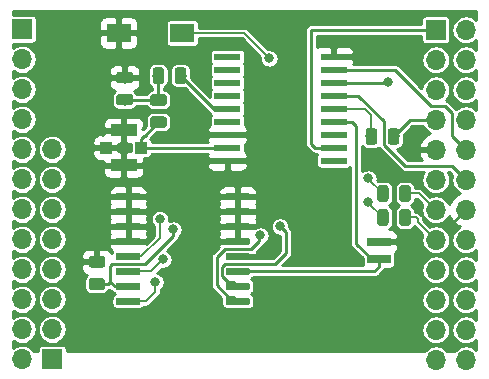
<source format=gbr>
G04 #@! TF.GenerationSoftware,KiCad,Pcbnew,5.1.2*
G04 #@! TF.CreationDate,2019-07-12T14:08:37+08:00*
G04 #@! TF.ProjectId,GPS,4750532e-6b69-4636-9164-5f7063625858,0.2*
G04 #@! TF.SameCoordinates,Original*
G04 #@! TF.FileFunction,Copper,L2,Bot*
G04 #@! TF.FilePolarity,Positive*
%FSLAX46Y46*%
G04 Gerber Fmt 4.6, Leading zero omitted, Abs format (unit mm)*
G04 Created by KiCad (PCBNEW 5.1.2) date 2019-07-12 14:08:37*
%MOMM*%
%LPD*%
G04 APERTURE LIST*
%ADD10C,0.100000*%
%ADD11C,0.600000*%
%ADD12R,2.000000X1.600000*%
%ADD13C,0.975000*%
%ADD14O,1.700000X1.700000*%
%ADD15R,1.700000X1.700000*%
%ADD16R,2.000000X0.800000*%
%ADD17R,1.000000X1.000000*%
%ADD18R,2.200000X1.050000*%
%ADD19R,2.200000X0.600000*%
%ADD20C,0.800000*%
%ADD21C,0.250000*%
%ADD22C,0.150000*%
%ADD23C,0.254000*%
G04 APERTURE END LIST*
D10*
G36*
X126365703Y-79837722D02*
G01*
X126380264Y-79839882D01*
X126394543Y-79843459D01*
X126408403Y-79848418D01*
X126421710Y-79854712D01*
X126434336Y-79862280D01*
X126446159Y-79871048D01*
X126457066Y-79880934D01*
X126466952Y-79891841D01*
X126475720Y-79903664D01*
X126483288Y-79916290D01*
X126489582Y-79929597D01*
X126494541Y-79943457D01*
X126498118Y-79957736D01*
X126500278Y-79972297D01*
X126501000Y-79987000D01*
X126501000Y-80287000D01*
X126500278Y-80301703D01*
X126498118Y-80316264D01*
X126494541Y-80330543D01*
X126489582Y-80344403D01*
X126483288Y-80357710D01*
X126475720Y-80370336D01*
X126466952Y-80382159D01*
X126457066Y-80393066D01*
X126446159Y-80402952D01*
X126434336Y-80411720D01*
X126421710Y-80419288D01*
X126408403Y-80425582D01*
X126394543Y-80430541D01*
X126380264Y-80434118D01*
X126365703Y-80436278D01*
X126351000Y-80437000D01*
X124601000Y-80437000D01*
X124586297Y-80436278D01*
X124571736Y-80434118D01*
X124557457Y-80430541D01*
X124543597Y-80425582D01*
X124530290Y-80419288D01*
X124517664Y-80411720D01*
X124505841Y-80402952D01*
X124494934Y-80393066D01*
X124485048Y-80382159D01*
X124476280Y-80370336D01*
X124468712Y-80357710D01*
X124462418Y-80344403D01*
X124457459Y-80330543D01*
X124453882Y-80316264D01*
X124451722Y-80301703D01*
X124451000Y-80287000D01*
X124451000Y-79987000D01*
X124451722Y-79972297D01*
X124453882Y-79957736D01*
X124457459Y-79943457D01*
X124462418Y-79929597D01*
X124468712Y-79916290D01*
X124476280Y-79903664D01*
X124485048Y-79891841D01*
X124494934Y-79880934D01*
X124505841Y-79871048D01*
X124517664Y-79862280D01*
X124530290Y-79854712D01*
X124543597Y-79848418D01*
X124557457Y-79843459D01*
X124571736Y-79839882D01*
X124586297Y-79837722D01*
X124601000Y-79837000D01*
X126351000Y-79837000D01*
X126365703Y-79837722D01*
X126365703Y-79837722D01*
G37*
D11*
X125476000Y-80137000D03*
D10*
G36*
X126365703Y-78567722D02*
G01*
X126380264Y-78569882D01*
X126394543Y-78573459D01*
X126408403Y-78578418D01*
X126421710Y-78584712D01*
X126434336Y-78592280D01*
X126446159Y-78601048D01*
X126457066Y-78610934D01*
X126466952Y-78621841D01*
X126475720Y-78633664D01*
X126483288Y-78646290D01*
X126489582Y-78659597D01*
X126494541Y-78673457D01*
X126498118Y-78687736D01*
X126500278Y-78702297D01*
X126501000Y-78717000D01*
X126501000Y-79017000D01*
X126500278Y-79031703D01*
X126498118Y-79046264D01*
X126494541Y-79060543D01*
X126489582Y-79074403D01*
X126483288Y-79087710D01*
X126475720Y-79100336D01*
X126466952Y-79112159D01*
X126457066Y-79123066D01*
X126446159Y-79132952D01*
X126434336Y-79141720D01*
X126421710Y-79149288D01*
X126408403Y-79155582D01*
X126394543Y-79160541D01*
X126380264Y-79164118D01*
X126365703Y-79166278D01*
X126351000Y-79167000D01*
X124601000Y-79167000D01*
X124586297Y-79166278D01*
X124571736Y-79164118D01*
X124557457Y-79160541D01*
X124543597Y-79155582D01*
X124530290Y-79149288D01*
X124517664Y-79141720D01*
X124505841Y-79132952D01*
X124494934Y-79123066D01*
X124485048Y-79112159D01*
X124476280Y-79100336D01*
X124468712Y-79087710D01*
X124462418Y-79074403D01*
X124457459Y-79060543D01*
X124453882Y-79046264D01*
X124451722Y-79031703D01*
X124451000Y-79017000D01*
X124451000Y-78717000D01*
X124451722Y-78702297D01*
X124453882Y-78687736D01*
X124457459Y-78673457D01*
X124462418Y-78659597D01*
X124468712Y-78646290D01*
X124476280Y-78633664D01*
X124485048Y-78621841D01*
X124494934Y-78610934D01*
X124505841Y-78601048D01*
X124517664Y-78592280D01*
X124530290Y-78584712D01*
X124543597Y-78578418D01*
X124557457Y-78573459D01*
X124571736Y-78569882D01*
X124586297Y-78567722D01*
X124601000Y-78567000D01*
X126351000Y-78567000D01*
X126365703Y-78567722D01*
X126365703Y-78567722D01*
G37*
D11*
X125476000Y-78867000D03*
D10*
G36*
X126365703Y-77297722D02*
G01*
X126380264Y-77299882D01*
X126394543Y-77303459D01*
X126408403Y-77308418D01*
X126421710Y-77314712D01*
X126434336Y-77322280D01*
X126446159Y-77331048D01*
X126457066Y-77340934D01*
X126466952Y-77351841D01*
X126475720Y-77363664D01*
X126483288Y-77376290D01*
X126489582Y-77389597D01*
X126494541Y-77403457D01*
X126498118Y-77417736D01*
X126500278Y-77432297D01*
X126501000Y-77447000D01*
X126501000Y-77747000D01*
X126500278Y-77761703D01*
X126498118Y-77776264D01*
X126494541Y-77790543D01*
X126489582Y-77804403D01*
X126483288Y-77817710D01*
X126475720Y-77830336D01*
X126466952Y-77842159D01*
X126457066Y-77853066D01*
X126446159Y-77862952D01*
X126434336Y-77871720D01*
X126421710Y-77879288D01*
X126408403Y-77885582D01*
X126394543Y-77890541D01*
X126380264Y-77894118D01*
X126365703Y-77896278D01*
X126351000Y-77897000D01*
X124601000Y-77897000D01*
X124586297Y-77896278D01*
X124571736Y-77894118D01*
X124557457Y-77890541D01*
X124543597Y-77885582D01*
X124530290Y-77879288D01*
X124517664Y-77871720D01*
X124505841Y-77862952D01*
X124494934Y-77853066D01*
X124485048Y-77842159D01*
X124476280Y-77830336D01*
X124468712Y-77817710D01*
X124462418Y-77804403D01*
X124457459Y-77790543D01*
X124453882Y-77776264D01*
X124451722Y-77761703D01*
X124451000Y-77747000D01*
X124451000Y-77447000D01*
X124451722Y-77432297D01*
X124453882Y-77417736D01*
X124457459Y-77403457D01*
X124462418Y-77389597D01*
X124468712Y-77376290D01*
X124476280Y-77363664D01*
X124485048Y-77351841D01*
X124494934Y-77340934D01*
X124505841Y-77331048D01*
X124517664Y-77322280D01*
X124530290Y-77314712D01*
X124543597Y-77308418D01*
X124557457Y-77303459D01*
X124571736Y-77299882D01*
X124586297Y-77297722D01*
X124601000Y-77297000D01*
X126351000Y-77297000D01*
X126365703Y-77297722D01*
X126365703Y-77297722D01*
G37*
D11*
X125476000Y-77597000D03*
D10*
G36*
X126365703Y-76027722D02*
G01*
X126380264Y-76029882D01*
X126394543Y-76033459D01*
X126408403Y-76038418D01*
X126421710Y-76044712D01*
X126434336Y-76052280D01*
X126446159Y-76061048D01*
X126457066Y-76070934D01*
X126466952Y-76081841D01*
X126475720Y-76093664D01*
X126483288Y-76106290D01*
X126489582Y-76119597D01*
X126494541Y-76133457D01*
X126498118Y-76147736D01*
X126500278Y-76162297D01*
X126501000Y-76177000D01*
X126501000Y-76477000D01*
X126500278Y-76491703D01*
X126498118Y-76506264D01*
X126494541Y-76520543D01*
X126489582Y-76534403D01*
X126483288Y-76547710D01*
X126475720Y-76560336D01*
X126466952Y-76572159D01*
X126457066Y-76583066D01*
X126446159Y-76592952D01*
X126434336Y-76601720D01*
X126421710Y-76609288D01*
X126408403Y-76615582D01*
X126394543Y-76620541D01*
X126380264Y-76624118D01*
X126365703Y-76626278D01*
X126351000Y-76627000D01*
X124601000Y-76627000D01*
X124586297Y-76626278D01*
X124571736Y-76624118D01*
X124557457Y-76620541D01*
X124543597Y-76615582D01*
X124530290Y-76609288D01*
X124517664Y-76601720D01*
X124505841Y-76592952D01*
X124494934Y-76583066D01*
X124485048Y-76572159D01*
X124476280Y-76560336D01*
X124468712Y-76547710D01*
X124462418Y-76534403D01*
X124457459Y-76520543D01*
X124453882Y-76506264D01*
X124451722Y-76491703D01*
X124451000Y-76477000D01*
X124451000Y-76177000D01*
X124451722Y-76162297D01*
X124453882Y-76147736D01*
X124457459Y-76133457D01*
X124462418Y-76119597D01*
X124468712Y-76106290D01*
X124476280Y-76093664D01*
X124485048Y-76081841D01*
X124494934Y-76070934D01*
X124505841Y-76061048D01*
X124517664Y-76052280D01*
X124530290Y-76044712D01*
X124543597Y-76038418D01*
X124557457Y-76033459D01*
X124571736Y-76029882D01*
X124586297Y-76027722D01*
X124601000Y-76027000D01*
X126351000Y-76027000D01*
X126365703Y-76027722D01*
X126365703Y-76027722D01*
G37*
D11*
X125476000Y-76327000D03*
D10*
G36*
X126365703Y-74757722D02*
G01*
X126380264Y-74759882D01*
X126394543Y-74763459D01*
X126408403Y-74768418D01*
X126421710Y-74774712D01*
X126434336Y-74782280D01*
X126446159Y-74791048D01*
X126457066Y-74800934D01*
X126466952Y-74811841D01*
X126475720Y-74823664D01*
X126483288Y-74836290D01*
X126489582Y-74849597D01*
X126494541Y-74863457D01*
X126498118Y-74877736D01*
X126500278Y-74892297D01*
X126501000Y-74907000D01*
X126501000Y-75207000D01*
X126500278Y-75221703D01*
X126498118Y-75236264D01*
X126494541Y-75250543D01*
X126489582Y-75264403D01*
X126483288Y-75277710D01*
X126475720Y-75290336D01*
X126466952Y-75302159D01*
X126457066Y-75313066D01*
X126446159Y-75322952D01*
X126434336Y-75331720D01*
X126421710Y-75339288D01*
X126408403Y-75345582D01*
X126394543Y-75350541D01*
X126380264Y-75354118D01*
X126365703Y-75356278D01*
X126351000Y-75357000D01*
X124601000Y-75357000D01*
X124586297Y-75356278D01*
X124571736Y-75354118D01*
X124557457Y-75350541D01*
X124543597Y-75345582D01*
X124530290Y-75339288D01*
X124517664Y-75331720D01*
X124505841Y-75322952D01*
X124494934Y-75313066D01*
X124485048Y-75302159D01*
X124476280Y-75290336D01*
X124468712Y-75277710D01*
X124462418Y-75264403D01*
X124457459Y-75250543D01*
X124453882Y-75236264D01*
X124451722Y-75221703D01*
X124451000Y-75207000D01*
X124451000Y-74907000D01*
X124451722Y-74892297D01*
X124453882Y-74877736D01*
X124457459Y-74863457D01*
X124462418Y-74849597D01*
X124468712Y-74836290D01*
X124476280Y-74823664D01*
X124485048Y-74811841D01*
X124494934Y-74800934D01*
X124505841Y-74791048D01*
X124517664Y-74782280D01*
X124530290Y-74774712D01*
X124543597Y-74768418D01*
X124557457Y-74763459D01*
X124571736Y-74759882D01*
X124586297Y-74757722D01*
X124601000Y-74757000D01*
X126351000Y-74757000D01*
X126365703Y-74757722D01*
X126365703Y-74757722D01*
G37*
D11*
X125476000Y-75057000D03*
D10*
G36*
X126365703Y-73487722D02*
G01*
X126380264Y-73489882D01*
X126394543Y-73493459D01*
X126408403Y-73498418D01*
X126421710Y-73504712D01*
X126434336Y-73512280D01*
X126446159Y-73521048D01*
X126457066Y-73530934D01*
X126466952Y-73541841D01*
X126475720Y-73553664D01*
X126483288Y-73566290D01*
X126489582Y-73579597D01*
X126494541Y-73593457D01*
X126498118Y-73607736D01*
X126500278Y-73622297D01*
X126501000Y-73637000D01*
X126501000Y-73937000D01*
X126500278Y-73951703D01*
X126498118Y-73966264D01*
X126494541Y-73980543D01*
X126489582Y-73994403D01*
X126483288Y-74007710D01*
X126475720Y-74020336D01*
X126466952Y-74032159D01*
X126457066Y-74043066D01*
X126446159Y-74052952D01*
X126434336Y-74061720D01*
X126421710Y-74069288D01*
X126408403Y-74075582D01*
X126394543Y-74080541D01*
X126380264Y-74084118D01*
X126365703Y-74086278D01*
X126351000Y-74087000D01*
X124601000Y-74087000D01*
X124586297Y-74086278D01*
X124571736Y-74084118D01*
X124557457Y-74080541D01*
X124543597Y-74075582D01*
X124530290Y-74069288D01*
X124517664Y-74061720D01*
X124505841Y-74052952D01*
X124494934Y-74043066D01*
X124485048Y-74032159D01*
X124476280Y-74020336D01*
X124468712Y-74007710D01*
X124462418Y-73994403D01*
X124457459Y-73980543D01*
X124453882Y-73966264D01*
X124451722Y-73951703D01*
X124451000Y-73937000D01*
X124451000Y-73637000D01*
X124451722Y-73622297D01*
X124453882Y-73607736D01*
X124457459Y-73593457D01*
X124462418Y-73579597D01*
X124468712Y-73566290D01*
X124476280Y-73553664D01*
X124485048Y-73541841D01*
X124494934Y-73530934D01*
X124505841Y-73521048D01*
X124517664Y-73512280D01*
X124530290Y-73504712D01*
X124543597Y-73498418D01*
X124557457Y-73493459D01*
X124571736Y-73489882D01*
X124586297Y-73487722D01*
X124601000Y-73487000D01*
X126351000Y-73487000D01*
X126365703Y-73487722D01*
X126365703Y-73487722D01*
G37*
D11*
X125476000Y-73787000D03*
D10*
G36*
X126365703Y-72217722D02*
G01*
X126380264Y-72219882D01*
X126394543Y-72223459D01*
X126408403Y-72228418D01*
X126421710Y-72234712D01*
X126434336Y-72242280D01*
X126446159Y-72251048D01*
X126457066Y-72260934D01*
X126466952Y-72271841D01*
X126475720Y-72283664D01*
X126483288Y-72296290D01*
X126489582Y-72309597D01*
X126494541Y-72323457D01*
X126498118Y-72337736D01*
X126500278Y-72352297D01*
X126501000Y-72367000D01*
X126501000Y-72667000D01*
X126500278Y-72681703D01*
X126498118Y-72696264D01*
X126494541Y-72710543D01*
X126489582Y-72724403D01*
X126483288Y-72737710D01*
X126475720Y-72750336D01*
X126466952Y-72762159D01*
X126457066Y-72773066D01*
X126446159Y-72782952D01*
X126434336Y-72791720D01*
X126421710Y-72799288D01*
X126408403Y-72805582D01*
X126394543Y-72810541D01*
X126380264Y-72814118D01*
X126365703Y-72816278D01*
X126351000Y-72817000D01*
X124601000Y-72817000D01*
X124586297Y-72816278D01*
X124571736Y-72814118D01*
X124557457Y-72810541D01*
X124543597Y-72805582D01*
X124530290Y-72799288D01*
X124517664Y-72791720D01*
X124505841Y-72782952D01*
X124494934Y-72773066D01*
X124485048Y-72762159D01*
X124476280Y-72750336D01*
X124468712Y-72737710D01*
X124462418Y-72724403D01*
X124457459Y-72710543D01*
X124453882Y-72696264D01*
X124451722Y-72681703D01*
X124451000Y-72667000D01*
X124451000Y-72367000D01*
X124451722Y-72352297D01*
X124453882Y-72337736D01*
X124457459Y-72323457D01*
X124462418Y-72309597D01*
X124468712Y-72296290D01*
X124476280Y-72283664D01*
X124485048Y-72271841D01*
X124494934Y-72260934D01*
X124505841Y-72251048D01*
X124517664Y-72242280D01*
X124530290Y-72234712D01*
X124543597Y-72228418D01*
X124557457Y-72223459D01*
X124571736Y-72219882D01*
X124586297Y-72217722D01*
X124601000Y-72217000D01*
X126351000Y-72217000D01*
X126365703Y-72217722D01*
X126365703Y-72217722D01*
G37*
D11*
X125476000Y-72517000D03*
D10*
G36*
X126365703Y-70947722D02*
G01*
X126380264Y-70949882D01*
X126394543Y-70953459D01*
X126408403Y-70958418D01*
X126421710Y-70964712D01*
X126434336Y-70972280D01*
X126446159Y-70981048D01*
X126457066Y-70990934D01*
X126466952Y-71001841D01*
X126475720Y-71013664D01*
X126483288Y-71026290D01*
X126489582Y-71039597D01*
X126494541Y-71053457D01*
X126498118Y-71067736D01*
X126500278Y-71082297D01*
X126501000Y-71097000D01*
X126501000Y-71397000D01*
X126500278Y-71411703D01*
X126498118Y-71426264D01*
X126494541Y-71440543D01*
X126489582Y-71454403D01*
X126483288Y-71467710D01*
X126475720Y-71480336D01*
X126466952Y-71492159D01*
X126457066Y-71503066D01*
X126446159Y-71512952D01*
X126434336Y-71521720D01*
X126421710Y-71529288D01*
X126408403Y-71535582D01*
X126394543Y-71540541D01*
X126380264Y-71544118D01*
X126365703Y-71546278D01*
X126351000Y-71547000D01*
X124601000Y-71547000D01*
X124586297Y-71546278D01*
X124571736Y-71544118D01*
X124557457Y-71540541D01*
X124543597Y-71535582D01*
X124530290Y-71529288D01*
X124517664Y-71521720D01*
X124505841Y-71512952D01*
X124494934Y-71503066D01*
X124485048Y-71492159D01*
X124476280Y-71480336D01*
X124468712Y-71467710D01*
X124462418Y-71454403D01*
X124457459Y-71440543D01*
X124453882Y-71426264D01*
X124451722Y-71411703D01*
X124451000Y-71397000D01*
X124451000Y-71097000D01*
X124451722Y-71082297D01*
X124453882Y-71067736D01*
X124457459Y-71053457D01*
X124462418Y-71039597D01*
X124468712Y-71026290D01*
X124476280Y-71013664D01*
X124485048Y-71001841D01*
X124494934Y-70990934D01*
X124505841Y-70981048D01*
X124517664Y-70972280D01*
X124530290Y-70964712D01*
X124543597Y-70958418D01*
X124557457Y-70953459D01*
X124571736Y-70949882D01*
X124586297Y-70947722D01*
X124601000Y-70947000D01*
X126351000Y-70947000D01*
X126365703Y-70947722D01*
X126365703Y-70947722D01*
G37*
D11*
X125476000Y-71247000D03*
D10*
G36*
X117065703Y-70947722D02*
G01*
X117080264Y-70949882D01*
X117094543Y-70953459D01*
X117108403Y-70958418D01*
X117121710Y-70964712D01*
X117134336Y-70972280D01*
X117146159Y-70981048D01*
X117157066Y-70990934D01*
X117166952Y-71001841D01*
X117175720Y-71013664D01*
X117183288Y-71026290D01*
X117189582Y-71039597D01*
X117194541Y-71053457D01*
X117198118Y-71067736D01*
X117200278Y-71082297D01*
X117201000Y-71097000D01*
X117201000Y-71397000D01*
X117200278Y-71411703D01*
X117198118Y-71426264D01*
X117194541Y-71440543D01*
X117189582Y-71454403D01*
X117183288Y-71467710D01*
X117175720Y-71480336D01*
X117166952Y-71492159D01*
X117157066Y-71503066D01*
X117146159Y-71512952D01*
X117134336Y-71521720D01*
X117121710Y-71529288D01*
X117108403Y-71535582D01*
X117094543Y-71540541D01*
X117080264Y-71544118D01*
X117065703Y-71546278D01*
X117051000Y-71547000D01*
X115301000Y-71547000D01*
X115286297Y-71546278D01*
X115271736Y-71544118D01*
X115257457Y-71540541D01*
X115243597Y-71535582D01*
X115230290Y-71529288D01*
X115217664Y-71521720D01*
X115205841Y-71512952D01*
X115194934Y-71503066D01*
X115185048Y-71492159D01*
X115176280Y-71480336D01*
X115168712Y-71467710D01*
X115162418Y-71454403D01*
X115157459Y-71440543D01*
X115153882Y-71426264D01*
X115151722Y-71411703D01*
X115151000Y-71397000D01*
X115151000Y-71097000D01*
X115151722Y-71082297D01*
X115153882Y-71067736D01*
X115157459Y-71053457D01*
X115162418Y-71039597D01*
X115168712Y-71026290D01*
X115176280Y-71013664D01*
X115185048Y-71001841D01*
X115194934Y-70990934D01*
X115205841Y-70981048D01*
X115217664Y-70972280D01*
X115230290Y-70964712D01*
X115243597Y-70958418D01*
X115257457Y-70953459D01*
X115271736Y-70949882D01*
X115286297Y-70947722D01*
X115301000Y-70947000D01*
X117051000Y-70947000D01*
X117065703Y-70947722D01*
X117065703Y-70947722D01*
G37*
D11*
X116176000Y-71247000D03*
D10*
G36*
X117065703Y-72217722D02*
G01*
X117080264Y-72219882D01*
X117094543Y-72223459D01*
X117108403Y-72228418D01*
X117121710Y-72234712D01*
X117134336Y-72242280D01*
X117146159Y-72251048D01*
X117157066Y-72260934D01*
X117166952Y-72271841D01*
X117175720Y-72283664D01*
X117183288Y-72296290D01*
X117189582Y-72309597D01*
X117194541Y-72323457D01*
X117198118Y-72337736D01*
X117200278Y-72352297D01*
X117201000Y-72367000D01*
X117201000Y-72667000D01*
X117200278Y-72681703D01*
X117198118Y-72696264D01*
X117194541Y-72710543D01*
X117189582Y-72724403D01*
X117183288Y-72737710D01*
X117175720Y-72750336D01*
X117166952Y-72762159D01*
X117157066Y-72773066D01*
X117146159Y-72782952D01*
X117134336Y-72791720D01*
X117121710Y-72799288D01*
X117108403Y-72805582D01*
X117094543Y-72810541D01*
X117080264Y-72814118D01*
X117065703Y-72816278D01*
X117051000Y-72817000D01*
X115301000Y-72817000D01*
X115286297Y-72816278D01*
X115271736Y-72814118D01*
X115257457Y-72810541D01*
X115243597Y-72805582D01*
X115230290Y-72799288D01*
X115217664Y-72791720D01*
X115205841Y-72782952D01*
X115194934Y-72773066D01*
X115185048Y-72762159D01*
X115176280Y-72750336D01*
X115168712Y-72737710D01*
X115162418Y-72724403D01*
X115157459Y-72710543D01*
X115153882Y-72696264D01*
X115151722Y-72681703D01*
X115151000Y-72667000D01*
X115151000Y-72367000D01*
X115151722Y-72352297D01*
X115153882Y-72337736D01*
X115157459Y-72323457D01*
X115162418Y-72309597D01*
X115168712Y-72296290D01*
X115176280Y-72283664D01*
X115185048Y-72271841D01*
X115194934Y-72260934D01*
X115205841Y-72251048D01*
X115217664Y-72242280D01*
X115230290Y-72234712D01*
X115243597Y-72228418D01*
X115257457Y-72223459D01*
X115271736Y-72219882D01*
X115286297Y-72217722D01*
X115301000Y-72217000D01*
X117051000Y-72217000D01*
X117065703Y-72217722D01*
X117065703Y-72217722D01*
G37*
D11*
X116176000Y-72517000D03*
D10*
G36*
X117065703Y-73487722D02*
G01*
X117080264Y-73489882D01*
X117094543Y-73493459D01*
X117108403Y-73498418D01*
X117121710Y-73504712D01*
X117134336Y-73512280D01*
X117146159Y-73521048D01*
X117157066Y-73530934D01*
X117166952Y-73541841D01*
X117175720Y-73553664D01*
X117183288Y-73566290D01*
X117189582Y-73579597D01*
X117194541Y-73593457D01*
X117198118Y-73607736D01*
X117200278Y-73622297D01*
X117201000Y-73637000D01*
X117201000Y-73937000D01*
X117200278Y-73951703D01*
X117198118Y-73966264D01*
X117194541Y-73980543D01*
X117189582Y-73994403D01*
X117183288Y-74007710D01*
X117175720Y-74020336D01*
X117166952Y-74032159D01*
X117157066Y-74043066D01*
X117146159Y-74052952D01*
X117134336Y-74061720D01*
X117121710Y-74069288D01*
X117108403Y-74075582D01*
X117094543Y-74080541D01*
X117080264Y-74084118D01*
X117065703Y-74086278D01*
X117051000Y-74087000D01*
X115301000Y-74087000D01*
X115286297Y-74086278D01*
X115271736Y-74084118D01*
X115257457Y-74080541D01*
X115243597Y-74075582D01*
X115230290Y-74069288D01*
X115217664Y-74061720D01*
X115205841Y-74052952D01*
X115194934Y-74043066D01*
X115185048Y-74032159D01*
X115176280Y-74020336D01*
X115168712Y-74007710D01*
X115162418Y-73994403D01*
X115157459Y-73980543D01*
X115153882Y-73966264D01*
X115151722Y-73951703D01*
X115151000Y-73937000D01*
X115151000Y-73637000D01*
X115151722Y-73622297D01*
X115153882Y-73607736D01*
X115157459Y-73593457D01*
X115162418Y-73579597D01*
X115168712Y-73566290D01*
X115176280Y-73553664D01*
X115185048Y-73541841D01*
X115194934Y-73530934D01*
X115205841Y-73521048D01*
X115217664Y-73512280D01*
X115230290Y-73504712D01*
X115243597Y-73498418D01*
X115257457Y-73493459D01*
X115271736Y-73489882D01*
X115286297Y-73487722D01*
X115301000Y-73487000D01*
X117051000Y-73487000D01*
X117065703Y-73487722D01*
X117065703Y-73487722D01*
G37*
D11*
X116176000Y-73787000D03*
D10*
G36*
X117065703Y-74757722D02*
G01*
X117080264Y-74759882D01*
X117094543Y-74763459D01*
X117108403Y-74768418D01*
X117121710Y-74774712D01*
X117134336Y-74782280D01*
X117146159Y-74791048D01*
X117157066Y-74800934D01*
X117166952Y-74811841D01*
X117175720Y-74823664D01*
X117183288Y-74836290D01*
X117189582Y-74849597D01*
X117194541Y-74863457D01*
X117198118Y-74877736D01*
X117200278Y-74892297D01*
X117201000Y-74907000D01*
X117201000Y-75207000D01*
X117200278Y-75221703D01*
X117198118Y-75236264D01*
X117194541Y-75250543D01*
X117189582Y-75264403D01*
X117183288Y-75277710D01*
X117175720Y-75290336D01*
X117166952Y-75302159D01*
X117157066Y-75313066D01*
X117146159Y-75322952D01*
X117134336Y-75331720D01*
X117121710Y-75339288D01*
X117108403Y-75345582D01*
X117094543Y-75350541D01*
X117080264Y-75354118D01*
X117065703Y-75356278D01*
X117051000Y-75357000D01*
X115301000Y-75357000D01*
X115286297Y-75356278D01*
X115271736Y-75354118D01*
X115257457Y-75350541D01*
X115243597Y-75345582D01*
X115230290Y-75339288D01*
X115217664Y-75331720D01*
X115205841Y-75322952D01*
X115194934Y-75313066D01*
X115185048Y-75302159D01*
X115176280Y-75290336D01*
X115168712Y-75277710D01*
X115162418Y-75264403D01*
X115157459Y-75250543D01*
X115153882Y-75236264D01*
X115151722Y-75221703D01*
X115151000Y-75207000D01*
X115151000Y-74907000D01*
X115151722Y-74892297D01*
X115153882Y-74877736D01*
X115157459Y-74863457D01*
X115162418Y-74849597D01*
X115168712Y-74836290D01*
X115176280Y-74823664D01*
X115185048Y-74811841D01*
X115194934Y-74800934D01*
X115205841Y-74791048D01*
X115217664Y-74782280D01*
X115230290Y-74774712D01*
X115243597Y-74768418D01*
X115257457Y-74763459D01*
X115271736Y-74759882D01*
X115286297Y-74757722D01*
X115301000Y-74757000D01*
X117051000Y-74757000D01*
X117065703Y-74757722D01*
X117065703Y-74757722D01*
G37*
D11*
X116176000Y-75057000D03*
D10*
G36*
X117065703Y-76027722D02*
G01*
X117080264Y-76029882D01*
X117094543Y-76033459D01*
X117108403Y-76038418D01*
X117121710Y-76044712D01*
X117134336Y-76052280D01*
X117146159Y-76061048D01*
X117157066Y-76070934D01*
X117166952Y-76081841D01*
X117175720Y-76093664D01*
X117183288Y-76106290D01*
X117189582Y-76119597D01*
X117194541Y-76133457D01*
X117198118Y-76147736D01*
X117200278Y-76162297D01*
X117201000Y-76177000D01*
X117201000Y-76477000D01*
X117200278Y-76491703D01*
X117198118Y-76506264D01*
X117194541Y-76520543D01*
X117189582Y-76534403D01*
X117183288Y-76547710D01*
X117175720Y-76560336D01*
X117166952Y-76572159D01*
X117157066Y-76583066D01*
X117146159Y-76592952D01*
X117134336Y-76601720D01*
X117121710Y-76609288D01*
X117108403Y-76615582D01*
X117094543Y-76620541D01*
X117080264Y-76624118D01*
X117065703Y-76626278D01*
X117051000Y-76627000D01*
X115301000Y-76627000D01*
X115286297Y-76626278D01*
X115271736Y-76624118D01*
X115257457Y-76620541D01*
X115243597Y-76615582D01*
X115230290Y-76609288D01*
X115217664Y-76601720D01*
X115205841Y-76592952D01*
X115194934Y-76583066D01*
X115185048Y-76572159D01*
X115176280Y-76560336D01*
X115168712Y-76547710D01*
X115162418Y-76534403D01*
X115157459Y-76520543D01*
X115153882Y-76506264D01*
X115151722Y-76491703D01*
X115151000Y-76477000D01*
X115151000Y-76177000D01*
X115151722Y-76162297D01*
X115153882Y-76147736D01*
X115157459Y-76133457D01*
X115162418Y-76119597D01*
X115168712Y-76106290D01*
X115176280Y-76093664D01*
X115185048Y-76081841D01*
X115194934Y-76070934D01*
X115205841Y-76061048D01*
X115217664Y-76052280D01*
X115230290Y-76044712D01*
X115243597Y-76038418D01*
X115257457Y-76033459D01*
X115271736Y-76029882D01*
X115286297Y-76027722D01*
X115301000Y-76027000D01*
X117051000Y-76027000D01*
X117065703Y-76027722D01*
X117065703Y-76027722D01*
G37*
D11*
X116176000Y-76327000D03*
D10*
G36*
X117065703Y-77297722D02*
G01*
X117080264Y-77299882D01*
X117094543Y-77303459D01*
X117108403Y-77308418D01*
X117121710Y-77314712D01*
X117134336Y-77322280D01*
X117146159Y-77331048D01*
X117157066Y-77340934D01*
X117166952Y-77351841D01*
X117175720Y-77363664D01*
X117183288Y-77376290D01*
X117189582Y-77389597D01*
X117194541Y-77403457D01*
X117198118Y-77417736D01*
X117200278Y-77432297D01*
X117201000Y-77447000D01*
X117201000Y-77747000D01*
X117200278Y-77761703D01*
X117198118Y-77776264D01*
X117194541Y-77790543D01*
X117189582Y-77804403D01*
X117183288Y-77817710D01*
X117175720Y-77830336D01*
X117166952Y-77842159D01*
X117157066Y-77853066D01*
X117146159Y-77862952D01*
X117134336Y-77871720D01*
X117121710Y-77879288D01*
X117108403Y-77885582D01*
X117094543Y-77890541D01*
X117080264Y-77894118D01*
X117065703Y-77896278D01*
X117051000Y-77897000D01*
X115301000Y-77897000D01*
X115286297Y-77896278D01*
X115271736Y-77894118D01*
X115257457Y-77890541D01*
X115243597Y-77885582D01*
X115230290Y-77879288D01*
X115217664Y-77871720D01*
X115205841Y-77862952D01*
X115194934Y-77853066D01*
X115185048Y-77842159D01*
X115176280Y-77830336D01*
X115168712Y-77817710D01*
X115162418Y-77804403D01*
X115157459Y-77790543D01*
X115153882Y-77776264D01*
X115151722Y-77761703D01*
X115151000Y-77747000D01*
X115151000Y-77447000D01*
X115151722Y-77432297D01*
X115153882Y-77417736D01*
X115157459Y-77403457D01*
X115162418Y-77389597D01*
X115168712Y-77376290D01*
X115176280Y-77363664D01*
X115185048Y-77351841D01*
X115194934Y-77340934D01*
X115205841Y-77331048D01*
X115217664Y-77322280D01*
X115230290Y-77314712D01*
X115243597Y-77308418D01*
X115257457Y-77303459D01*
X115271736Y-77299882D01*
X115286297Y-77297722D01*
X115301000Y-77297000D01*
X117051000Y-77297000D01*
X117065703Y-77297722D01*
X117065703Y-77297722D01*
G37*
D11*
X116176000Y-77597000D03*
D10*
G36*
X117065703Y-78567722D02*
G01*
X117080264Y-78569882D01*
X117094543Y-78573459D01*
X117108403Y-78578418D01*
X117121710Y-78584712D01*
X117134336Y-78592280D01*
X117146159Y-78601048D01*
X117157066Y-78610934D01*
X117166952Y-78621841D01*
X117175720Y-78633664D01*
X117183288Y-78646290D01*
X117189582Y-78659597D01*
X117194541Y-78673457D01*
X117198118Y-78687736D01*
X117200278Y-78702297D01*
X117201000Y-78717000D01*
X117201000Y-79017000D01*
X117200278Y-79031703D01*
X117198118Y-79046264D01*
X117194541Y-79060543D01*
X117189582Y-79074403D01*
X117183288Y-79087710D01*
X117175720Y-79100336D01*
X117166952Y-79112159D01*
X117157066Y-79123066D01*
X117146159Y-79132952D01*
X117134336Y-79141720D01*
X117121710Y-79149288D01*
X117108403Y-79155582D01*
X117094543Y-79160541D01*
X117080264Y-79164118D01*
X117065703Y-79166278D01*
X117051000Y-79167000D01*
X115301000Y-79167000D01*
X115286297Y-79166278D01*
X115271736Y-79164118D01*
X115257457Y-79160541D01*
X115243597Y-79155582D01*
X115230290Y-79149288D01*
X115217664Y-79141720D01*
X115205841Y-79132952D01*
X115194934Y-79123066D01*
X115185048Y-79112159D01*
X115176280Y-79100336D01*
X115168712Y-79087710D01*
X115162418Y-79074403D01*
X115157459Y-79060543D01*
X115153882Y-79046264D01*
X115151722Y-79031703D01*
X115151000Y-79017000D01*
X115151000Y-78717000D01*
X115151722Y-78702297D01*
X115153882Y-78687736D01*
X115157459Y-78673457D01*
X115162418Y-78659597D01*
X115168712Y-78646290D01*
X115176280Y-78633664D01*
X115185048Y-78621841D01*
X115194934Y-78610934D01*
X115205841Y-78601048D01*
X115217664Y-78592280D01*
X115230290Y-78584712D01*
X115243597Y-78578418D01*
X115257457Y-78573459D01*
X115271736Y-78569882D01*
X115286297Y-78567722D01*
X115301000Y-78567000D01*
X117051000Y-78567000D01*
X117065703Y-78567722D01*
X117065703Y-78567722D01*
G37*
D11*
X116176000Y-78867000D03*
D10*
G36*
X117065703Y-79837722D02*
G01*
X117080264Y-79839882D01*
X117094543Y-79843459D01*
X117108403Y-79848418D01*
X117121710Y-79854712D01*
X117134336Y-79862280D01*
X117146159Y-79871048D01*
X117157066Y-79880934D01*
X117166952Y-79891841D01*
X117175720Y-79903664D01*
X117183288Y-79916290D01*
X117189582Y-79929597D01*
X117194541Y-79943457D01*
X117198118Y-79957736D01*
X117200278Y-79972297D01*
X117201000Y-79987000D01*
X117201000Y-80287000D01*
X117200278Y-80301703D01*
X117198118Y-80316264D01*
X117194541Y-80330543D01*
X117189582Y-80344403D01*
X117183288Y-80357710D01*
X117175720Y-80370336D01*
X117166952Y-80382159D01*
X117157066Y-80393066D01*
X117146159Y-80402952D01*
X117134336Y-80411720D01*
X117121710Y-80419288D01*
X117108403Y-80425582D01*
X117094543Y-80430541D01*
X117080264Y-80434118D01*
X117065703Y-80436278D01*
X117051000Y-80437000D01*
X115301000Y-80437000D01*
X115286297Y-80436278D01*
X115271736Y-80434118D01*
X115257457Y-80430541D01*
X115243597Y-80425582D01*
X115230290Y-80419288D01*
X115217664Y-80411720D01*
X115205841Y-80402952D01*
X115194934Y-80393066D01*
X115185048Y-80382159D01*
X115176280Y-80370336D01*
X115168712Y-80357710D01*
X115162418Y-80344403D01*
X115157459Y-80330543D01*
X115153882Y-80316264D01*
X115151722Y-80301703D01*
X115151000Y-80287000D01*
X115151000Y-79987000D01*
X115151722Y-79972297D01*
X115153882Y-79957736D01*
X115157459Y-79943457D01*
X115162418Y-79929597D01*
X115168712Y-79916290D01*
X115176280Y-79903664D01*
X115185048Y-79891841D01*
X115194934Y-79880934D01*
X115205841Y-79871048D01*
X115217664Y-79862280D01*
X115230290Y-79854712D01*
X115243597Y-79848418D01*
X115257457Y-79843459D01*
X115271736Y-79839882D01*
X115286297Y-79837722D01*
X115301000Y-79837000D01*
X117051000Y-79837000D01*
X117065703Y-79837722D01*
X117065703Y-79837722D01*
G37*
D11*
X116176000Y-80137000D03*
D12*
X115377000Y-57404000D03*
X120777000Y-57404000D03*
D10*
G36*
X138014142Y-72326174D02*
G01*
X138037803Y-72329684D01*
X138061007Y-72335496D01*
X138083529Y-72343554D01*
X138105153Y-72353782D01*
X138125670Y-72366079D01*
X138144883Y-72380329D01*
X138162607Y-72396393D01*
X138178671Y-72414117D01*
X138192921Y-72433330D01*
X138205218Y-72453847D01*
X138215446Y-72475471D01*
X138223504Y-72497993D01*
X138229316Y-72521197D01*
X138232826Y-72544858D01*
X138234000Y-72568750D01*
X138234000Y-73481250D01*
X138232826Y-73505142D01*
X138229316Y-73528803D01*
X138223504Y-73552007D01*
X138215446Y-73574529D01*
X138205218Y-73596153D01*
X138192921Y-73616670D01*
X138178671Y-73635883D01*
X138162607Y-73653607D01*
X138144883Y-73669671D01*
X138125670Y-73683921D01*
X138105153Y-73696218D01*
X138083529Y-73706446D01*
X138061007Y-73714504D01*
X138037803Y-73720316D01*
X138014142Y-73723826D01*
X137990250Y-73725000D01*
X137502750Y-73725000D01*
X137478858Y-73723826D01*
X137455197Y-73720316D01*
X137431993Y-73714504D01*
X137409471Y-73706446D01*
X137387847Y-73696218D01*
X137367330Y-73683921D01*
X137348117Y-73669671D01*
X137330393Y-73653607D01*
X137314329Y-73635883D01*
X137300079Y-73616670D01*
X137287782Y-73596153D01*
X137277554Y-73574529D01*
X137269496Y-73552007D01*
X137263684Y-73528803D01*
X137260174Y-73505142D01*
X137259000Y-73481250D01*
X137259000Y-72568750D01*
X137260174Y-72544858D01*
X137263684Y-72521197D01*
X137269496Y-72497993D01*
X137277554Y-72475471D01*
X137287782Y-72453847D01*
X137300079Y-72433330D01*
X137314329Y-72414117D01*
X137330393Y-72396393D01*
X137348117Y-72380329D01*
X137367330Y-72366079D01*
X137387847Y-72353782D01*
X137409471Y-72343554D01*
X137431993Y-72335496D01*
X137455197Y-72329684D01*
X137478858Y-72326174D01*
X137502750Y-72325000D01*
X137990250Y-72325000D01*
X138014142Y-72326174D01*
X138014142Y-72326174D01*
G37*
D13*
X137746500Y-73025000D03*
D10*
G36*
X139889142Y-72326174D02*
G01*
X139912803Y-72329684D01*
X139936007Y-72335496D01*
X139958529Y-72343554D01*
X139980153Y-72353782D01*
X140000670Y-72366079D01*
X140019883Y-72380329D01*
X140037607Y-72396393D01*
X140053671Y-72414117D01*
X140067921Y-72433330D01*
X140080218Y-72453847D01*
X140090446Y-72475471D01*
X140098504Y-72497993D01*
X140104316Y-72521197D01*
X140107826Y-72544858D01*
X140109000Y-72568750D01*
X140109000Y-73481250D01*
X140107826Y-73505142D01*
X140104316Y-73528803D01*
X140098504Y-73552007D01*
X140090446Y-73574529D01*
X140080218Y-73596153D01*
X140067921Y-73616670D01*
X140053671Y-73635883D01*
X140037607Y-73653607D01*
X140019883Y-73669671D01*
X140000670Y-73683921D01*
X139980153Y-73696218D01*
X139958529Y-73706446D01*
X139936007Y-73714504D01*
X139912803Y-73720316D01*
X139889142Y-73723826D01*
X139865250Y-73725000D01*
X139377750Y-73725000D01*
X139353858Y-73723826D01*
X139330197Y-73720316D01*
X139306993Y-73714504D01*
X139284471Y-73706446D01*
X139262847Y-73696218D01*
X139242330Y-73683921D01*
X139223117Y-73669671D01*
X139205393Y-73653607D01*
X139189329Y-73635883D01*
X139175079Y-73616670D01*
X139162782Y-73596153D01*
X139152554Y-73574529D01*
X139144496Y-73552007D01*
X139138684Y-73528803D01*
X139135174Y-73505142D01*
X139134000Y-73481250D01*
X139134000Y-72568750D01*
X139135174Y-72544858D01*
X139138684Y-72521197D01*
X139144496Y-72497993D01*
X139152554Y-72475471D01*
X139162782Y-72453847D01*
X139175079Y-72433330D01*
X139189329Y-72414117D01*
X139205393Y-72396393D01*
X139223117Y-72380329D01*
X139242330Y-72366079D01*
X139262847Y-72353782D01*
X139284471Y-72343554D01*
X139306993Y-72335496D01*
X139330197Y-72329684D01*
X139353858Y-72326174D01*
X139377750Y-72325000D01*
X139865250Y-72325000D01*
X139889142Y-72326174D01*
X139889142Y-72326174D01*
G37*
D13*
X139621500Y-73025000D03*
D10*
G36*
X138014142Y-70294174D02*
G01*
X138037803Y-70297684D01*
X138061007Y-70303496D01*
X138083529Y-70311554D01*
X138105153Y-70321782D01*
X138125670Y-70334079D01*
X138144883Y-70348329D01*
X138162607Y-70364393D01*
X138178671Y-70382117D01*
X138192921Y-70401330D01*
X138205218Y-70421847D01*
X138215446Y-70443471D01*
X138223504Y-70465993D01*
X138229316Y-70489197D01*
X138232826Y-70512858D01*
X138234000Y-70536750D01*
X138234000Y-71449250D01*
X138232826Y-71473142D01*
X138229316Y-71496803D01*
X138223504Y-71520007D01*
X138215446Y-71542529D01*
X138205218Y-71564153D01*
X138192921Y-71584670D01*
X138178671Y-71603883D01*
X138162607Y-71621607D01*
X138144883Y-71637671D01*
X138125670Y-71651921D01*
X138105153Y-71664218D01*
X138083529Y-71674446D01*
X138061007Y-71682504D01*
X138037803Y-71688316D01*
X138014142Y-71691826D01*
X137990250Y-71693000D01*
X137502750Y-71693000D01*
X137478858Y-71691826D01*
X137455197Y-71688316D01*
X137431993Y-71682504D01*
X137409471Y-71674446D01*
X137387847Y-71664218D01*
X137367330Y-71651921D01*
X137348117Y-71637671D01*
X137330393Y-71621607D01*
X137314329Y-71603883D01*
X137300079Y-71584670D01*
X137287782Y-71564153D01*
X137277554Y-71542529D01*
X137269496Y-71520007D01*
X137263684Y-71496803D01*
X137260174Y-71473142D01*
X137259000Y-71449250D01*
X137259000Y-70536750D01*
X137260174Y-70512858D01*
X137263684Y-70489197D01*
X137269496Y-70465993D01*
X137277554Y-70443471D01*
X137287782Y-70421847D01*
X137300079Y-70401330D01*
X137314329Y-70382117D01*
X137330393Y-70364393D01*
X137348117Y-70348329D01*
X137367330Y-70334079D01*
X137387847Y-70321782D01*
X137409471Y-70311554D01*
X137431993Y-70303496D01*
X137455197Y-70297684D01*
X137478858Y-70294174D01*
X137502750Y-70293000D01*
X137990250Y-70293000D01*
X138014142Y-70294174D01*
X138014142Y-70294174D01*
G37*
D13*
X137746500Y-70993000D03*
D10*
G36*
X139889142Y-70294174D02*
G01*
X139912803Y-70297684D01*
X139936007Y-70303496D01*
X139958529Y-70311554D01*
X139980153Y-70321782D01*
X140000670Y-70334079D01*
X140019883Y-70348329D01*
X140037607Y-70364393D01*
X140053671Y-70382117D01*
X140067921Y-70401330D01*
X140080218Y-70421847D01*
X140090446Y-70443471D01*
X140098504Y-70465993D01*
X140104316Y-70489197D01*
X140107826Y-70512858D01*
X140109000Y-70536750D01*
X140109000Y-71449250D01*
X140107826Y-71473142D01*
X140104316Y-71496803D01*
X140098504Y-71520007D01*
X140090446Y-71542529D01*
X140080218Y-71564153D01*
X140067921Y-71584670D01*
X140053671Y-71603883D01*
X140037607Y-71621607D01*
X140019883Y-71637671D01*
X140000670Y-71651921D01*
X139980153Y-71664218D01*
X139958529Y-71674446D01*
X139936007Y-71682504D01*
X139912803Y-71688316D01*
X139889142Y-71691826D01*
X139865250Y-71693000D01*
X139377750Y-71693000D01*
X139353858Y-71691826D01*
X139330197Y-71688316D01*
X139306993Y-71682504D01*
X139284471Y-71674446D01*
X139262847Y-71664218D01*
X139242330Y-71651921D01*
X139223117Y-71637671D01*
X139205393Y-71621607D01*
X139189329Y-71603883D01*
X139175079Y-71584670D01*
X139162782Y-71564153D01*
X139152554Y-71542529D01*
X139144496Y-71520007D01*
X139138684Y-71496803D01*
X139135174Y-71473142D01*
X139134000Y-71449250D01*
X139134000Y-70536750D01*
X139135174Y-70512858D01*
X139138684Y-70489197D01*
X139144496Y-70465993D01*
X139152554Y-70443471D01*
X139162782Y-70421847D01*
X139175079Y-70401330D01*
X139189329Y-70382117D01*
X139205393Y-70364393D01*
X139223117Y-70348329D01*
X139242330Y-70334079D01*
X139262847Y-70321782D01*
X139284471Y-70311554D01*
X139306993Y-70303496D01*
X139330197Y-70297684D01*
X139353858Y-70294174D01*
X139377750Y-70293000D01*
X139865250Y-70293000D01*
X139889142Y-70294174D01*
X139889142Y-70294174D01*
G37*
D13*
X139621500Y-70993000D03*
D10*
G36*
X114018142Y-78175174D02*
G01*
X114041803Y-78178684D01*
X114065007Y-78184496D01*
X114087529Y-78192554D01*
X114109153Y-78202782D01*
X114129670Y-78215079D01*
X114148883Y-78229329D01*
X114166607Y-78245393D01*
X114182671Y-78263117D01*
X114196921Y-78282330D01*
X114209218Y-78302847D01*
X114219446Y-78324471D01*
X114227504Y-78346993D01*
X114233316Y-78370197D01*
X114236826Y-78393858D01*
X114238000Y-78417750D01*
X114238000Y-78905250D01*
X114236826Y-78929142D01*
X114233316Y-78952803D01*
X114227504Y-78976007D01*
X114219446Y-78998529D01*
X114209218Y-79020153D01*
X114196921Y-79040670D01*
X114182671Y-79059883D01*
X114166607Y-79077607D01*
X114148883Y-79093671D01*
X114129670Y-79107921D01*
X114109153Y-79120218D01*
X114087529Y-79130446D01*
X114065007Y-79138504D01*
X114041803Y-79144316D01*
X114018142Y-79147826D01*
X113994250Y-79149000D01*
X113081750Y-79149000D01*
X113057858Y-79147826D01*
X113034197Y-79144316D01*
X113010993Y-79138504D01*
X112988471Y-79130446D01*
X112966847Y-79120218D01*
X112946330Y-79107921D01*
X112927117Y-79093671D01*
X112909393Y-79077607D01*
X112893329Y-79059883D01*
X112879079Y-79040670D01*
X112866782Y-79020153D01*
X112856554Y-78998529D01*
X112848496Y-78976007D01*
X112842684Y-78952803D01*
X112839174Y-78929142D01*
X112838000Y-78905250D01*
X112838000Y-78417750D01*
X112839174Y-78393858D01*
X112842684Y-78370197D01*
X112848496Y-78346993D01*
X112856554Y-78324471D01*
X112866782Y-78302847D01*
X112879079Y-78282330D01*
X112893329Y-78263117D01*
X112909393Y-78245393D01*
X112927117Y-78229329D01*
X112946330Y-78215079D01*
X112966847Y-78202782D01*
X112988471Y-78192554D01*
X113010993Y-78184496D01*
X113034197Y-78178684D01*
X113057858Y-78175174D01*
X113081750Y-78174000D01*
X113994250Y-78174000D01*
X114018142Y-78175174D01*
X114018142Y-78175174D01*
G37*
D13*
X113538000Y-78661500D03*
D10*
G36*
X114018142Y-76300174D02*
G01*
X114041803Y-76303684D01*
X114065007Y-76309496D01*
X114087529Y-76317554D01*
X114109153Y-76327782D01*
X114129670Y-76340079D01*
X114148883Y-76354329D01*
X114166607Y-76370393D01*
X114182671Y-76388117D01*
X114196921Y-76407330D01*
X114209218Y-76427847D01*
X114219446Y-76449471D01*
X114227504Y-76471993D01*
X114233316Y-76495197D01*
X114236826Y-76518858D01*
X114238000Y-76542750D01*
X114238000Y-77030250D01*
X114236826Y-77054142D01*
X114233316Y-77077803D01*
X114227504Y-77101007D01*
X114219446Y-77123529D01*
X114209218Y-77145153D01*
X114196921Y-77165670D01*
X114182671Y-77184883D01*
X114166607Y-77202607D01*
X114148883Y-77218671D01*
X114129670Y-77232921D01*
X114109153Y-77245218D01*
X114087529Y-77255446D01*
X114065007Y-77263504D01*
X114041803Y-77269316D01*
X114018142Y-77272826D01*
X113994250Y-77274000D01*
X113081750Y-77274000D01*
X113057858Y-77272826D01*
X113034197Y-77269316D01*
X113010993Y-77263504D01*
X112988471Y-77255446D01*
X112966847Y-77245218D01*
X112946330Y-77232921D01*
X112927117Y-77218671D01*
X112909393Y-77202607D01*
X112893329Y-77184883D01*
X112879079Y-77165670D01*
X112866782Y-77145153D01*
X112856554Y-77123529D01*
X112848496Y-77101007D01*
X112842684Y-77077803D01*
X112839174Y-77054142D01*
X112838000Y-77030250D01*
X112838000Y-76542750D01*
X112839174Y-76518858D01*
X112842684Y-76495197D01*
X112848496Y-76471993D01*
X112856554Y-76449471D01*
X112866782Y-76427847D01*
X112879079Y-76407330D01*
X112893329Y-76388117D01*
X112909393Y-76370393D01*
X112927117Y-76354329D01*
X112946330Y-76340079D01*
X112966847Y-76327782D01*
X112988471Y-76317554D01*
X113010993Y-76309496D01*
X113034197Y-76303684D01*
X113057858Y-76300174D01*
X113081750Y-76299000D01*
X113994250Y-76299000D01*
X114018142Y-76300174D01*
X114018142Y-76300174D01*
G37*
D13*
X113538000Y-76786500D03*
D14*
X109753400Y-67246500D03*
X109753400Y-69786500D03*
X109753400Y-72326500D03*
X109753400Y-74866500D03*
X109753400Y-77406500D03*
X109753400Y-79946500D03*
X109753400Y-82486500D03*
D15*
X109753400Y-85026500D03*
D14*
X107213400Y-85026500D03*
X107213400Y-82486500D03*
X107213400Y-79946500D03*
X107213400Y-77406500D03*
X107213400Y-74866500D03*
X107213400Y-72326500D03*
X107213400Y-69786500D03*
X107213400Y-67246500D03*
X107213400Y-64706500D03*
X107213400Y-62166500D03*
X107213400Y-59626500D03*
D15*
X107213400Y-57086500D03*
D10*
G36*
X137046642Y-65468174D02*
G01*
X137070303Y-65471684D01*
X137093507Y-65477496D01*
X137116029Y-65485554D01*
X137137653Y-65495782D01*
X137158170Y-65508079D01*
X137177383Y-65522329D01*
X137195107Y-65538393D01*
X137211171Y-65556117D01*
X137225421Y-65575330D01*
X137237718Y-65595847D01*
X137247946Y-65617471D01*
X137256004Y-65639993D01*
X137261816Y-65663197D01*
X137265326Y-65686858D01*
X137266500Y-65710750D01*
X137266500Y-66623250D01*
X137265326Y-66647142D01*
X137261816Y-66670803D01*
X137256004Y-66694007D01*
X137247946Y-66716529D01*
X137237718Y-66738153D01*
X137225421Y-66758670D01*
X137211171Y-66777883D01*
X137195107Y-66795607D01*
X137177383Y-66811671D01*
X137158170Y-66825921D01*
X137137653Y-66838218D01*
X137116029Y-66848446D01*
X137093507Y-66856504D01*
X137070303Y-66862316D01*
X137046642Y-66865826D01*
X137022750Y-66867000D01*
X136535250Y-66867000D01*
X136511358Y-66865826D01*
X136487697Y-66862316D01*
X136464493Y-66856504D01*
X136441971Y-66848446D01*
X136420347Y-66838218D01*
X136399830Y-66825921D01*
X136380617Y-66811671D01*
X136362893Y-66795607D01*
X136346829Y-66777883D01*
X136332579Y-66758670D01*
X136320282Y-66738153D01*
X136310054Y-66716529D01*
X136301996Y-66694007D01*
X136296184Y-66670803D01*
X136292674Y-66647142D01*
X136291500Y-66623250D01*
X136291500Y-65710750D01*
X136292674Y-65686858D01*
X136296184Y-65663197D01*
X136301996Y-65639993D01*
X136310054Y-65617471D01*
X136320282Y-65595847D01*
X136332579Y-65575330D01*
X136346829Y-65556117D01*
X136362893Y-65538393D01*
X136380617Y-65522329D01*
X136399830Y-65508079D01*
X136420347Y-65495782D01*
X136441971Y-65485554D01*
X136464493Y-65477496D01*
X136487697Y-65471684D01*
X136511358Y-65468174D01*
X136535250Y-65467000D01*
X137022750Y-65467000D01*
X137046642Y-65468174D01*
X137046642Y-65468174D01*
G37*
D13*
X136779000Y-66167000D03*
D10*
G36*
X138921642Y-65468174D02*
G01*
X138945303Y-65471684D01*
X138968507Y-65477496D01*
X138991029Y-65485554D01*
X139012653Y-65495782D01*
X139033170Y-65508079D01*
X139052383Y-65522329D01*
X139070107Y-65538393D01*
X139086171Y-65556117D01*
X139100421Y-65575330D01*
X139112718Y-65595847D01*
X139122946Y-65617471D01*
X139131004Y-65639993D01*
X139136816Y-65663197D01*
X139140326Y-65686858D01*
X139141500Y-65710750D01*
X139141500Y-66623250D01*
X139140326Y-66647142D01*
X139136816Y-66670803D01*
X139131004Y-66694007D01*
X139122946Y-66716529D01*
X139112718Y-66738153D01*
X139100421Y-66758670D01*
X139086171Y-66777883D01*
X139070107Y-66795607D01*
X139052383Y-66811671D01*
X139033170Y-66825921D01*
X139012653Y-66838218D01*
X138991029Y-66848446D01*
X138968507Y-66856504D01*
X138945303Y-66862316D01*
X138921642Y-66865826D01*
X138897750Y-66867000D01*
X138410250Y-66867000D01*
X138386358Y-66865826D01*
X138362697Y-66862316D01*
X138339493Y-66856504D01*
X138316971Y-66848446D01*
X138295347Y-66838218D01*
X138274830Y-66825921D01*
X138255617Y-66811671D01*
X138237893Y-66795607D01*
X138221829Y-66777883D01*
X138207579Y-66758670D01*
X138195282Y-66738153D01*
X138185054Y-66716529D01*
X138176996Y-66694007D01*
X138171184Y-66670803D01*
X138167674Y-66647142D01*
X138166500Y-66623250D01*
X138166500Y-65710750D01*
X138167674Y-65686858D01*
X138171184Y-65663197D01*
X138176996Y-65639993D01*
X138185054Y-65617471D01*
X138195282Y-65595847D01*
X138207579Y-65575330D01*
X138221829Y-65556117D01*
X138237893Y-65538393D01*
X138255617Y-65522329D01*
X138274830Y-65508079D01*
X138295347Y-65495782D01*
X138316971Y-65485554D01*
X138339493Y-65477496D01*
X138362697Y-65471684D01*
X138386358Y-65468174D01*
X138410250Y-65467000D01*
X138897750Y-65467000D01*
X138921642Y-65468174D01*
X138921642Y-65468174D01*
G37*
D13*
X138654000Y-66167000D03*
D10*
G36*
X119012642Y-60324674D02*
G01*
X119036303Y-60328184D01*
X119059507Y-60333996D01*
X119082029Y-60342054D01*
X119103653Y-60352282D01*
X119124170Y-60364579D01*
X119143383Y-60378829D01*
X119161107Y-60394893D01*
X119177171Y-60412617D01*
X119191421Y-60431830D01*
X119203718Y-60452347D01*
X119213946Y-60473971D01*
X119222004Y-60496493D01*
X119227816Y-60519697D01*
X119231326Y-60543358D01*
X119232500Y-60567250D01*
X119232500Y-61479750D01*
X119231326Y-61503642D01*
X119227816Y-61527303D01*
X119222004Y-61550507D01*
X119213946Y-61573029D01*
X119203718Y-61594653D01*
X119191421Y-61615170D01*
X119177171Y-61634383D01*
X119161107Y-61652107D01*
X119143383Y-61668171D01*
X119124170Y-61682421D01*
X119103653Y-61694718D01*
X119082029Y-61704946D01*
X119059507Y-61713004D01*
X119036303Y-61718816D01*
X119012642Y-61722326D01*
X118988750Y-61723500D01*
X118501250Y-61723500D01*
X118477358Y-61722326D01*
X118453697Y-61718816D01*
X118430493Y-61713004D01*
X118407971Y-61704946D01*
X118386347Y-61694718D01*
X118365830Y-61682421D01*
X118346617Y-61668171D01*
X118328893Y-61652107D01*
X118312829Y-61634383D01*
X118298579Y-61615170D01*
X118286282Y-61594653D01*
X118276054Y-61573029D01*
X118267996Y-61550507D01*
X118262184Y-61527303D01*
X118258674Y-61503642D01*
X118257500Y-61479750D01*
X118257500Y-60567250D01*
X118258674Y-60543358D01*
X118262184Y-60519697D01*
X118267996Y-60496493D01*
X118276054Y-60473971D01*
X118286282Y-60452347D01*
X118298579Y-60431830D01*
X118312829Y-60412617D01*
X118328893Y-60394893D01*
X118346617Y-60378829D01*
X118365830Y-60364579D01*
X118386347Y-60352282D01*
X118407971Y-60342054D01*
X118430493Y-60333996D01*
X118453697Y-60328184D01*
X118477358Y-60324674D01*
X118501250Y-60323500D01*
X118988750Y-60323500D01*
X119012642Y-60324674D01*
X119012642Y-60324674D01*
G37*
D13*
X118745000Y-61023500D03*
D10*
G36*
X120887642Y-60324674D02*
G01*
X120911303Y-60328184D01*
X120934507Y-60333996D01*
X120957029Y-60342054D01*
X120978653Y-60352282D01*
X120999170Y-60364579D01*
X121018383Y-60378829D01*
X121036107Y-60394893D01*
X121052171Y-60412617D01*
X121066421Y-60431830D01*
X121078718Y-60452347D01*
X121088946Y-60473971D01*
X121097004Y-60496493D01*
X121102816Y-60519697D01*
X121106326Y-60543358D01*
X121107500Y-60567250D01*
X121107500Y-61479750D01*
X121106326Y-61503642D01*
X121102816Y-61527303D01*
X121097004Y-61550507D01*
X121088946Y-61573029D01*
X121078718Y-61594653D01*
X121066421Y-61615170D01*
X121052171Y-61634383D01*
X121036107Y-61652107D01*
X121018383Y-61668171D01*
X120999170Y-61682421D01*
X120978653Y-61694718D01*
X120957029Y-61704946D01*
X120934507Y-61713004D01*
X120911303Y-61718816D01*
X120887642Y-61722326D01*
X120863750Y-61723500D01*
X120376250Y-61723500D01*
X120352358Y-61722326D01*
X120328697Y-61718816D01*
X120305493Y-61713004D01*
X120282971Y-61704946D01*
X120261347Y-61694718D01*
X120240830Y-61682421D01*
X120221617Y-61668171D01*
X120203893Y-61652107D01*
X120187829Y-61634383D01*
X120173579Y-61615170D01*
X120161282Y-61594653D01*
X120151054Y-61573029D01*
X120142996Y-61550507D01*
X120137184Y-61527303D01*
X120133674Y-61503642D01*
X120132500Y-61479750D01*
X120132500Y-60567250D01*
X120133674Y-60543358D01*
X120137184Y-60519697D01*
X120142996Y-60496493D01*
X120151054Y-60473971D01*
X120161282Y-60452347D01*
X120173579Y-60431830D01*
X120187829Y-60412617D01*
X120203893Y-60394893D01*
X120221617Y-60378829D01*
X120240830Y-60364579D01*
X120261347Y-60352282D01*
X120282971Y-60342054D01*
X120305493Y-60333996D01*
X120328697Y-60328184D01*
X120352358Y-60324674D01*
X120376250Y-60323500D01*
X120863750Y-60323500D01*
X120887642Y-60324674D01*
X120887642Y-60324674D01*
G37*
D13*
X120620000Y-61023500D03*
D10*
G36*
X119225142Y-62599174D02*
G01*
X119248803Y-62602684D01*
X119272007Y-62608496D01*
X119294529Y-62616554D01*
X119316153Y-62626782D01*
X119336670Y-62639079D01*
X119355883Y-62653329D01*
X119373607Y-62669393D01*
X119389671Y-62687117D01*
X119403921Y-62706330D01*
X119416218Y-62726847D01*
X119426446Y-62748471D01*
X119434504Y-62770993D01*
X119440316Y-62794197D01*
X119443826Y-62817858D01*
X119445000Y-62841750D01*
X119445000Y-63329250D01*
X119443826Y-63353142D01*
X119440316Y-63376803D01*
X119434504Y-63400007D01*
X119426446Y-63422529D01*
X119416218Y-63444153D01*
X119403921Y-63464670D01*
X119389671Y-63483883D01*
X119373607Y-63501607D01*
X119355883Y-63517671D01*
X119336670Y-63531921D01*
X119316153Y-63544218D01*
X119294529Y-63554446D01*
X119272007Y-63562504D01*
X119248803Y-63568316D01*
X119225142Y-63571826D01*
X119201250Y-63573000D01*
X118288750Y-63573000D01*
X118264858Y-63571826D01*
X118241197Y-63568316D01*
X118217993Y-63562504D01*
X118195471Y-63554446D01*
X118173847Y-63544218D01*
X118153330Y-63531921D01*
X118134117Y-63517671D01*
X118116393Y-63501607D01*
X118100329Y-63483883D01*
X118086079Y-63464670D01*
X118073782Y-63444153D01*
X118063554Y-63422529D01*
X118055496Y-63400007D01*
X118049684Y-63376803D01*
X118046174Y-63353142D01*
X118045000Y-63329250D01*
X118045000Y-62841750D01*
X118046174Y-62817858D01*
X118049684Y-62794197D01*
X118055496Y-62770993D01*
X118063554Y-62748471D01*
X118073782Y-62726847D01*
X118086079Y-62706330D01*
X118100329Y-62687117D01*
X118116393Y-62669393D01*
X118134117Y-62653329D01*
X118153330Y-62639079D01*
X118173847Y-62626782D01*
X118195471Y-62616554D01*
X118217993Y-62608496D01*
X118241197Y-62602684D01*
X118264858Y-62599174D01*
X118288750Y-62598000D01*
X119201250Y-62598000D01*
X119225142Y-62599174D01*
X119225142Y-62599174D01*
G37*
D13*
X118745000Y-63085500D03*
D10*
G36*
X119225142Y-64474174D02*
G01*
X119248803Y-64477684D01*
X119272007Y-64483496D01*
X119294529Y-64491554D01*
X119316153Y-64501782D01*
X119336670Y-64514079D01*
X119355883Y-64528329D01*
X119373607Y-64544393D01*
X119389671Y-64562117D01*
X119403921Y-64581330D01*
X119416218Y-64601847D01*
X119426446Y-64623471D01*
X119434504Y-64645993D01*
X119440316Y-64669197D01*
X119443826Y-64692858D01*
X119445000Y-64716750D01*
X119445000Y-65204250D01*
X119443826Y-65228142D01*
X119440316Y-65251803D01*
X119434504Y-65275007D01*
X119426446Y-65297529D01*
X119416218Y-65319153D01*
X119403921Y-65339670D01*
X119389671Y-65358883D01*
X119373607Y-65376607D01*
X119355883Y-65392671D01*
X119336670Y-65406921D01*
X119316153Y-65419218D01*
X119294529Y-65429446D01*
X119272007Y-65437504D01*
X119248803Y-65443316D01*
X119225142Y-65446826D01*
X119201250Y-65448000D01*
X118288750Y-65448000D01*
X118264858Y-65446826D01*
X118241197Y-65443316D01*
X118217993Y-65437504D01*
X118195471Y-65429446D01*
X118173847Y-65419218D01*
X118153330Y-65406921D01*
X118134117Y-65392671D01*
X118116393Y-65376607D01*
X118100329Y-65358883D01*
X118086079Y-65339670D01*
X118073782Y-65319153D01*
X118063554Y-65297529D01*
X118055496Y-65275007D01*
X118049684Y-65251803D01*
X118046174Y-65228142D01*
X118045000Y-65204250D01*
X118045000Y-64716750D01*
X118046174Y-64692858D01*
X118049684Y-64669197D01*
X118055496Y-64645993D01*
X118063554Y-64623471D01*
X118073782Y-64601847D01*
X118086079Y-64581330D01*
X118100329Y-64562117D01*
X118116393Y-64544393D01*
X118134117Y-64528329D01*
X118153330Y-64514079D01*
X118173847Y-64501782D01*
X118195471Y-64491554D01*
X118217993Y-64483496D01*
X118241197Y-64477684D01*
X118264858Y-64474174D01*
X118288750Y-64473000D01*
X119201250Y-64473000D01*
X119225142Y-64474174D01*
X119225142Y-64474174D01*
G37*
D13*
X118745000Y-64960500D03*
D14*
X144780000Y-85090000D03*
X142240000Y-85090000D03*
X144780000Y-82550000D03*
X142240000Y-82550000D03*
X144780000Y-80010000D03*
X142240000Y-80010000D03*
X144780000Y-77470000D03*
X142240000Y-77470000D03*
X144780000Y-74930000D03*
X142240000Y-74930000D03*
X144780000Y-72390000D03*
X142240000Y-72390000D03*
X144780000Y-69850000D03*
X142240000Y-69850000D03*
X144780000Y-67310000D03*
X142240000Y-67310000D03*
X144780000Y-64770000D03*
X142240000Y-64770000D03*
X144780000Y-62230000D03*
X142240000Y-62230000D03*
X144780000Y-59690000D03*
X142240000Y-59690000D03*
X144780000Y-57150000D03*
D15*
X142240000Y-57150000D03*
D10*
G36*
X116367642Y-60694174D02*
G01*
X116391303Y-60697684D01*
X116414507Y-60703496D01*
X116437029Y-60711554D01*
X116458653Y-60721782D01*
X116479170Y-60734079D01*
X116498383Y-60748329D01*
X116516107Y-60764393D01*
X116532171Y-60782117D01*
X116546421Y-60801330D01*
X116558718Y-60821847D01*
X116568946Y-60843471D01*
X116577004Y-60865993D01*
X116582816Y-60889197D01*
X116586326Y-60912858D01*
X116587500Y-60936750D01*
X116587500Y-61424250D01*
X116586326Y-61448142D01*
X116582816Y-61471803D01*
X116577004Y-61495007D01*
X116568946Y-61517529D01*
X116558718Y-61539153D01*
X116546421Y-61559670D01*
X116532171Y-61578883D01*
X116516107Y-61596607D01*
X116498383Y-61612671D01*
X116479170Y-61626921D01*
X116458653Y-61639218D01*
X116437029Y-61649446D01*
X116414507Y-61657504D01*
X116391303Y-61663316D01*
X116367642Y-61666826D01*
X116343750Y-61668000D01*
X115431250Y-61668000D01*
X115407358Y-61666826D01*
X115383697Y-61663316D01*
X115360493Y-61657504D01*
X115337971Y-61649446D01*
X115316347Y-61639218D01*
X115295830Y-61626921D01*
X115276617Y-61612671D01*
X115258893Y-61596607D01*
X115242829Y-61578883D01*
X115228579Y-61559670D01*
X115216282Y-61539153D01*
X115206054Y-61517529D01*
X115197996Y-61495007D01*
X115192184Y-61471803D01*
X115188674Y-61448142D01*
X115187500Y-61424250D01*
X115187500Y-60936750D01*
X115188674Y-60912858D01*
X115192184Y-60889197D01*
X115197996Y-60865993D01*
X115206054Y-60843471D01*
X115216282Y-60821847D01*
X115228579Y-60801330D01*
X115242829Y-60782117D01*
X115258893Y-60764393D01*
X115276617Y-60748329D01*
X115295830Y-60734079D01*
X115316347Y-60721782D01*
X115337971Y-60711554D01*
X115360493Y-60703496D01*
X115383697Y-60697684D01*
X115407358Y-60694174D01*
X115431250Y-60693000D01*
X116343750Y-60693000D01*
X116367642Y-60694174D01*
X116367642Y-60694174D01*
G37*
D13*
X115887500Y-61180500D03*
D10*
G36*
X116367642Y-62569174D02*
G01*
X116391303Y-62572684D01*
X116414507Y-62578496D01*
X116437029Y-62586554D01*
X116458653Y-62596782D01*
X116479170Y-62609079D01*
X116498383Y-62623329D01*
X116516107Y-62639393D01*
X116532171Y-62657117D01*
X116546421Y-62676330D01*
X116558718Y-62696847D01*
X116568946Y-62718471D01*
X116577004Y-62740993D01*
X116582816Y-62764197D01*
X116586326Y-62787858D01*
X116587500Y-62811750D01*
X116587500Y-63299250D01*
X116586326Y-63323142D01*
X116582816Y-63346803D01*
X116577004Y-63370007D01*
X116568946Y-63392529D01*
X116558718Y-63414153D01*
X116546421Y-63434670D01*
X116532171Y-63453883D01*
X116516107Y-63471607D01*
X116498383Y-63487671D01*
X116479170Y-63501921D01*
X116458653Y-63514218D01*
X116437029Y-63524446D01*
X116414507Y-63532504D01*
X116391303Y-63538316D01*
X116367642Y-63541826D01*
X116343750Y-63543000D01*
X115431250Y-63543000D01*
X115407358Y-63541826D01*
X115383697Y-63538316D01*
X115360493Y-63532504D01*
X115337971Y-63524446D01*
X115316347Y-63514218D01*
X115295830Y-63501921D01*
X115276617Y-63487671D01*
X115258893Y-63471607D01*
X115242829Y-63453883D01*
X115228579Y-63434670D01*
X115216282Y-63414153D01*
X115206054Y-63392529D01*
X115197996Y-63370007D01*
X115192184Y-63346803D01*
X115188674Y-63323142D01*
X115187500Y-63299250D01*
X115187500Y-62811750D01*
X115188674Y-62787858D01*
X115192184Y-62764197D01*
X115197996Y-62740993D01*
X115206054Y-62718471D01*
X115216282Y-62696847D01*
X115228579Y-62676330D01*
X115242829Y-62657117D01*
X115258893Y-62639393D01*
X115276617Y-62623329D01*
X115295830Y-62609079D01*
X115316347Y-62596782D01*
X115337971Y-62586554D01*
X115360493Y-62578496D01*
X115383697Y-62572684D01*
X115407358Y-62569174D01*
X115431250Y-62568000D01*
X116343750Y-62568000D01*
X116367642Y-62569174D01*
X116367642Y-62569174D01*
G37*
D13*
X115887500Y-63055500D03*
D16*
X137414000Y-75069000D03*
X137414000Y-76569000D03*
D17*
X117300000Y-67119500D03*
X114300000Y-67119500D03*
D18*
X115800000Y-68594500D03*
X115800000Y-65644500D03*
D19*
X133597000Y-68219500D03*
X124587000Y-68219500D03*
X133597000Y-67119500D03*
X124587000Y-67119500D03*
X133597000Y-66019500D03*
X124587000Y-66019500D03*
X133597000Y-64919500D03*
X124587000Y-64919500D03*
X133597000Y-63819500D03*
X124587000Y-63819500D03*
X133597000Y-62719500D03*
X124587000Y-62719500D03*
X133597000Y-61619500D03*
X124587000Y-61619500D03*
X133597000Y-60519500D03*
X124587000Y-60519500D03*
X133597000Y-59419500D03*
X124587000Y-59419500D03*
D20*
X138176000Y-61595000D03*
X120015000Y-74041000D03*
X127381000Y-74549000D03*
X129032000Y-73787000D03*
X136525000Y-69723000D03*
X118491000Y-78486000D03*
X136525000Y-71755000D03*
X119166000Y-76581000D03*
X128143000Y-59563000D03*
X118872000Y-73152000D03*
D21*
X124587000Y-67119500D02*
X117300000Y-67119500D01*
X118745000Y-64960500D02*
X117602000Y-66103500D01*
X117300000Y-66369500D02*
X117300000Y-67119500D01*
X117566000Y-66103500D02*
X117300000Y-66369500D01*
X117602000Y-66103500D02*
X117566000Y-66103500D01*
X123787000Y-68219500D02*
X123766500Y-68199000D01*
X144780000Y-72390000D02*
X143637000Y-73533000D01*
X135150500Y-64919500D02*
X133597000Y-64919500D01*
X135509000Y-65278000D02*
X135150500Y-64919500D01*
X136814000Y-76569000D02*
X137414000Y-76569000D01*
X135509000Y-75264000D02*
X136814000Y-76569000D01*
X135509000Y-65278000D02*
X135509000Y-75264000D01*
X137414000Y-77219000D02*
X137414000Y-76569000D01*
X137036000Y-77597000D02*
X137414000Y-77219000D01*
X125476000Y-77597000D02*
X137036000Y-77597000D01*
X115917500Y-63085500D02*
X115887500Y-63055500D01*
X118745000Y-63085500D02*
X115917500Y-63085500D01*
X118745000Y-61023500D02*
X118745000Y-63085500D01*
X143930001Y-69000001D02*
X144780000Y-69850000D01*
X143604999Y-68674999D02*
X143930001Y-69000001D01*
X139657649Y-68674999D02*
X143604999Y-68674999D01*
X137841490Y-66858840D02*
X139657649Y-68674999D01*
X137841490Y-64885792D02*
X137841490Y-66858840D01*
X135675198Y-62719500D02*
X137841490Y-64885792D01*
X133597000Y-62719500D02*
X135675198Y-62719500D01*
X143930001Y-66460001D02*
X144780000Y-67310000D01*
X143604999Y-66134999D02*
X143930001Y-66460001D01*
X138790498Y-60519500D02*
X141865997Y-63594999D01*
X143604999Y-64205999D02*
X143604999Y-66134999D01*
X142993999Y-63594999D02*
X143604999Y-64205999D01*
X141865997Y-63594999D02*
X142993999Y-63594999D01*
X133597000Y-60519500D02*
X138790498Y-60519500D01*
X133597000Y-61619500D02*
X138151500Y-61619500D01*
X138151500Y-61619500D02*
X138176000Y-61595000D01*
X131699000Y-66802000D02*
X132016500Y-67119500D01*
X132016500Y-67119500D02*
X133597000Y-67119500D01*
X142240000Y-57150000D02*
X131699000Y-57150000D01*
X131699000Y-57150000D02*
X131699000Y-66802000D01*
X120015000Y-74606685D02*
X120015000Y-74041000D01*
X117649695Y-76971990D02*
X120015000Y-74606685D01*
X114856860Y-76971990D02*
X114681000Y-77147850D01*
X117649695Y-76971990D02*
X114856860Y-76971990D01*
X115051000Y-78867000D02*
X116176000Y-78867000D01*
X114681000Y-78497000D02*
X115051000Y-78867000D01*
X114681000Y-77147850D02*
X114681000Y-78497000D01*
X114516500Y-78661500D02*
X113538000Y-78661500D01*
X114681000Y-78497000D02*
X114516500Y-78661500D01*
X123416000Y-63819500D02*
X124587000Y-63819500D01*
X120620000Y-61023500D02*
X123416000Y-63819500D01*
X140051000Y-64770000D02*
X138654000Y-66167000D01*
X142240000Y-64770000D02*
X140051000Y-64770000D01*
D22*
X136779000Y-66167000D02*
X136779000Y-64389000D01*
X136209500Y-63819500D02*
X133597000Y-63819500D01*
X136779000Y-64389000D02*
X136209500Y-63819500D01*
X140716000Y-73406000D02*
X142240000Y-74930000D01*
X140716000Y-73152000D02*
X140716000Y-73406000D01*
X139621500Y-73025000D02*
X140589000Y-73025000D01*
X140589000Y-73025000D02*
X140716000Y-73152000D01*
X140843000Y-70993000D02*
X142240000Y-72390000D01*
X139621500Y-70993000D02*
X140843000Y-70993000D01*
D21*
X124404242Y-75682010D02*
X126628990Y-75682010D01*
X124678522Y-79766290D02*
X123675980Y-78763748D01*
X123675980Y-78763748D02*
X123675980Y-76410272D01*
X125105290Y-79766290D02*
X124678522Y-79766290D01*
X125476000Y-80137000D02*
X125105290Y-79766290D01*
X123675980Y-76410272D02*
X124404242Y-75682010D01*
X126628990Y-75682010D02*
X127254000Y-75057000D01*
X127254000Y-75057000D02*
X127254000Y-74676000D01*
X127254000Y-74676000D02*
X127381000Y-74549000D01*
X129540000Y-74295000D02*
X129032000Y-73787000D01*
X129540000Y-76073000D02*
X129540000Y-74295000D01*
X128660990Y-76952010D02*
X129540000Y-76073000D01*
X124424222Y-76952010D02*
X128660990Y-76952010D01*
X125105290Y-78496290D02*
X124678522Y-78496290D01*
X124678522Y-78496290D02*
X124125990Y-77943758D01*
X125476000Y-78867000D02*
X125105290Y-78496290D01*
X124125990Y-77943758D02*
X124125990Y-77250242D01*
X124125990Y-77250242D02*
X124424222Y-76952010D01*
D22*
X137746500Y-70993000D02*
X136525000Y-69771500D01*
X136525000Y-69771500D02*
X136525000Y-69723000D01*
X118491000Y-78486000D02*
X118491000Y-79375000D01*
X117729000Y-80137000D02*
X116176000Y-80137000D01*
X118491000Y-79375000D02*
X117729000Y-80137000D01*
X137746500Y-73025000D02*
X136525000Y-71803500D01*
X136525000Y-71803500D02*
X136525000Y-71755000D01*
X118150000Y-77597000D02*
X116176000Y-77597000D01*
X119166000Y-76581000D02*
X118150000Y-77597000D01*
X120777000Y-57404000D02*
X125984000Y-57404000D01*
X125984000Y-57404000D02*
X128143000Y-59563000D01*
X117301000Y-76327000D02*
X116176000Y-76327000D01*
X118872000Y-74756000D02*
X117301000Y-76327000D01*
X118872000Y-73152000D02*
X118872000Y-74756000D01*
D23*
G36*
X145644001Y-56266592D02*
G01*
X145467216Y-56121509D01*
X145253363Y-56007202D01*
X145021318Y-55936812D01*
X144840472Y-55919000D01*
X144719528Y-55919000D01*
X144538682Y-55936812D01*
X144306637Y-56007202D01*
X144092784Y-56121509D01*
X143905340Y-56275340D01*
X143751509Y-56462784D01*
X143637202Y-56676637D01*
X143566812Y-56908682D01*
X143543044Y-57150000D01*
X143566812Y-57391318D01*
X143637202Y-57623363D01*
X143751509Y-57837216D01*
X143905340Y-58024660D01*
X144092784Y-58178491D01*
X144306637Y-58292798D01*
X144538682Y-58363188D01*
X144719528Y-58381000D01*
X144840472Y-58381000D01*
X145021318Y-58363188D01*
X145253363Y-58292798D01*
X145467216Y-58178491D01*
X145644001Y-58033408D01*
X145644001Y-58806592D01*
X145467216Y-58661509D01*
X145253363Y-58547202D01*
X145021318Y-58476812D01*
X144840472Y-58459000D01*
X144719528Y-58459000D01*
X144538682Y-58476812D01*
X144306637Y-58547202D01*
X144092784Y-58661509D01*
X143905340Y-58815340D01*
X143751509Y-59002784D01*
X143637202Y-59216637D01*
X143566812Y-59448682D01*
X143543044Y-59690000D01*
X143566812Y-59931318D01*
X143637202Y-60163363D01*
X143751509Y-60377216D01*
X143905340Y-60564660D01*
X144092784Y-60718491D01*
X144306637Y-60832798D01*
X144538682Y-60903188D01*
X144719528Y-60921000D01*
X144840472Y-60921000D01*
X145021318Y-60903188D01*
X145253363Y-60832798D01*
X145467216Y-60718491D01*
X145644001Y-60573408D01*
X145644001Y-61346592D01*
X145467216Y-61201509D01*
X145253363Y-61087202D01*
X145021318Y-61016812D01*
X144840472Y-60999000D01*
X144719528Y-60999000D01*
X144538682Y-61016812D01*
X144306637Y-61087202D01*
X144092784Y-61201509D01*
X143905340Y-61355340D01*
X143751509Y-61542784D01*
X143637202Y-61756637D01*
X143566812Y-61988682D01*
X143543044Y-62230000D01*
X143566812Y-62471318D01*
X143637202Y-62703363D01*
X143751509Y-62917216D01*
X143905340Y-63104660D01*
X144092784Y-63258491D01*
X144306637Y-63372798D01*
X144538682Y-63443188D01*
X144719528Y-63461000D01*
X144840472Y-63461000D01*
X145021318Y-63443188D01*
X145253363Y-63372798D01*
X145467216Y-63258491D01*
X145644001Y-63113408D01*
X145644001Y-63886592D01*
X145467216Y-63741509D01*
X145253363Y-63627202D01*
X145021318Y-63556812D01*
X144840472Y-63539000D01*
X144719528Y-63539000D01*
X144538682Y-63556812D01*
X144306637Y-63627202D01*
X144092784Y-63741509D01*
X143964671Y-63846649D01*
X143964526Y-63846472D01*
X143945219Y-63830627D01*
X143369375Y-63254784D01*
X143353526Y-63235472D01*
X143276478Y-63172240D01*
X143188574Y-63125254D01*
X143115860Y-63103197D01*
X143268491Y-62917216D01*
X143382798Y-62703363D01*
X143453188Y-62471318D01*
X143476956Y-62230000D01*
X143453188Y-61988682D01*
X143382798Y-61756637D01*
X143268491Y-61542784D01*
X143114660Y-61355340D01*
X142927216Y-61201509D01*
X142713363Y-61087202D01*
X142481318Y-61016812D01*
X142300472Y-60999000D01*
X142179528Y-60999000D01*
X141998682Y-61016812D01*
X141766637Y-61087202D01*
X141552784Y-61201509D01*
X141365340Y-61355340D01*
X141211509Y-61542784D01*
X141097202Y-61756637D01*
X141026812Y-61988682D01*
X141022191Y-62035601D01*
X139165874Y-60179285D01*
X139150025Y-60159973D01*
X139072977Y-60096741D01*
X138985073Y-60049755D01*
X138889691Y-60020822D01*
X138815352Y-60013500D01*
X138815344Y-60013500D01*
X138790498Y-60011053D01*
X138765652Y-60013500D01*
X135259872Y-60013500D01*
X135286502Y-59963680D01*
X135322812Y-59843982D01*
X135335072Y-59719500D01*
X135332000Y-59705250D01*
X135316750Y-59690000D01*
X141003044Y-59690000D01*
X141026812Y-59931318D01*
X141097202Y-60163363D01*
X141211509Y-60377216D01*
X141365340Y-60564660D01*
X141552784Y-60718491D01*
X141766637Y-60832798D01*
X141998682Y-60903188D01*
X142179528Y-60921000D01*
X142300472Y-60921000D01*
X142481318Y-60903188D01*
X142713363Y-60832798D01*
X142927216Y-60718491D01*
X143114660Y-60564660D01*
X143268491Y-60377216D01*
X143382798Y-60163363D01*
X143453188Y-59931318D01*
X143476956Y-59690000D01*
X143453188Y-59448682D01*
X143382798Y-59216637D01*
X143268491Y-59002784D01*
X143114660Y-58815340D01*
X142927216Y-58661509D01*
X142713363Y-58547202D01*
X142481318Y-58476812D01*
X142300472Y-58459000D01*
X142179528Y-58459000D01*
X141998682Y-58476812D01*
X141766637Y-58547202D01*
X141552784Y-58661509D01*
X141365340Y-58815340D01*
X141211509Y-59002784D01*
X141097202Y-59216637D01*
X141026812Y-59448682D01*
X141003044Y-59690000D01*
X135316750Y-59690000D01*
X135173250Y-59546500D01*
X133724000Y-59546500D01*
X133724000Y-59566500D01*
X133470000Y-59566500D01*
X133470000Y-59546500D01*
X133450000Y-59546500D01*
X133450000Y-59292500D01*
X133470000Y-59292500D01*
X133470000Y-58643250D01*
X133724000Y-58643250D01*
X133724000Y-59292500D01*
X135173250Y-59292500D01*
X135332000Y-59133750D01*
X135335072Y-59119500D01*
X135322812Y-58995018D01*
X135286502Y-58875320D01*
X135227537Y-58765006D01*
X135148185Y-58668315D01*
X135051494Y-58588963D01*
X134941180Y-58529998D01*
X134821482Y-58493688D01*
X134697000Y-58481428D01*
X133882750Y-58484500D01*
X133724000Y-58643250D01*
X133470000Y-58643250D01*
X133311250Y-58484500D01*
X132497000Y-58481428D01*
X132372518Y-58493688D01*
X132252820Y-58529998D01*
X132205000Y-58555559D01*
X132205000Y-57656000D01*
X141007157Y-57656000D01*
X141007157Y-58000000D01*
X141014513Y-58074689D01*
X141036299Y-58146508D01*
X141071678Y-58212696D01*
X141119289Y-58270711D01*
X141177304Y-58318322D01*
X141243492Y-58353701D01*
X141315311Y-58375487D01*
X141390000Y-58382843D01*
X143090000Y-58382843D01*
X143164689Y-58375487D01*
X143236508Y-58353701D01*
X143302696Y-58318322D01*
X143360711Y-58270711D01*
X143408322Y-58212696D01*
X143443701Y-58146508D01*
X143465487Y-58074689D01*
X143472843Y-58000000D01*
X143472843Y-56300000D01*
X143465487Y-56225311D01*
X143443701Y-56153492D01*
X143408322Y-56087304D01*
X143360711Y-56029289D01*
X143302696Y-55981678D01*
X143236508Y-55946299D01*
X143164689Y-55924513D01*
X143090000Y-55917157D01*
X141390000Y-55917157D01*
X141315311Y-55924513D01*
X141243492Y-55946299D01*
X141177304Y-55981678D01*
X141119289Y-56029289D01*
X141071678Y-56087304D01*
X141036299Y-56153492D01*
X141014513Y-56225311D01*
X141007157Y-56300000D01*
X141007157Y-56644000D01*
X131723854Y-56644000D01*
X131699000Y-56641552D01*
X131674146Y-56644000D01*
X131599807Y-56651322D01*
X131504425Y-56680255D01*
X131416521Y-56727241D01*
X131339473Y-56790473D01*
X131276241Y-56867521D01*
X131229255Y-56955425D01*
X131200322Y-57050807D01*
X131190552Y-57150000D01*
X131193000Y-57174854D01*
X131193001Y-66777144D01*
X131190553Y-66802000D01*
X131200322Y-66901192D01*
X131229255Y-66996574D01*
X131241941Y-67020307D01*
X131276242Y-67084479D01*
X131339474Y-67161527D01*
X131358781Y-67177372D01*
X131641124Y-67459715D01*
X131656973Y-67479027D01*
X131734021Y-67542259D01*
X131821925Y-67589245D01*
X131917307Y-67618178D01*
X132016500Y-67627948D01*
X132041354Y-67625500D01*
X132175099Y-67625500D01*
X132178678Y-67632196D01*
X132209292Y-67669500D01*
X132178678Y-67706804D01*
X132143299Y-67772992D01*
X132121513Y-67844811D01*
X132114157Y-67919500D01*
X132114157Y-68519500D01*
X132121513Y-68594189D01*
X132143299Y-68666008D01*
X132178678Y-68732196D01*
X132226289Y-68790211D01*
X132284304Y-68837822D01*
X132350492Y-68873201D01*
X132422311Y-68894987D01*
X132497000Y-68902343D01*
X134697000Y-68902343D01*
X134771689Y-68894987D01*
X134843508Y-68873201D01*
X134909696Y-68837822D01*
X134967711Y-68790211D01*
X135003000Y-68747210D01*
X135003001Y-75239144D01*
X135000553Y-75264000D01*
X135010322Y-75363192D01*
X135039255Y-75458574D01*
X135059508Y-75496463D01*
X135086242Y-75546479D01*
X135149474Y-75623527D01*
X135168780Y-75639371D01*
X136031157Y-76501749D01*
X136031157Y-76969000D01*
X136038513Y-77043689D01*
X136052865Y-77091000D01*
X129237591Y-77091000D01*
X129880220Y-76448372D01*
X129899527Y-76432527D01*
X129962759Y-76355479D01*
X130009745Y-76267575D01*
X130038678Y-76172193D01*
X130046000Y-76097854D01*
X130046000Y-76097853D01*
X130048448Y-76073000D01*
X130046000Y-76048146D01*
X130046000Y-74319845D01*
X130048447Y-74294999D01*
X130046000Y-74270153D01*
X130046000Y-74270146D01*
X130038678Y-74195807D01*
X130009745Y-74100425D01*
X129962759Y-74012521D01*
X129899527Y-73935473D01*
X129880220Y-73919628D01*
X129813000Y-73852408D01*
X129813000Y-73710078D01*
X129782987Y-73559191D01*
X129724113Y-73417058D01*
X129638642Y-73289141D01*
X129529859Y-73180358D01*
X129401942Y-73094887D01*
X129259809Y-73036013D01*
X129108922Y-73006000D01*
X128955078Y-73006000D01*
X128804191Y-73036013D01*
X128662058Y-73094887D01*
X128534141Y-73180358D01*
X128425358Y-73289141D01*
X128339887Y-73417058D01*
X128281013Y-73559191D01*
X128251000Y-73710078D01*
X128251000Y-73863922D01*
X128281013Y-74014809D01*
X128339887Y-74156942D01*
X128425358Y-74284859D01*
X128534141Y-74393642D01*
X128662058Y-74479113D01*
X128804191Y-74537987D01*
X128955078Y-74568000D01*
X129034001Y-74568000D01*
X129034000Y-75863408D01*
X128451399Y-76446010D01*
X125329000Y-76446010D01*
X125329000Y-76200000D01*
X125349000Y-76200000D01*
X125349000Y-76188010D01*
X125603000Y-76188010D01*
X125603000Y-76200000D01*
X126977250Y-76200000D01*
X127136000Y-76041250D01*
X127139072Y-76027000D01*
X127126812Y-75902518D01*
X127126175Y-75900417D01*
X127594220Y-75432372D01*
X127613527Y-75416527D01*
X127676759Y-75339479D01*
X127723193Y-75252607D01*
X127750942Y-75241113D01*
X127878859Y-75155642D01*
X127987642Y-75046859D01*
X128073113Y-74918942D01*
X128131987Y-74776809D01*
X128162000Y-74625922D01*
X128162000Y-74472078D01*
X128131987Y-74321191D01*
X128073113Y-74179058D01*
X127987642Y-74051141D01*
X127878859Y-73942358D01*
X127750942Y-73856887D01*
X127608809Y-73798013D01*
X127457922Y-73768000D01*
X127304078Y-73768000D01*
X127153191Y-73798013D01*
X127011058Y-73856887D01*
X126925582Y-73914000D01*
X125603000Y-73914000D01*
X125603000Y-74930000D01*
X125623000Y-74930000D01*
X125623000Y-75176010D01*
X124429088Y-75176010D01*
X124404242Y-75173563D01*
X124379396Y-75176010D01*
X124379388Y-75176010D01*
X124305049Y-75183332D01*
X124302847Y-75184000D01*
X123974750Y-75184000D01*
X123816000Y-75342750D01*
X123812928Y-75357000D01*
X123825188Y-75481482D01*
X123840081Y-75530579D01*
X123335760Y-76034901D01*
X123316454Y-76050745D01*
X123253222Y-76127793D01*
X123231196Y-76169000D01*
X123206235Y-76215698D01*
X123177302Y-76311080D01*
X123167533Y-76410272D01*
X123169981Y-76435128D01*
X123169980Y-78738902D01*
X123167533Y-78763748D01*
X123169980Y-78788594D01*
X123169980Y-78788601D01*
X123177302Y-78862940D01*
X123206235Y-78958322D01*
X123253221Y-79046227D01*
X123316453Y-79123275D01*
X123335765Y-79139124D01*
X124078696Y-79882056D01*
X124078395Y-79883047D01*
X124068157Y-79987000D01*
X124068157Y-80287000D01*
X124078395Y-80390953D01*
X124108717Y-80490910D01*
X124157957Y-80583032D01*
X124224223Y-80663777D01*
X124304968Y-80730043D01*
X124397090Y-80779283D01*
X124497047Y-80809605D01*
X124601000Y-80819843D01*
X126351000Y-80819843D01*
X126454953Y-80809605D01*
X126554910Y-80779283D01*
X126647032Y-80730043D01*
X126727777Y-80663777D01*
X126794043Y-80583032D01*
X126843283Y-80490910D01*
X126873605Y-80390953D01*
X126883843Y-80287000D01*
X126883843Y-80010000D01*
X141003044Y-80010000D01*
X141026812Y-80251318D01*
X141097202Y-80483363D01*
X141211509Y-80697216D01*
X141365340Y-80884660D01*
X141552784Y-81038491D01*
X141766637Y-81152798D01*
X141998682Y-81223188D01*
X142179528Y-81241000D01*
X142300472Y-81241000D01*
X142481318Y-81223188D01*
X142713363Y-81152798D01*
X142927216Y-81038491D01*
X143114660Y-80884660D01*
X143268491Y-80697216D01*
X143382798Y-80483363D01*
X143453188Y-80251318D01*
X143476956Y-80010000D01*
X143453188Y-79768682D01*
X143382798Y-79536637D01*
X143268491Y-79322784D01*
X143114660Y-79135340D01*
X142927216Y-78981509D01*
X142713363Y-78867202D01*
X142481318Y-78796812D01*
X142300472Y-78779000D01*
X142179528Y-78779000D01*
X141998682Y-78796812D01*
X141766637Y-78867202D01*
X141552784Y-78981509D01*
X141365340Y-79135340D01*
X141211509Y-79322784D01*
X141097202Y-79536637D01*
X141026812Y-79768682D01*
X141003044Y-80010000D01*
X126883843Y-80010000D01*
X126883843Y-79987000D01*
X126873605Y-79883047D01*
X126843283Y-79783090D01*
X126794043Y-79690968D01*
X126727777Y-79610223D01*
X126647032Y-79543957D01*
X126568536Y-79502000D01*
X126647032Y-79460043D01*
X126727777Y-79393777D01*
X126794043Y-79313032D01*
X126843283Y-79220910D01*
X126873605Y-79120953D01*
X126883843Y-79017000D01*
X126883843Y-78717000D01*
X126873605Y-78613047D01*
X126843283Y-78513090D01*
X126794043Y-78420968D01*
X126727777Y-78340223D01*
X126647032Y-78273957D01*
X126568536Y-78232000D01*
X126647032Y-78190043D01*
X126727777Y-78123777D01*
X126744828Y-78103000D01*
X137011154Y-78103000D01*
X137036000Y-78105447D01*
X137060846Y-78103000D01*
X137060854Y-78103000D01*
X137135193Y-78095678D01*
X137230575Y-78066745D01*
X137318479Y-78019759D01*
X137395527Y-77956527D01*
X137411376Y-77937215D01*
X137754220Y-77594372D01*
X137773527Y-77578527D01*
X137836759Y-77501479D01*
X137853584Y-77470000D01*
X141003044Y-77470000D01*
X141026812Y-77711318D01*
X141097202Y-77943363D01*
X141211509Y-78157216D01*
X141365340Y-78344660D01*
X141552784Y-78498491D01*
X141766637Y-78612798D01*
X141998682Y-78683188D01*
X142179528Y-78701000D01*
X142300472Y-78701000D01*
X142481318Y-78683188D01*
X142713363Y-78612798D01*
X142927216Y-78498491D01*
X143114660Y-78344660D01*
X143268491Y-78157216D01*
X143382798Y-77943363D01*
X143453188Y-77711318D01*
X143476956Y-77470000D01*
X143453188Y-77228682D01*
X143382798Y-76996637D01*
X143268491Y-76782784D01*
X143114660Y-76595340D01*
X142927216Y-76441509D01*
X142713363Y-76327202D01*
X142481318Y-76256812D01*
X142300472Y-76239000D01*
X142179528Y-76239000D01*
X141998682Y-76256812D01*
X141766637Y-76327202D01*
X141552784Y-76441509D01*
X141365340Y-76595340D01*
X141211509Y-76782784D01*
X141097202Y-76996637D01*
X141026812Y-77228682D01*
X141003044Y-77470000D01*
X137853584Y-77470000D01*
X137883745Y-77413575D01*
X137902471Y-77351843D01*
X138414000Y-77351843D01*
X138488689Y-77344487D01*
X138560508Y-77322701D01*
X138626696Y-77287322D01*
X138684711Y-77239711D01*
X138732322Y-77181696D01*
X138767701Y-77115508D01*
X138789487Y-77043689D01*
X138796843Y-76969000D01*
X138796843Y-76169000D01*
X138789487Y-76094311D01*
X138767701Y-76022492D01*
X138758334Y-76004968D01*
X138768494Y-75999537D01*
X138865185Y-75920185D01*
X138944537Y-75823494D01*
X139003502Y-75713180D01*
X139039812Y-75593482D01*
X139052072Y-75469000D01*
X139049000Y-75354750D01*
X138890250Y-75196000D01*
X137541000Y-75196000D01*
X137541000Y-75216000D01*
X137287000Y-75216000D01*
X137287000Y-75196000D01*
X137267000Y-75196000D01*
X137267000Y-74942000D01*
X137287000Y-74942000D01*
X137287000Y-74922000D01*
X137541000Y-74922000D01*
X137541000Y-74942000D01*
X138890250Y-74942000D01*
X139049000Y-74783250D01*
X139052072Y-74669000D01*
X139039812Y-74544518D01*
X139003502Y-74424820D01*
X138944537Y-74314506D01*
X138865185Y-74217815D01*
X138768494Y-74138463D01*
X138658180Y-74079498D01*
X138538482Y-74043188D01*
X138414000Y-74030928D01*
X138283651Y-74031489D01*
X138338366Y-74002243D01*
X138433318Y-73924318D01*
X138511243Y-73829366D01*
X138569146Y-73721037D01*
X138604803Y-73603492D01*
X138616843Y-73481250D01*
X138616843Y-72568750D01*
X138604803Y-72446508D01*
X138569146Y-72328963D01*
X138511243Y-72220634D01*
X138433318Y-72125682D01*
X138338366Y-72047757D01*
X138265857Y-72009000D01*
X138338366Y-71970243D01*
X138433318Y-71892318D01*
X138511243Y-71797366D01*
X138569146Y-71689037D01*
X138604803Y-71571492D01*
X138616843Y-71449250D01*
X138616843Y-70536750D01*
X138604803Y-70414508D01*
X138569146Y-70296963D01*
X138511243Y-70188634D01*
X138433318Y-70093682D01*
X138338366Y-70015757D01*
X138230037Y-69957854D01*
X138112492Y-69922197D01*
X137990250Y-69910157D01*
X137502750Y-69910157D01*
X137380508Y-69922197D01*
X137334527Y-69936145D01*
X137288132Y-69889751D01*
X137306000Y-69799922D01*
X137306000Y-69646078D01*
X137275987Y-69495191D01*
X137217113Y-69353058D01*
X137131642Y-69225141D01*
X137022859Y-69116358D01*
X136894942Y-69030887D01*
X136752809Y-68972013D01*
X136601922Y-68942000D01*
X136448078Y-68942000D01*
X136297191Y-68972013D01*
X136155058Y-69030887D01*
X136027141Y-69116358D01*
X136015000Y-69128499D01*
X136015000Y-66972271D01*
X136092182Y-67066318D01*
X136187134Y-67144243D01*
X136295463Y-67202146D01*
X136413008Y-67237803D01*
X136535250Y-67249843D01*
X137022750Y-67249843D01*
X137144992Y-67237803D01*
X137262537Y-67202146D01*
X137370866Y-67144243D01*
X137405224Y-67116047D01*
X137418732Y-67141319D01*
X137481964Y-67218367D01*
X137501271Y-67234212D01*
X139282277Y-69015219D01*
X139298122Y-69034526D01*
X139375170Y-69097758D01*
X139463074Y-69144744D01*
X139558456Y-69173677D01*
X139657649Y-69183447D01*
X139682503Y-69180999D01*
X141201773Y-69180999D01*
X141097202Y-69376637D01*
X141026812Y-69608682D01*
X141003044Y-69850000D01*
X141026812Y-70091318D01*
X141097202Y-70323363D01*
X141211509Y-70537216D01*
X141365340Y-70724660D01*
X141552784Y-70878491D01*
X141766637Y-70992798D01*
X141998682Y-71063188D01*
X142179528Y-71081000D01*
X142300472Y-71081000D01*
X142481318Y-71063188D01*
X142713363Y-70992798D01*
X142927216Y-70878491D01*
X143114660Y-70724660D01*
X143268491Y-70537216D01*
X143382798Y-70323363D01*
X143453188Y-70091318D01*
X143476956Y-69850000D01*
X143453188Y-69608682D01*
X143382798Y-69376637D01*
X143278227Y-69180999D01*
X143395408Y-69180999D01*
X143554631Y-69340222D01*
X143626459Y-69412051D01*
X143566812Y-69608682D01*
X143543044Y-69850000D01*
X143566812Y-70091318D01*
X143637202Y-70323363D01*
X143751509Y-70537216D01*
X143905340Y-70724660D01*
X144092784Y-70878491D01*
X144303305Y-70991017D01*
X144148748Y-71045843D01*
X143898645Y-71194822D01*
X143682412Y-71389731D01*
X143508359Y-71623080D01*
X143383175Y-71885901D01*
X143377091Y-71905960D01*
X143268491Y-71702784D01*
X143114660Y-71515340D01*
X142927216Y-71361509D01*
X142713363Y-71247202D01*
X142481318Y-71176812D01*
X142300472Y-71159000D01*
X142179528Y-71159000D01*
X141998682Y-71176812D01*
X141766637Y-71247202D01*
X141750636Y-71255755D01*
X141181283Y-70686402D01*
X141167001Y-70668999D01*
X141097566Y-70612016D01*
X141018348Y-70569673D01*
X140932392Y-70543598D01*
X140865399Y-70537000D01*
X140865396Y-70537000D01*
X140843000Y-70534794D01*
X140820604Y-70537000D01*
X140491843Y-70537000D01*
X140491843Y-70536750D01*
X140479803Y-70414508D01*
X140444146Y-70296963D01*
X140386243Y-70188634D01*
X140308318Y-70093682D01*
X140213366Y-70015757D01*
X140105037Y-69957854D01*
X139987492Y-69922197D01*
X139865250Y-69910157D01*
X139377750Y-69910157D01*
X139255508Y-69922197D01*
X139137963Y-69957854D01*
X139029634Y-70015757D01*
X138934682Y-70093682D01*
X138856757Y-70188634D01*
X138798854Y-70296963D01*
X138763197Y-70414508D01*
X138751157Y-70536750D01*
X138751157Y-71449250D01*
X138763197Y-71571492D01*
X138798854Y-71689037D01*
X138856757Y-71797366D01*
X138934682Y-71892318D01*
X139029634Y-71970243D01*
X139102143Y-72009000D01*
X139029634Y-72047757D01*
X138934682Y-72125682D01*
X138856757Y-72220634D01*
X138798854Y-72328963D01*
X138763197Y-72446508D01*
X138751157Y-72568750D01*
X138751157Y-73481250D01*
X138763197Y-73603492D01*
X138798854Y-73721037D01*
X138856757Y-73829366D01*
X138934682Y-73924318D01*
X139029634Y-74002243D01*
X139137963Y-74060146D01*
X139255508Y-74095803D01*
X139377750Y-74107843D01*
X139865250Y-74107843D01*
X139987492Y-74095803D01*
X140105037Y-74060146D01*
X140213366Y-74002243D01*
X140308318Y-73924318D01*
X140386243Y-73829366D01*
X140423947Y-73758828D01*
X141105755Y-74440636D01*
X141097202Y-74456637D01*
X141026812Y-74688682D01*
X141003044Y-74930000D01*
X141026812Y-75171318D01*
X141097202Y-75403363D01*
X141211509Y-75617216D01*
X141365340Y-75804660D01*
X141552784Y-75958491D01*
X141766637Y-76072798D01*
X141998682Y-76143188D01*
X142179528Y-76161000D01*
X142300472Y-76161000D01*
X142481318Y-76143188D01*
X142713363Y-76072798D01*
X142927216Y-75958491D01*
X143114660Y-75804660D01*
X143268491Y-75617216D01*
X143382798Y-75403363D01*
X143453188Y-75171318D01*
X143476956Y-74930000D01*
X143453188Y-74688682D01*
X143382798Y-74456637D01*
X143268491Y-74242784D01*
X143114660Y-74055340D01*
X142927216Y-73901509D01*
X142713363Y-73787202D01*
X142481318Y-73716812D01*
X142300472Y-73699000D01*
X142179528Y-73699000D01*
X141998682Y-73716812D01*
X141766637Y-73787202D01*
X141750636Y-73795755D01*
X141172000Y-73217119D01*
X141172000Y-73174395D01*
X141174206Y-73151999D01*
X141170502Y-73114391D01*
X141165402Y-73062608D01*
X141139327Y-72976652D01*
X141096984Y-72897434D01*
X141040001Y-72827999D01*
X141022599Y-72813718D01*
X140927283Y-72718402D01*
X140913001Y-72700999D01*
X140843566Y-72644016D01*
X140764348Y-72601673D01*
X140678392Y-72575598D01*
X140611399Y-72569000D01*
X140611396Y-72569000D01*
X140589000Y-72566794D01*
X140566604Y-72569000D01*
X140491843Y-72569000D01*
X140491843Y-72568750D01*
X140479803Y-72446508D01*
X140444146Y-72328963D01*
X140386243Y-72220634D01*
X140308318Y-72125682D01*
X140213366Y-72047757D01*
X140140857Y-72009000D01*
X140213366Y-71970243D01*
X140308318Y-71892318D01*
X140386243Y-71797366D01*
X140444146Y-71689037D01*
X140479803Y-71571492D01*
X140491843Y-71449250D01*
X140491843Y-71449000D01*
X140654119Y-71449000D01*
X141105755Y-71900636D01*
X141097202Y-71916637D01*
X141026812Y-72148682D01*
X141003044Y-72390000D01*
X141026812Y-72631318D01*
X141097202Y-72863363D01*
X141211509Y-73077216D01*
X141365340Y-73264660D01*
X141552784Y-73418491D01*
X141766637Y-73532798D01*
X141998682Y-73603188D01*
X142179528Y-73621000D01*
X142300472Y-73621000D01*
X142481318Y-73603188D01*
X142713363Y-73532798D01*
X142927216Y-73418491D01*
X143114660Y-73264660D01*
X143268491Y-73077216D01*
X143377091Y-72874040D01*
X143383175Y-72894099D01*
X143508359Y-73156920D01*
X143682412Y-73390269D01*
X143898645Y-73585178D01*
X144148748Y-73734157D01*
X144303305Y-73788983D01*
X144092784Y-73901509D01*
X143905340Y-74055340D01*
X143751509Y-74242784D01*
X143637202Y-74456637D01*
X143566812Y-74688682D01*
X143543044Y-74930000D01*
X143566812Y-75171318D01*
X143637202Y-75403363D01*
X143751509Y-75617216D01*
X143905340Y-75804660D01*
X144092784Y-75958491D01*
X144306637Y-76072798D01*
X144538682Y-76143188D01*
X144719528Y-76161000D01*
X144840472Y-76161000D01*
X145021318Y-76143188D01*
X145253363Y-76072798D01*
X145467216Y-75958491D01*
X145644000Y-75813408D01*
X145644000Y-76586592D01*
X145467216Y-76441509D01*
X145253363Y-76327202D01*
X145021318Y-76256812D01*
X144840472Y-76239000D01*
X144719528Y-76239000D01*
X144538682Y-76256812D01*
X144306637Y-76327202D01*
X144092784Y-76441509D01*
X143905340Y-76595340D01*
X143751509Y-76782784D01*
X143637202Y-76996637D01*
X143566812Y-77228682D01*
X143543044Y-77470000D01*
X143566812Y-77711318D01*
X143637202Y-77943363D01*
X143751509Y-78157216D01*
X143905340Y-78344660D01*
X144092784Y-78498491D01*
X144306637Y-78612798D01*
X144538682Y-78683188D01*
X144719528Y-78701000D01*
X144840472Y-78701000D01*
X145021318Y-78683188D01*
X145253363Y-78612798D01*
X145467216Y-78498491D01*
X145644000Y-78353408D01*
X145644000Y-79126592D01*
X145467216Y-78981509D01*
X145253363Y-78867202D01*
X145021318Y-78796812D01*
X144840472Y-78779000D01*
X144719528Y-78779000D01*
X144538682Y-78796812D01*
X144306637Y-78867202D01*
X144092784Y-78981509D01*
X143905340Y-79135340D01*
X143751509Y-79322784D01*
X143637202Y-79536637D01*
X143566812Y-79768682D01*
X143543044Y-80010000D01*
X143566812Y-80251318D01*
X143637202Y-80483363D01*
X143751509Y-80697216D01*
X143905340Y-80884660D01*
X144092784Y-81038491D01*
X144306637Y-81152798D01*
X144538682Y-81223188D01*
X144719528Y-81241000D01*
X144840472Y-81241000D01*
X145021318Y-81223188D01*
X145253363Y-81152798D01*
X145467216Y-81038491D01*
X145644000Y-80893408D01*
X145644000Y-81666592D01*
X145467216Y-81521509D01*
X145253363Y-81407202D01*
X145021318Y-81336812D01*
X144840472Y-81319000D01*
X144719528Y-81319000D01*
X144538682Y-81336812D01*
X144306637Y-81407202D01*
X144092784Y-81521509D01*
X143905340Y-81675340D01*
X143751509Y-81862784D01*
X143637202Y-82076637D01*
X143566812Y-82308682D01*
X143543044Y-82550000D01*
X143566812Y-82791318D01*
X143637202Y-83023363D01*
X143751509Y-83237216D01*
X143905340Y-83424660D01*
X144092784Y-83578491D01*
X144306637Y-83692798D01*
X144538682Y-83763188D01*
X144719528Y-83781000D01*
X144840472Y-83781000D01*
X145021318Y-83763188D01*
X145253363Y-83692798D01*
X145467216Y-83578491D01*
X145644000Y-83433408D01*
X145644000Y-84206592D01*
X145467216Y-84061509D01*
X145253363Y-83947202D01*
X145021318Y-83876812D01*
X144840472Y-83859000D01*
X144719528Y-83859000D01*
X144538682Y-83876812D01*
X144306637Y-83947202D01*
X144092784Y-84061509D01*
X143905340Y-84215340D01*
X143812883Y-84328000D01*
X143207117Y-84328000D01*
X143114660Y-84215340D01*
X142927216Y-84061509D01*
X142713363Y-83947202D01*
X142481318Y-83876812D01*
X142300472Y-83859000D01*
X142179528Y-83859000D01*
X141998682Y-83876812D01*
X141766637Y-83947202D01*
X141552784Y-84061509D01*
X141365340Y-84215340D01*
X141272883Y-84328000D01*
X110986243Y-84328000D01*
X110986243Y-84176500D01*
X110978887Y-84101811D01*
X110957101Y-84029992D01*
X110921722Y-83963804D01*
X110874111Y-83905789D01*
X110816096Y-83858178D01*
X110749908Y-83822799D01*
X110678089Y-83801013D01*
X110603400Y-83793657D01*
X108903400Y-83793657D01*
X108828711Y-83801013D01*
X108756892Y-83822799D01*
X108690704Y-83858178D01*
X108632689Y-83905789D01*
X108585078Y-83963804D01*
X108549699Y-84029992D01*
X108527913Y-84101811D01*
X108520557Y-84176500D01*
X108520557Y-84328000D01*
X108232630Y-84328000D01*
X108088060Y-84151840D01*
X107900616Y-83998009D01*
X107686763Y-83883702D01*
X107454718Y-83813312D01*
X107273872Y-83795500D01*
X107152928Y-83795500D01*
X106972082Y-83813312D01*
X106740037Y-83883702D01*
X106526184Y-83998009D01*
X106451000Y-84059711D01*
X106451000Y-83453289D01*
X106526184Y-83514991D01*
X106740037Y-83629298D01*
X106972082Y-83699688D01*
X107152928Y-83717500D01*
X107273872Y-83717500D01*
X107454718Y-83699688D01*
X107686763Y-83629298D01*
X107900616Y-83514991D01*
X108088060Y-83361160D01*
X108241891Y-83173716D01*
X108356198Y-82959863D01*
X108426588Y-82727818D01*
X108450356Y-82486500D01*
X108516444Y-82486500D01*
X108540212Y-82727818D01*
X108610602Y-82959863D01*
X108724909Y-83173716D01*
X108878740Y-83361160D01*
X109066184Y-83514991D01*
X109280037Y-83629298D01*
X109512082Y-83699688D01*
X109692928Y-83717500D01*
X109813872Y-83717500D01*
X109994718Y-83699688D01*
X110226763Y-83629298D01*
X110440616Y-83514991D01*
X110628060Y-83361160D01*
X110781891Y-83173716D01*
X110896198Y-82959863D01*
X110966588Y-82727818D01*
X110984101Y-82550000D01*
X141003044Y-82550000D01*
X141026812Y-82791318D01*
X141097202Y-83023363D01*
X141211509Y-83237216D01*
X141365340Y-83424660D01*
X141552784Y-83578491D01*
X141766637Y-83692798D01*
X141998682Y-83763188D01*
X142179528Y-83781000D01*
X142300472Y-83781000D01*
X142481318Y-83763188D01*
X142713363Y-83692798D01*
X142927216Y-83578491D01*
X143114660Y-83424660D01*
X143268491Y-83237216D01*
X143382798Y-83023363D01*
X143453188Y-82791318D01*
X143476956Y-82550000D01*
X143453188Y-82308682D01*
X143382798Y-82076637D01*
X143268491Y-81862784D01*
X143114660Y-81675340D01*
X142927216Y-81521509D01*
X142713363Y-81407202D01*
X142481318Y-81336812D01*
X142300472Y-81319000D01*
X142179528Y-81319000D01*
X141998682Y-81336812D01*
X141766637Y-81407202D01*
X141552784Y-81521509D01*
X141365340Y-81675340D01*
X141211509Y-81862784D01*
X141097202Y-82076637D01*
X141026812Y-82308682D01*
X141003044Y-82550000D01*
X110984101Y-82550000D01*
X110990356Y-82486500D01*
X110966588Y-82245182D01*
X110896198Y-82013137D01*
X110781891Y-81799284D01*
X110628060Y-81611840D01*
X110440616Y-81458009D01*
X110226763Y-81343702D01*
X109994718Y-81273312D01*
X109813872Y-81255500D01*
X109692928Y-81255500D01*
X109512082Y-81273312D01*
X109280037Y-81343702D01*
X109066184Y-81458009D01*
X108878740Y-81611840D01*
X108724909Y-81799284D01*
X108610602Y-82013137D01*
X108540212Y-82245182D01*
X108516444Y-82486500D01*
X108450356Y-82486500D01*
X108426588Y-82245182D01*
X108356198Y-82013137D01*
X108241891Y-81799284D01*
X108088060Y-81611840D01*
X107900616Y-81458009D01*
X107686763Y-81343702D01*
X107454718Y-81273312D01*
X107273872Y-81255500D01*
X107152928Y-81255500D01*
X106972082Y-81273312D01*
X106740037Y-81343702D01*
X106526184Y-81458009D01*
X106451000Y-81519711D01*
X106451000Y-80913289D01*
X106526184Y-80974991D01*
X106740037Y-81089298D01*
X106972082Y-81159688D01*
X107152928Y-81177500D01*
X107273872Y-81177500D01*
X107454718Y-81159688D01*
X107686763Y-81089298D01*
X107900616Y-80974991D01*
X108088060Y-80821160D01*
X108241891Y-80633716D01*
X108356198Y-80419863D01*
X108426588Y-80187818D01*
X108450356Y-79946500D01*
X108516444Y-79946500D01*
X108540212Y-80187818D01*
X108610602Y-80419863D01*
X108724909Y-80633716D01*
X108878740Y-80821160D01*
X109066184Y-80974991D01*
X109280037Y-81089298D01*
X109512082Y-81159688D01*
X109692928Y-81177500D01*
X109813872Y-81177500D01*
X109994718Y-81159688D01*
X110226763Y-81089298D01*
X110440616Y-80974991D01*
X110628060Y-80821160D01*
X110781891Y-80633716D01*
X110896198Y-80419863D01*
X110966588Y-80187818D01*
X110990356Y-79946500D01*
X110966588Y-79705182D01*
X110896198Y-79473137D01*
X110781891Y-79259284D01*
X110628060Y-79071840D01*
X110440616Y-78918009D01*
X110226763Y-78803702D01*
X109994718Y-78733312D01*
X109813872Y-78715500D01*
X109692928Y-78715500D01*
X109512082Y-78733312D01*
X109280037Y-78803702D01*
X109066184Y-78918009D01*
X108878740Y-79071840D01*
X108724909Y-79259284D01*
X108610602Y-79473137D01*
X108540212Y-79705182D01*
X108516444Y-79946500D01*
X108450356Y-79946500D01*
X108426588Y-79705182D01*
X108356198Y-79473137D01*
X108241891Y-79259284D01*
X108088060Y-79071840D01*
X107900616Y-78918009D01*
X107686763Y-78803702D01*
X107454718Y-78733312D01*
X107273872Y-78715500D01*
X107152928Y-78715500D01*
X106972082Y-78733312D01*
X106740037Y-78803702D01*
X106526184Y-78918009D01*
X106451000Y-78979711D01*
X106451000Y-78373289D01*
X106526184Y-78434991D01*
X106740037Y-78549298D01*
X106972082Y-78619688D01*
X107152928Y-78637500D01*
X107273872Y-78637500D01*
X107454718Y-78619688D01*
X107686763Y-78549298D01*
X107900616Y-78434991D01*
X108088060Y-78281160D01*
X108241891Y-78093716D01*
X108356198Y-77879863D01*
X108426588Y-77647818D01*
X108450356Y-77406500D01*
X108516444Y-77406500D01*
X108540212Y-77647818D01*
X108610602Y-77879863D01*
X108724909Y-78093716D01*
X108878740Y-78281160D01*
X109066184Y-78434991D01*
X109280037Y-78549298D01*
X109512082Y-78619688D01*
X109692928Y-78637500D01*
X109813872Y-78637500D01*
X109994718Y-78619688D01*
X110226763Y-78549298D01*
X110440616Y-78434991D01*
X110628060Y-78281160D01*
X110781891Y-78093716D01*
X110896198Y-77879863D01*
X110966588Y-77647818D01*
X110990356Y-77406500D01*
X110977306Y-77274000D01*
X112199928Y-77274000D01*
X112212188Y-77398482D01*
X112248498Y-77518180D01*
X112307463Y-77628494D01*
X112386815Y-77725185D01*
X112483506Y-77804537D01*
X112593820Y-77863502D01*
X112713518Y-77899812D01*
X112728155Y-77901254D01*
X112638682Y-77974682D01*
X112560757Y-78069634D01*
X112502854Y-78177963D01*
X112467197Y-78295508D01*
X112455157Y-78417750D01*
X112455157Y-78905250D01*
X112467197Y-79027492D01*
X112502854Y-79145037D01*
X112560757Y-79253366D01*
X112638682Y-79348318D01*
X112733634Y-79426243D01*
X112841963Y-79484146D01*
X112959508Y-79519803D01*
X113081750Y-79531843D01*
X113994250Y-79531843D01*
X114116492Y-79519803D01*
X114234037Y-79484146D01*
X114342366Y-79426243D01*
X114437318Y-79348318D01*
X114515243Y-79253366D01*
X114562239Y-79165443D01*
X114615693Y-79160178D01*
X114625585Y-79157177D01*
X114675628Y-79207220D01*
X114691473Y-79226527D01*
X114768521Y-79289759D01*
X114856425Y-79336745D01*
X114884376Y-79345224D01*
X114924223Y-79393777D01*
X115004968Y-79460043D01*
X115083464Y-79502000D01*
X115004968Y-79543957D01*
X114924223Y-79610223D01*
X114857957Y-79690968D01*
X114808717Y-79783090D01*
X114778395Y-79883047D01*
X114768157Y-79987000D01*
X114768157Y-80287000D01*
X114778395Y-80390953D01*
X114808717Y-80490910D01*
X114857957Y-80583032D01*
X114924223Y-80663777D01*
X115004968Y-80730043D01*
X115097090Y-80779283D01*
X115197047Y-80809605D01*
X115301000Y-80819843D01*
X117051000Y-80819843D01*
X117154953Y-80809605D01*
X117254910Y-80779283D01*
X117347032Y-80730043D01*
X117427777Y-80663777D01*
X117485862Y-80593000D01*
X117706604Y-80593000D01*
X117729000Y-80595206D01*
X117751396Y-80593000D01*
X117751399Y-80593000D01*
X117818392Y-80586402D01*
X117904348Y-80560327D01*
X117983566Y-80517984D01*
X118053001Y-80461001D01*
X118067283Y-80443598D01*
X118797603Y-79713279D01*
X118815001Y-79699001D01*
X118841184Y-79667097D01*
X118871985Y-79629566D01*
X118914327Y-79550348D01*
X118918486Y-79536637D01*
X118940402Y-79464392D01*
X118947000Y-79397399D01*
X118947000Y-79397396D01*
X118949206Y-79375000D01*
X118947000Y-79352604D01*
X118947000Y-79120611D01*
X118988859Y-79092642D01*
X119097642Y-78983859D01*
X119183113Y-78855942D01*
X119241987Y-78713809D01*
X119272000Y-78562922D01*
X119272000Y-78409078D01*
X119241987Y-78258191D01*
X119183113Y-78116058D01*
X119097642Y-77988141D01*
X118988859Y-77879358D01*
X118860942Y-77793887D01*
X118718809Y-77735013D01*
X118667145Y-77724736D01*
X119039703Y-77352179D01*
X119089078Y-77362000D01*
X119242922Y-77362000D01*
X119393809Y-77331987D01*
X119535942Y-77273113D01*
X119663859Y-77187642D01*
X119772642Y-77078859D01*
X119858113Y-76950942D01*
X119916987Y-76808809D01*
X119947000Y-76657922D01*
X119947000Y-76504078D01*
X119916987Y-76353191D01*
X119858113Y-76211058D01*
X119772642Y-76083141D01*
X119663859Y-75974358D01*
X119535942Y-75888887D01*
X119474033Y-75863243D01*
X120355220Y-74982057D01*
X120374527Y-74966212D01*
X120437759Y-74889164D01*
X120484745Y-74801260D01*
X120513678Y-74705878D01*
X120520130Y-74640371D01*
X120621642Y-74538859D01*
X120707113Y-74410942D01*
X120765987Y-74268809D01*
X120796000Y-74117922D01*
X120796000Y-74087000D01*
X123812928Y-74087000D01*
X123825188Y-74211482D01*
X123861498Y-74331180D01*
X123910043Y-74422000D01*
X123861498Y-74512820D01*
X123825188Y-74632518D01*
X123812928Y-74757000D01*
X123816000Y-74771250D01*
X123974750Y-74930000D01*
X125349000Y-74930000D01*
X125349000Y-73914000D01*
X123974750Y-73914000D01*
X123816000Y-74072750D01*
X123812928Y-74087000D01*
X120796000Y-74087000D01*
X120796000Y-73964078D01*
X120765987Y-73813191D01*
X120707113Y-73671058D01*
X120621642Y-73543141D01*
X120512859Y-73434358D01*
X120384942Y-73348887D01*
X120242809Y-73290013D01*
X120091922Y-73260000D01*
X119938078Y-73260000D01*
X119787191Y-73290013D01*
X119645058Y-73348887D01*
X119626697Y-73361155D01*
X119653000Y-73228922D01*
X119653000Y-73075078D01*
X119622987Y-72924191D01*
X119578587Y-72817000D01*
X123812928Y-72817000D01*
X123825188Y-72941482D01*
X123861498Y-73061180D01*
X123910043Y-73152000D01*
X123861498Y-73242820D01*
X123825188Y-73362518D01*
X123812928Y-73487000D01*
X123816000Y-73501250D01*
X123974750Y-73660000D01*
X125349000Y-73660000D01*
X125349000Y-72644000D01*
X125603000Y-72644000D01*
X125603000Y-73660000D01*
X126977250Y-73660000D01*
X127136000Y-73501250D01*
X127139072Y-73487000D01*
X127126812Y-73362518D01*
X127090502Y-73242820D01*
X127041957Y-73152000D01*
X127090502Y-73061180D01*
X127126812Y-72941482D01*
X127139072Y-72817000D01*
X127136000Y-72802750D01*
X126977250Y-72644000D01*
X125603000Y-72644000D01*
X125349000Y-72644000D01*
X123974750Y-72644000D01*
X123816000Y-72802750D01*
X123812928Y-72817000D01*
X119578587Y-72817000D01*
X119564113Y-72782058D01*
X119478642Y-72654141D01*
X119369859Y-72545358D01*
X119241942Y-72459887D01*
X119099809Y-72401013D01*
X118948922Y-72371000D01*
X118795078Y-72371000D01*
X118644191Y-72401013D01*
X118502058Y-72459887D01*
X118374141Y-72545358D01*
X118265358Y-72654141D01*
X118179887Y-72782058D01*
X118121013Y-72924191D01*
X118091000Y-73075078D01*
X118091000Y-73228922D01*
X118121013Y-73379809D01*
X118179887Y-73521942D01*
X118265358Y-73649859D01*
X118374141Y-73758642D01*
X118416000Y-73786611D01*
X118416001Y-74567118D01*
X117738185Y-75244935D01*
X117677250Y-75184000D01*
X116303000Y-75184000D01*
X116303000Y-75204000D01*
X116049000Y-75204000D01*
X116049000Y-75184000D01*
X114674750Y-75184000D01*
X114516000Y-75342750D01*
X114512928Y-75357000D01*
X114525188Y-75481482D01*
X114561498Y-75601180D01*
X114620463Y-75711494D01*
X114699815Y-75808185D01*
X114796506Y-75887537D01*
X114841571Y-75911625D01*
X114808717Y-75973090D01*
X114799702Y-76002810D01*
X114768537Y-75944506D01*
X114689185Y-75847815D01*
X114592494Y-75768463D01*
X114482180Y-75709498D01*
X114362482Y-75673188D01*
X114238000Y-75660928D01*
X113823750Y-75664000D01*
X113665000Y-75822750D01*
X113665000Y-76659500D01*
X113685000Y-76659500D01*
X113685000Y-76913500D01*
X113665000Y-76913500D01*
X113665000Y-76933500D01*
X113411000Y-76933500D01*
X113411000Y-76913500D01*
X112361750Y-76913500D01*
X112203000Y-77072250D01*
X112199928Y-77274000D01*
X110977306Y-77274000D01*
X110966588Y-77165182D01*
X110896198Y-76933137D01*
X110781891Y-76719284D01*
X110628060Y-76531840D01*
X110440616Y-76378009D01*
X110292801Y-76299000D01*
X112199928Y-76299000D01*
X112203000Y-76500750D01*
X112361750Y-76659500D01*
X113411000Y-76659500D01*
X113411000Y-75822750D01*
X113252250Y-75664000D01*
X112838000Y-75660928D01*
X112713518Y-75673188D01*
X112593820Y-75709498D01*
X112483506Y-75768463D01*
X112386815Y-75847815D01*
X112307463Y-75944506D01*
X112248498Y-76054820D01*
X112212188Y-76174518D01*
X112199928Y-76299000D01*
X110292801Y-76299000D01*
X110226763Y-76263702D01*
X109994718Y-76193312D01*
X109813872Y-76175500D01*
X109692928Y-76175500D01*
X109512082Y-76193312D01*
X109280037Y-76263702D01*
X109066184Y-76378009D01*
X108878740Y-76531840D01*
X108724909Y-76719284D01*
X108610602Y-76933137D01*
X108540212Y-77165182D01*
X108516444Y-77406500D01*
X108450356Y-77406500D01*
X108426588Y-77165182D01*
X108356198Y-76933137D01*
X108241891Y-76719284D01*
X108088060Y-76531840D01*
X107900616Y-76378009D01*
X107686763Y-76263702D01*
X107454718Y-76193312D01*
X107273872Y-76175500D01*
X107152928Y-76175500D01*
X106972082Y-76193312D01*
X106740037Y-76263702D01*
X106526184Y-76378009D01*
X106451000Y-76439711D01*
X106451000Y-75833289D01*
X106526184Y-75894991D01*
X106740037Y-76009298D01*
X106972082Y-76079688D01*
X107152928Y-76097500D01*
X107273872Y-76097500D01*
X107454718Y-76079688D01*
X107686763Y-76009298D01*
X107900616Y-75894991D01*
X108088060Y-75741160D01*
X108241891Y-75553716D01*
X108356198Y-75339863D01*
X108426588Y-75107818D01*
X108450356Y-74866500D01*
X108516444Y-74866500D01*
X108540212Y-75107818D01*
X108610602Y-75339863D01*
X108724909Y-75553716D01*
X108878740Y-75741160D01*
X109066184Y-75894991D01*
X109280037Y-76009298D01*
X109512082Y-76079688D01*
X109692928Y-76097500D01*
X109813872Y-76097500D01*
X109994718Y-76079688D01*
X110226763Y-76009298D01*
X110440616Y-75894991D01*
X110628060Y-75741160D01*
X110781891Y-75553716D01*
X110896198Y-75339863D01*
X110966588Y-75107818D01*
X110990356Y-74866500D01*
X110966588Y-74625182D01*
X110896198Y-74393137D01*
X110781891Y-74179284D01*
X110706156Y-74087000D01*
X114512928Y-74087000D01*
X114525188Y-74211482D01*
X114561498Y-74331180D01*
X114610043Y-74422000D01*
X114561498Y-74512820D01*
X114525188Y-74632518D01*
X114512928Y-74757000D01*
X114516000Y-74771250D01*
X114674750Y-74930000D01*
X116049000Y-74930000D01*
X116049000Y-73914000D01*
X116303000Y-73914000D01*
X116303000Y-74930000D01*
X117677250Y-74930000D01*
X117836000Y-74771250D01*
X117839072Y-74757000D01*
X117826812Y-74632518D01*
X117790502Y-74512820D01*
X117741957Y-74422000D01*
X117790502Y-74331180D01*
X117826812Y-74211482D01*
X117839072Y-74087000D01*
X117836000Y-74072750D01*
X117677250Y-73914000D01*
X116303000Y-73914000D01*
X116049000Y-73914000D01*
X114674750Y-73914000D01*
X114516000Y-74072750D01*
X114512928Y-74087000D01*
X110706156Y-74087000D01*
X110628060Y-73991840D01*
X110440616Y-73838009D01*
X110226763Y-73723702D01*
X109994718Y-73653312D01*
X109813872Y-73635500D01*
X109692928Y-73635500D01*
X109512082Y-73653312D01*
X109280037Y-73723702D01*
X109066184Y-73838009D01*
X108878740Y-73991840D01*
X108724909Y-74179284D01*
X108610602Y-74393137D01*
X108540212Y-74625182D01*
X108516444Y-74866500D01*
X108450356Y-74866500D01*
X108426588Y-74625182D01*
X108356198Y-74393137D01*
X108241891Y-74179284D01*
X108088060Y-73991840D01*
X107900616Y-73838009D01*
X107686763Y-73723702D01*
X107454718Y-73653312D01*
X107273872Y-73635500D01*
X107152928Y-73635500D01*
X106972082Y-73653312D01*
X106740037Y-73723702D01*
X106526184Y-73838009D01*
X106451000Y-73899711D01*
X106451000Y-73293289D01*
X106526184Y-73354991D01*
X106740037Y-73469298D01*
X106972082Y-73539688D01*
X107152928Y-73557500D01*
X107273872Y-73557500D01*
X107454718Y-73539688D01*
X107686763Y-73469298D01*
X107900616Y-73354991D01*
X108088060Y-73201160D01*
X108241891Y-73013716D01*
X108356198Y-72799863D01*
X108426588Y-72567818D01*
X108450356Y-72326500D01*
X108516444Y-72326500D01*
X108540212Y-72567818D01*
X108610602Y-72799863D01*
X108724909Y-73013716D01*
X108878740Y-73201160D01*
X109066184Y-73354991D01*
X109280037Y-73469298D01*
X109512082Y-73539688D01*
X109692928Y-73557500D01*
X109813872Y-73557500D01*
X109994718Y-73539688D01*
X110226763Y-73469298D01*
X110440616Y-73354991D01*
X110628060Y-73201160D01*
X110781891Y-73013716D01*
X110887038Y-72817000D01*
X114512928Y-72817000D01*
X114525188Y-72941482D01*
X114561498Y-73061180D01*
X114610043Y-73152000D01*
X114561498Y-73242820D01*
X114525188Y-73362518D01*
X114512928Y-73487000D01*
X114516000Y-73501250D01*
X114674750Y-73660000D01*
X116049000Y-73660000D01*
X116049000Y-72644000D01*
X116303000Y-72644000D01*
X116303000Y-73660000D01*
X117677250Y-73660000D01*
X117836000Y-73501250D01*
X117839072Y-73487000D01*
X117826812Y-73362518D01*
X117790502Y-73242820D01*
X117741957Y-73152000D01*
X117790502Y-73061180D01*
X117826812Y-72941482D01*
X117839072Y-72817000D01*
X117836000Y-72802750D01*
X117677250Y-72644000D01*
X116303000Y-72644000D01*
X116049000Y-72644000D01*
X114674750Y-72644000D01*
X114516000Y-72802750D01*
X114512928Y-72817000D01*
X110887038Y-72817000D01*
X110896198Y-72799863D01*
X110966588Y-72567818D01*
X110990356Y-72326500D01*
X110966588Y-72085182D01*
X110896198Y-71853137D01*
X110781891Y-71639284D01*
X110706156Y-71547000D01*
X114512928Y-71547000D01*
X114525188Y-71671482D01*
X114561498Y-71791180D01*
X114610043Y-71882000D01*
X114561498Y-71972820D01*
X114525188Y-72092518D01*
X114512928Y-72217000D01*
X114516000Y-72231250D01*
X114674750Y-72390000D01*
X116049000Y-72390000D01*
X116049000Y-71374000D01*
X116303000Y-71374000D01*
X116303000Y-72390000D01*
X117677250Y-72390000D01*
X117836000Y-72231250D01*
X117839072Y-72217000D01*
X117826812Y-72092518D01*
X117790502Y-71972820D01*
X117741957Y-71882000D01*
X117790502Y-71791180D01*
X117826812Y-71671482D01*
X117839072Y-71547000D01*
X123812928Y-71547000D01*
X123825188Y-71671482D01*
X123861498Y-71791180D01*
X123910043Y-71882000D01*
X123861498Y-71972820D01*
X123825188Y-72092518D01*
X123812928Y-72217000D01*
X123816000Y-72231250D01*
X123974750Y-72390000D01*
X125349000Y-72390000D01*
X125349000Y-71374000D01*
X125603000Y-71374000D01*
X125603000Y-72390000D01*
X126977250Y-72390000D01*
X127136000Y-72231250D01*
X127139072Y-72217000D01*
X127126812Y-72092518D01*
X127090502Y-71972820D01*
X127041957Y-71882000D01*
X127090502Y-71791180D01*
X127126812Y-71671482D01*
X127139072Y-71547000D01*
X127136000Y-71532750D01*
X126977250Y-71374000D01*
X125603000Y-71374000D01*
X125349000Y-71374000D01*
X123974750Y-71374000D01*
X123816000Y-71532750D01*
X123812928Y-71547000D01*
X117839072Y-71547000D01*
X117836000Y-71532750D01*
X117677250Y-71374000D01*
X116303000Y-71374000D01*
X116049000Y-71374000D01*
X114674750Y-71374000D01*
X114516000Y-71532750D01*
X114512928Y-71547000D01*
X110706156Y-71547000D01*
X110628060Y-71451840D01*
X110440616Y-71298009D01*
X110226763Y-71183702D01*
X109994718Y-71113312D01*
X109813872Y-71095500D01*
X109692928Y-71095500D01*
X109512082Y-71113312D01*
X109280037Y-71183702D01*
X109066184Y-71298009D01*
X108878740Y-71451840D01*
X108724909Y-71639284D01*
X108610602Y-71853137D01*
X108540212Y-72085182D01*
X108516444Y-72326500D01*
X108450356Y-72326500D01*
X108426588Y-72085182D01*
X108356198Y-71853137D01*
X108241891Y-71639284D01*
X108088060Y-71451840D01*
X107900616Y-71298009D01*
X107686763Y-71183702D01*
X107454718Y-71113312D01*
X107273872Y-71095500D01*
X107152928Y-71095500D01*
X106972082Y-71113312D01*
X106740037Y-71183702D01*
X106526184Y-71298009D01*
X106451000Y-71359711D01*
X106451000Y-70753289D01*
X106526184Y-70814991D01*
X106740037Y-70929298D01*
X106972082Y-70999688D01*
X107152928Y-71017500D01*
X107273872Y-71017500D01*
X107454718Y-70999688D01*
X107686763Y-70929298D01*
X107900616Y-70814991D01*
X108088060Y-70661160D01*
X108241891Y-70473716D01*
X108356198Y-70259863D01*
X108426588Y-70027818D01*
X108450356Y-69786500D01*
X108516444Y-69786500D01*
X108540212Y-70027818D01*
X108610602Y-70259863D01*
X108724909Y-70473716D01*
X108878740Y-70661160D01*
X109066184Y-70814991D01*
X109280037Y-70929298D01*
X109512082Y-70999688D01*
X109692928Y-71017500D01*
X109813872Y-71017500D01*
X109994718Y-70999688D01*
X110168407Y-70947000D01*
X114512928Y-70947000D01*
X114516000Y-70961250D01*
X114674750Y-71120000D01*
X116049000Y-71120000D01*
X116049000Y-70470750D01*
X116303000Y-70470750D01*
X116303000Y-71120000D01*
X117677250Y-71120000D01*
X117836000Y-70961250D01*
X117839072Y-70947000D01*
X123812928Y-70947000D01*
X123816000Y-70961250D01*
X123974750Y-71120000D01*
X125349000Y-71120000D01*
X125349000Y-70470750D01*
X125603000Y-70470750D01*
X125603000Y-71120000D01*
X126977250Y-71120000D01*
X127136000Y-70961250D01*
X127139072Y-70947000D01*
X127126812Y-70822518D01*
X127090502Y-70702820D01*
X127031537Y-70592506D01*
X126952185Y-70495815D01*
X126855494Y-70416463D01*
X126745180Y-70357498D01*
X126625482Y-70321188D01*
X126501000Y-70308928D01*
X125761750Y-70312000D01*
X125603000Y-70470750D01*
X125349000Y-70470750D01*
X125190250Y-70312000D01*
X124451000Y-70308928D01*
X124326518Y-70321188D01*
X124206820Y-70357498D01*
X124096506Y-70416463D01*
X123999815Y-70495815D01*
X123920463Y-70592506D01*
X123861498Y-70702820D01*
X123825188Y-70822518D01*
X123812928Y-70947000D01*
X117839072Y-70947000D01*
X117826812Y-70822518D01*
X117790502Y-70702820D01*
X117731537Y-70592506D01*
X117652185Y-70495815D01*
X117555494Y-70416463D01*
X117445180Y-70357498D01*
X117325482Y-70321188D01*
X117201000Y-70308928D01*
X116461750Y-70312000D01*
X116303000Y-70470750D01*
X116049000Y-70470750D01*
X115890250Y-70312000D01*
X115151000Y-70308928D01*
X115026518Y-70321188D01*
X114906820Y-70357498D01*
X114796506Y-70416463D01*
X114699815Y-70495815D01*
X114620463Y-70592506D01*
X114561498Y-70702820D01*
X114525188Y-70822518D01*
X114512928Y-70947000D01*
X110168407Y-70947000D01*
X110226763Y-70929298D01*
X110440616Y-70814991D01*
X110628060Y-70661160D01*
X110781891Y-70473716D01*
X110896198Y-70259863D01*
X110966588Y-70027818D01*
X110990356Y-69786500D01*
X110966588Y-69545182D01*
X110896198Y-69313137D01*
X110792697Y-69119500D01*
X114061928Y-69119500D01*
X114074188Y-69243982D01*
X114110498Y-69363680D01*
X114169463Y-69473994D01*
X114248815Y-69570685D01*
X114345506Y-69650037D01*
X114455820Y-69709002D01*
X114575518Y-69745312D01*
X114700000Y-69757572D01*
X115514250Y-69754500D01*
X115673000Y-69595750D01*
X115673000Y-68721500D01*
X115927000Y-68721500D01*
X115927000Y-69595750D01*
X116085750Y-69754500D01*
X116900000Y-69757572D01*
X117024482Y-69745312D01*
X117144180Y-69709002D01*
X117254494Y-69650037D01*
X117351185Y-69570685D01*
X117430537Y-69473994D01*
X117489502Y-69363680D01*
X117525812Y-69243982D01*
X117538072Y-69119500D01*
X117535000Y-68880250D01*
X117376250Y-68721500D01*
X115927000Y-68721500D01*
X115673000Y-68721500D01*
X114223750Y-68721500D01*
X114065000Y-68880250D01*
X114061928Y-69119500D01*
X110792697Y-69119500D01*
X110781891Y-69099284D01*
X110628060Y-68911840D01*
X110440616Y-68758009D01*
X110226763Y-68643702D01*
X109994718Y-68573312D01*
X109813872Y-68555500D01*
X109692928Y-68555500D01*
X109512082Y-68573312D01*
X109280037Y-68643702D01*
X109066184Y-68758009D01*
X108878740Y-68911840D01*
X108724909Y-69099284D01*
X108610602Y-69313137D01*
X108540212Y-69545182D01*
X108516444Y-69786500D01*
X108450356Y-69786500D01*
X108426588Y-69545182D01*
X108356198Y-69313137D01*
X108241891Y-69099284D01*
X108088060Y-68911840D01*
X107900616Y-68758009D01*
X107686763Y-68643702D01*
X107454718Y-68573312D01*
X107273872Y-68555500D01*
X107152928Y-68555500D01*
X106972082Y-68573312D01*
X106740037Y-68643702D01*
X106526184Y-68758009D01*
X106451000Y-68819711D01*
X106451000Y-68519500D01*
X122848928Y-68519500D01*
X122861188Y-68643982D01*
X122897498Y-68763680D01*
X122956463Y-68873994D01*
X123035815Y-68970685D01*
X123132506Y-69050037D01*
X123242820Y-69109002D01*
X123362518Y-69145312D01*
X123487000Y-69157572D01*
X124301250Y-69154500D01*
X124460000Y-68995750D01*
X124460000Y-68346500D01*
X124714000Y-68346500D01*
X124714000Y-68995750D01*
X124872750Y-69154500D01*
X125687000Y-69157572D01*
X125811482Y-69145312D01*
X125931180Y-69109002D01*
X126041494Y-69050037D01*
X126138185Y-68970685D01*
X126217537Y-68873994D01*
X126276502Y-68763680D01*
X126312812Y-68643982D01*
X126325072Y-68519500D01*
X126322000Y-68505250D01*
X126163250Y-68346500D01*
X124714000Y-68346500D01*
X124460000Y-68346500D01*
X123010750Y-68346500D01*
X122852000Y-68505250D01*
X122848928Y-68519500D01*
X106451000Y-68519500D01*
X106451000Y-68213289D01*
X106526184Y-68274991D01*
X106740037Y-68389298D01*
X106972082Y-68459688D01*
X107152928Y-68477500D01*
X107273872Y-68477500D01*
X107454718Y-68459688D01*
X107686763Y-68389298D01*
X107900616Y-68274991D01*
X108088060Y-68121160D01*
X108241891Y-67933716D01*
X108356198Y-67719863D01*
X108426588Y-67487818D01*
X108450356Y-67246500D01*
X108516444Y-67246500D01*
X108540212Y-67487818D01*
X108610602Y-67719863D01*
X108724909Y-67933716D01*
X108878740Y-68121160D01*
X109066184Y-68274991D01*
X109280037Y-68389298D01*
X109512082Y-68459688D01*
X109692928Y-68477500D01*
X109813872Y-68477500D01*
X109994718Y-68459688D01*
X110226763Y-68389298D01*
X110440616Y-68274991D01*
X110628060Y-68121160D01*
X110781891Y-67933716D01*
X110896198Y-67719863D01*
X110926642Y-67619500D01*
X113161928Y-67619500D01*
X113174188Y-67743982D01*
X113210498Y-67863680D01*
X113269463Y-67973994D01*
X113348815Y-68070685D01*
X113445506Y-68150037D01*
X113555820Y-68209002D01*
X113675518Y-68245312D01*
X113800000Y-68257572D01*
X114014250Y-68254500D01*
X114063669Y-68205081D01*
X114065000Y-68308750D01*
X114223750Y-68467500D01*
X115673000Y-68467500D01*
X115673000Y-67593250D01*
X115514250Y-67434500D01*
X115435415Y-67434203D01*
X115435000Y-67405250D01*
X115276250Y-67246500D01*
X114427000Y-67246500D01*
X114427000Y-67266500D01*
X114173000Y-67266500D01*
X114173000Y-67246500D01*
X113323750Y-67246500D01*
X113165000Y-67405250D01*
X113161928Y-67619500D01*
X110926642Y-67619500D01*
X110966588Y-67487818D01*
X110990356Y-67246500D01*
X110966588Y-67005182D01*
X110896198Y-66773137D01*
X110814078Y-66619500D01*
X113161928Y-66619500D01*
X113165000Y-66833750D01*
X113323750Y-66992500D01*
X114173000Y-66992500D01*
X114173000Y-66972500D01*
X114427000Y-66972500D01*
X114427000Y-66992500D01*
X115276250Y-66992500D01*
X115435000Y-66833750D01*
X115435415Y-66804797D01*
X115514250Y-66804500D01*
X115673000Y-66645750D01*
X115673000Y-65771500D01*
X114223750Y-65771500D01*
X114065000Y-65930250D01*
X114063669Y-66033919D01*
X114014250Y-65984500D01*
X113800000Y-65981428D01*
X113675518Y-65993688D01*
X113555820Y-66029998D01*
X113445506Y-66088963D01*
X113348815Y-66168315D01*
X113269463Y-66265006D01*
X113210498Y-66375320D01*
X113174188Y-66495018D01*
X113161928Y-66619500D01*
X110814078Y-66619500D01*
X110781891Y-66559284D01*
X110628060Y-66371840D01*
X110440616Y-66218009D01*
X110226763Y-66103702D01*
X109994718Y-66033312D01*
X109813872Y-66015500D01*
X109692928Y-66015500D01*
X109512082Y-66033312D01*
X109280037Y-66103702D01*
X109066184Y-66218009D01*
X108878740Y-66371840D01*
X108724909Y-66559284D01*
X108610602Y-66773137D01*
X108540212Y-67005182D01*
X108516444Y-67246500D01*
X108450356Y-67246500D01*
X108426588Y-67005182D01*
X108356198Y-66773137D01*
X108241891Y-66559284D01*
X108088060Y-66371840D01*
X107900616Y-66218009D01*
X107686763Y-66103702D01*
X107454718Y-66033312D01*
X107273872Y-66015500D01*
X107152928Y-66015500D01*
X106972082Y-66033312D01*
X106740037Y-66103702D01*
X106526184Y-66218009D01*
X106451000Y-66279711D01*
X106451000Y-65673289D01*
X106526184Y-65734991D01*
X106740037Y-65849298D01*
X106972082Y-65919688D01*
X107152928Y-65937500D01*
X107273872Y-65937500D01*
X107454718Y-65919688D01*
X107686763Y-65849298D01*
X107900616Y-65734991D01*
X108088060Y-65581160D01*
X108241891Y-65393716D01*
X108356198Y-65179863D01*
X108374508Y-65119500D01*
X114061928Y-65119500D01*
X114065000Y-65358750D01*
X114223750Y-65517500D01*
X115673000Y-65517500D01*
X115673000Y-64643250D01*
X115927000Y-64643250D01*
X115927000Y-65517500D01*
X115947000Y-65517500D01*
X115947000Y-65771500D01*
X115927000Y-65771500D01*
X115927000Y-66645750D01*
X116085750Y-66804500D01*
X116417157Y-66805750D01*
X116417157Y-67433250D01*
X116085750Y-67434500D01*
X115927000Y-67593250D01*
X115927000Y-68467500D01*
X117376250Y-68467500D01*
X117535000Y-68308750D01*
X117538072Y-68069500D01*
X117531458Y-68002343D01*
X117800000Y-68002343D01*
X117874689Y-67994987D01*
X117946508Y-67973201D01*
X118012696Y-67937822D01*
X118070711Y-67890211D01*
X118118322Y-67832196D01*
X118153701Y-67766008D01*
X118175487Y-67694189D01*
X118182252Y-67625500D01*
X122924128Y-67625500D01*
X122897498Y-67675320D01*
X122861188Y-67795018D01*
X122848928Y-67919500D01*
X122852000Y-67933750D01*
X123010750Y-68092500D01*
X124460000Y-68092500D01*
X124460000Y-68072500D01*
X124714000Y-68072500D01*
X124714000Y-68092500D01*
X126163250Y-68092500D01*
X126322000Y-67933750D01*
X126325072Y-67919500D01*
X126312812Y-67795018D01*
X126276502Y-67675320D01*
X126217537Y-67565006D01*
X126138185Y-67468315D01*
X126069843Y-67412228D01*
X126069843Y-66826772D01*
X126138185Y-66770685D01*
X126217537Y-66673994D01*
X126276502Y-66563680D01*
X126312812Y-66443982D01*
X126325072Y-66319500D01*
X126322000Y-66305250D01*
X126163250Y-66146500D01*
X124714000Y-66146500D01*
X124714000Y-66166500D01*
X124460000Y-66166500D01*
X124460000Y-66146500D01*
X123010750Y-66146500D01*
X122852000Y-66305250D01*
X122848928Y-66319500D01*
X122861188Y-66443982D01*
X122897498Y-66563680D01*
X122924128Y-66613500D01*
X118182252Y-66613500D01*
X118175487Y-66544811D01*
X118153701Y-66472992D01*
X118118322Y-66406804D01*
X118071428Y-66349663D01*
X118590249Y-65830843D01*
X119201250Y-65830843D01*
X119323492Y-65818803D01*
X119441037Y-65783146D01*
X119549366Y-65725243D01*
X119644318Y-65647318D01*
X119722243Y-65552366D01*
X119780146Y-65444037D01*
X119815803Y-65326492D01*
X119827843Y-65204250D01*
X119827843Y-64716750D01*
X119815803Y-64594508D01*
X119780146Y-64476963D01*
X119722243Y-64368634D01*
X119644318Y-64273682D01*
X119549366Y-64195757D01*
X119441037Y-64137854D01*
X119323492Y-64102197D01*
X119201250Y-64090157D01*
X118288750Y-64090157D01*
X118166508Y-64102197D01*
X118048963Y-64137854D01*
X117940634Y-64195757D01*
X117845682Y-64273682D01*
X117767757Y-64368634D01*
X117709854Y-64476963D01*
X117674197Y-64594508D01*
X117662157Y-64716750D01*
X117662157Y-65204250D01*
X117673230Y-65316678D01*
X117472411Y-65517498D01*
X117376252Y-65517498D01*
X117535000Y-65358750D01*
X117538072Y-65119500D01*
X117525812Y-64995018D01*
X117489502Y-64875320D01*
X117430537Y-64765006D01*
X117351185Y-64668315D01*
X117254494Y-64588963D01*
X117144180Y-64529998D01*
X117024482Y-64493688D01*
X116900000Y-64481428D01*
X116085750Y-64484500D01*
X115927000Y-64643250D01*
X115673000Y-64643250D01*
X115514250Y-64484500D01*
X114700000Y-64481428D01*
X114575518Y-64493688D01*
X114455820Y-64529998D01*
X114345506Y-64588963D01*
X114248815Y-64668315D01*
X114169463Y-64765006D01*
X114110498Y-64875320D01*
X114074188Y-64995018D01*
X114061928Y-65119500D01*
X108374508Y-65119500D01*
X108426588Y-64947818D01*
X108450356Y-64706500D01*
X108426588Y-64465182D01*
X108356198Y-64233137D01*
X108241891Y-64019284D01*
X108088060Y-63831840D01*
X107900616Y-63678009D01*
X107686763Y-63563702D01*
X107454718Y-63493312D01*
X107273872Y-63475500D01*
X107152928Y-63475500D01*
X106972082Y-63493312D01*
X106740037Y-63563702D01*
X106526184Y-63678009D01*
X106451000Y-63739711D01*
X106451000Y-63133289D01*
X106526184Y-63194991D01*
X106740037Y-63309298D01*
X106972082Y-63379688D01*
X107152928Y-63397500D01*
X107273872Y-63397500D01*
X107454718Y-63379688D01*
X107686763Y-63309298D01*
X107900616Y-63194991D01*
X108088060Y-63041160D01*
X108241891Y-62853716D01*
X108356198Y-62639863D01*
X108426588Y-62407818D01*
X108450356Y-62166500D01*
X108426588Y-61925182D01*
X108356198Y-61693137D01*
X108342762Y-61668000D01*
X114549428Y-61668000D01*
X114561688Y-61792482D01*
X114597998Y-61912180D01*
X114656963Y-62022494D01*
X114736315Y-62119185D01*
X114833006Y-62198537D01*
X114943320Y-62257502D01*
X115063018Y-62293812D01*
X115077655Y-62295254D01*
X114988182Y-62368682D01*
X114910257Y-62463634D01*
X114852354Y-62571963D01*
X114816697Y-62689508D01*
X114804657Y-62811750D01*
X114804657Y-63299250D01*
X114816697Y-63421492D01*
X114852354Y-63539037D01*
X114910257Y-63647366D01*
X114988182Y-63742318D01*
X115083134Y-63820243D01*
X115191463Y-63878146D01*
X115309008Y-63913803D01*
X115431250Y-63925843D01*
X116343750Y-63925843D01*
X116465992Y-63913803D01*
X116583537Y-63878146D01*
X116691866Y-63820243D01*
X116786818Y-63742318D01*
X116864743Y-63647366D01*
X116894604Y-63591500D01*
X117721861Y-63591500D01*
X117767757Y-63677366D01*
X117845682Y-63772318D01*
X117940634Y-63850243D01*
X118048963Y-63908146D01*
X118166508Y-63943803D01*
X118288750Y-63955843D01*
X119201250Y-63955843D01*
X119323492Y-63943803D01*
X119441037Y-63908146D01*
X119549366Y-63850243D01*
X119644318Y-63772318D01*
X119722243Y-63677366D01*
X119780146Y-63569037D01*
X119815803Y-63451492D01*
X119827843Y-63329250D01*
X119827843Y-62841750D01*
X119815803Y-62719508D01*
X119780146Y-62601963D01*
X119722243Y-62493634D01*
X119644318Y-62398682D01*
X119549366Y-62320757D01*
X119441037Y-62262854D01*
X119323492Y-62227197D01*
X119251000Y-62220057D01*
X119251000Y-62046639D01*
X119336866Y-62000743D01*
X119431818Y-61922818D01*
X119509743Y-61827866D01*
X119567646Y-61719537D01*
X119603303Y-61601992D01*
X119615343Y-61479750D01*
X119615343Y-60567250D01*
X119749657Y-60567250D01*
X119749657Y-61479750D01*
X119761697Y-61601992D01*
X119797354Y-61719537D01*
X119855257Y-61827866D01*
X119933182Y-61922818D01*
X120028134Y-62000743D01*
X120136463Y-62058646D01*
X120254008Y-62094303D01*
X120376250Y-62106343D01*
X120863750Y-62106343D01*
X120976178Y-62095270D01*
X123040628Y-64159720D01*
X123056473Y-64179027D01*
X123123633Y-64234144D01*
X123133299Y-64266008D01*
X123168678Y-64332196D01*
X123199292Y-64369500D01*
X123168678Y-64406804D01*
X123133299Y-64472992D01*
X123111513Y-64544811D01*
X123104157Y-64619500D01*
X123104157Y-65212228D01*
X123035815Y-65268315D01*
X122956463Y-65365006D01*
X122897498Y-65475320D01*
X122861188Y-65595018D01*
X122848928Y-65719500D01*
X122852000Y-65733750D01*
X123010750Y-65892500D01*
X124460000Y-65892500D01*
X124460000Y-65872500D01*
X124714000Y-65872500D01*
X124714000Y-65892500D01*
X126163250Y-65892500D01*
X126322000Y-65733750D01*
X126325072Y-65719500D01*
X126312812Y-65595018D01*
X126276502Y-65475320D01*
X126217537Y-65365006D01*
X126138185Y-65268315D01*
X126069843Y-65212228D01*
X126069843Y-64619500D01*
X126062487Y-64544811D01*
X126040701Y-64472992D01*
X126005322Y-64406804D01*
X125974708Y-64369500D01*
X126005322Y-64332196D01*
X126040701Y-64266008D01*
X126062487Y-64194189D01*
X126069843Y-64119500D01*
X126069843Y-63519500D01*
X126062487Y-63444811D01*
X126040701Y-63372992D01*
X126005322Y-63306804D01*
X125974708Y-63269500D01*
X126005322Y-63232196D01*
X126040701Y-63166008D01*
X126062487Y-63094189D01*
X126069843Y-63019500D01*
X126069843Y-62419500D01*
X126062487Y-62344811D01*
X126040701Y-62272992D01*
X126005322Y-62206804D01*
X125974708Y-62169500D01*
X126005322Y-62132196D01*
X126040701Y-62066008D01*
X126062487Y-61994189D01*
X126069843Y-61919500D01*
X126069843Y-61319500D01*
X126062487Y-61244811D01*
X126040701Y-61172992D01*
X126005322Y-61106804D01*
X125974708Y-61069500D01*
X126005322Y-61032196D01*
X126040701Y-60966008D01*
X126062487Y-60894189D01*
X126069843Y-60819500D01*
X126069843Y-60219500D01*
X126062487Y-60144811D01*
X126040701Y-60072992D01*
X126005322Y-60006804D01*
X125974708Y-59969500D01*
X126005322Y-59932196D01*
X126040701Y-59866008D01*
X126062487Y-59794189D01*
X126069843Y-59719500D01*
X126069843Y-59119500D01*
X126062487Y-59044811D01*
X126040701Y-58972992D01*
X126005322Y-58906804D01*
X125957711Y-58848789D01*
X125899696Y-58801178D01*
X125833508Y-58765799D01*
X125761689Y-58744013D01*
X125687000Y-58736657D01*
X123487000Y-58736657D01*
X123412311Y-58744013D01*
X123340492Y-58765799D01*
X123274304Y-58801178D01*
X123216289Y-58848789D01*
X123168678Y-58906804D01*
X123133299Y-58972992D01*
X123111513Y-59044811D01*
X123104157Y-59119500D01*
X123104157Y-59719500D01*
X123111513Y-59794189D01*
X123133299Y-59866008D01*
X123168678Y-59932196D01*
X123199292Y-59969500D01*
X123168678Y-60006804D01*
X123133299Y-60072992D01*
X123111513Y-60144811D01*
X123104157Y-60219500D01*
X123104157Y-60819500D01*
X123111513Y-60894189D01*
X123133299Y-60966008D01*
X123168678Y-61032196D01*
X123199292Y-61069500D01*
X123168678Y-61106804D01*
X123133299Y-61172992D01*
X123111513Y-61244811D01*
X123104157Y-61319500D01*
X123104157Y-61919500D01*
X123111513Y-61994189D01*
X123133299Y-62066008D01*
X123168678Y-62132196D01*
X123199292Y-62169500D01*
X123168678Y-62206804D01*
X123133299Y-62272992D01*
X123111513Y-62344811D01*
X123104157Y-62419500D01*
X123104157Y-62792065D01*
X121490343Y-61178252D01*
X121490343Y-60567250D01*
X121478303Y-60445008D01*
X121442646Y-60327463D01*
X121384743Y-60219134D01*
X121306818Y-60124182D01*
X121211866Y-60046257D01*
X121103537Y-59988354D01*
X120985992Y-59952697D01*
X120863750Y-59940657D01*
X120376250Y-59940657D01*
X120254008Y-59952697D01*
X120136463Y-59988354D01*
X120028134Y-60046257D01*
X119933182Y-60124182D01*
X119855257Y-60219134D01*
X119797354Y-60327463D01*
X119761697Y-60445008D01*
X119749657Y-60567250D01*
X119615343Y-60567250D01*
X119603303Y-60445008D01*
X119567646Y-60327463D01*
X119509743Y-60219134D01*
X119431818Y-60124182D01*
X119336866Y-60046257D01*
X119228537Y-59988354D01*
X119110992Y-59952697D01*
X118988750Y-59940657D01*
X118501250Y-59940657D01*
X118379008Y-59952697D01*
X118261463Y-59988354D01*
X118153134Y-60046257D01*
X118058182Y-60124182D01*
X117980257Y-60219134D01*
X117922354Y-60327463D01*
X117886697Y-60445008D01*
X117874657Y-60567250D01*
X117874657Y-61479750D01*
X117886697Y-61601992D01*
X117922354Y-61719537D01*
X117980257Y-61827866D01*
X118058182Y-61922818D01*
X118153134Y-62000743D01*
X118239000Y-62046640D01*
X118239001Y-62220057D01*
X118166508Y-62227197D01*
X118048963Y-62262854D01*
X117940634Y-62320757D01*
X117845682Y-62398682D01*
X117767757Y-62493634D01*
X117721861Y-62579500D01*
X116924932Y-62579500D01*
X116922646Y-62571963D01*
X116864743Y-62463634D01*
X116786818Y-62368682D01*
X116697345Y-62295254D01*
X116711982Y-62293812D01*
X116831680Y-62257502D01*
X116941994Y-62198537D01*
X117038685Y-62119185D01*
X117118037Y-62022494D01*
X117177002Y-61912180D01*
X117213312Y-61792482D01*
X117225572Y-61668000D01*
X117222500Y-61466250D01*
X117063750Y-61307500D01*
X116014500Y-61307500D01*
X116014500Y-61327500D01*
X115760500Y-61327500D01*
X115760500Y-61307500D01*
X114711250Y-61307500D01*
X114552500Y-61466250D01*
X114549428Y-61668000D01*
X108342762Y-61668000D01*
X108241891Y-61479284D01*
X108088060Y-61291840D01*
X107900616Y-61138009D01*
X107686763Y-61023702D01*
X107454718Y-60953312D01*
X107273872Y-60935500D01*
X107152928Y-60935500D01*
X106972082Y-60953312D01*
X106740037Y-61023702D01*
X106526184Y-61138009D01*
X106451000Y-61199711D01*
X106451000Y-60593289D01*
X106526184Y-60654991D01*
X106740037Y-60769298D01*
X106972082Y-60839688D01*
X107152928Y-60857500D01*
X107273872Y-60857500D01*
X107454718Y-60839688D01*
X107686763Y-60769298D01*
X107829506Y-60693000D01*
X114549428Y-60693000D01*
X114552500Y-60894750D01*
X114711250Y-61053500D01*
X115760500Y-61053500D01*
X115760500Y-60216750D01*
X116014500Y-60216750D01*
X116014500Y-61053500D01*
X117063750Y-61053500D01*
X117222500Y-60894750D01*
X117225572Y-60693000D01*
X117213312Y-60568518D01*
X117177002Y-60448820D01*
X117118037Y-60338506D01*
X117038685Y-60241815D01*
X116941994Y-60162463D01*
X116831680Y-60103498D01*
X116711982Y-60067188D01*
X116587500Y-60054928D01*
X116173250Y-60058000D01*
X116014500Y-60216750D01*
X115760500Y-60216750D01*
X115601750Y-60058000D01*
X115187500Y-60054928D01*
X115063018Y-60067188D01*
X114943320Y-60103498D01*
X114833006Y-60162463D01*
X114736315Y-60241815D01*
X114656963Y-60338506D01*
X114597998Y-60448820D01*
X114561688Y-60568518D01*
X114549428Y-60693000D01*
X107829506Y-60693000D01*
X107900616Y-60654991D01*
X108088060Y-60501160D01*
X108241891Y-60313716D01*
X108356198Y-60099863D01*
X108426588Y-59867818D01*
X108450356Y-59626500D01*
X108426588Y-59385182D01*
X108356198Y-59153137D01*
X108241891Y-58939284D01*
X108088060Y-58751840D01*
X107900616Y-58598009D01*
X107686763Y-58483702D01*
X107454718Y-58413312D01*
X107273872Y-58395500D01*
X107152928Y-58395500D01*
X106972082Y-58413312D01*
X106740037Y-58483702D01*
X106526184Y-58598009D01*
X106451000Y-58659711D01*
X106451000Y-58319343D01*
X108063400Y-58319343D01*
X108138089Y-58311987D01*
X108209908Y-58290201D01*
X108276096Y-58254822D01*
X108334111Y-58207211D01*
X108336746Y-58204000D01*
X113738928Y-58204000D01*
X113751188Y-58328482D01*
X113787498Y-58448180D01*
X113846463Y-58558494D01*
X113925815Y-58655185D01*
X114022506Y-58734537D01*
X114132820Y-58793502D01*
X114252518Y-58829812D01*
X114377000Y-58842072D01*
X115091250Y-58839000D01*
X115250000Y-58680250D01*
X115250000Y-57531000D01*
X115504000Y-57531000D01*
X115504000Y-58680250D01*
X115662750Y-58839000D01*
X116377000Y-58842072D01*
X116501482Y-58829812D01*
X116621180Y-58793502D01*
X116731494Y-58734537D01*
X116828185Y-58655185D01*
X116907537Y-58558494D01*
X116966502Y-58448180D01*
X117002812Y-58328482D01*
X117015072Y-58204000D01*
X117012000Y-57689750D01*
X116853250Y-57531000D01*
X115504000Y-57531000D01*
X115250000Y-57531000D01*
X113900750Y-57531000D01*
X113742000Y-57689750D01*
X113738928Y-58204000D01*
X108336746Y-58204000D01*
X108381722Y-58149196D01*
X108417101Y-58083008D01*
X108438887Y-58011189D01*
X108446243Y-57936500D01*
X108446243Y-56604000D01*
X113738928Y-56604000D01*
X113742000Y-57118250D01*
X113900750Y-57277000D01*
X115250000Y-57277000D01*
X115250000Y-56127750D01*
X115504000Y-56127750D01*
X115504000Y-57277000D01*
X116853250Y-57277000D01*
X117012000Y-57118250D01*
X117015072Y-56604000D01*
X119394157Y-56604000D01*
X119394157Y-58204000D01*
X119401513Y-58278689D01*
X119423299Y-58350508D01*
X119458678Y-58416696D01*
X119506289Y-58474711D01*
X119564304Y-58522322D01*
X119630492Y-58557701D01*
X119702311Y-58579487D01*
X119777000Y-58586843D01*
X121777000Y-58586843D01*
X121851689Y-58579487D01*
X121923508Y-58557701D01*
X121989696Y-58522322D01*
X122047711Y-58474711D01*
X122095322Y-58416696D01*
X122130701Y-58350508D01*
X122152487Y-58278689D01*
X122159843Y-58204000D01*
X122159843Y-57860000D01*
X125795119Y-57860000D01*
X127371821Y-59436703D01*
X127362000Y-59486078D01*
X127362000Y-59639922D01*
X127392013Y-59790809D01*
X127450887Y-59932942D01*
X127536358Y-60060859D01*
X127645141Y-60169642D01*
X127773058Y-60255113D01*
X127915191Y-60313987D01*
X128066078Y-60344000D01*
X128219922Y-60344000D01*
X128370809Y-60313987D01*
X128512942Y-60255113D01*
X128640859Y-60169642D01*
X128749642Y-60060859D01*
X128835113Y-59932942D01*
X128893987Y-59790809D01*
X128924000Y-59639922D01*
X128924000Y-59486078D01*
X128893987Y-59335191D01*
X128835113Y-59193058D01*
X128749642Y-59065141D01*
X128640859Y-58956358D01*
X128512942Y-58870887D01*
X128370809Y-58812013D01*
X128219922Y-58782000D01*
X128066078Y-58782000D01*
X128016703Y-58791821D01*
X126322283Y-57097402D01*
X126308001Y-57079999D01*
X126238566Y-57023016D01*
X126159348Y-56980673D01*
X126073392Y-56954598D01*
X126006399Y-56948000D01*
X126006396Y-56948000D01*
X125984000Y-56945794D01*
X125961604Y-56948000D01*
X122159843Y-56948000D01*
X122159843Y-56604000D01*
X122152487Y-56529311D01*
X122130701Y-56457492D01*
X122095322Y-56391304D01*
X122047711Y-56333289D01*
X121989696Y-56285678D01*
X121923508Y-56250299D01*
X121851689Y-56228513D01*
X121777000Y-56221157D01*
X119777000Y-56221157D01*
X119702311Y-56228513D01*
X119630492Y-56250299D01*
X119564304Y-56285678D01*
X119506289Y-56333289D01*
X119458678Y-56391304D01*
X119423299Y-56457492D01*
X119401513Y-56529311D01*
X119394157Y-56604000D01*
X117015072Y-56604000D01*
X117002812Y-56479518D01*
X116966502Y-56359820D01*
X116907537Y-56249506D01*
X116828185Y-56152815D01*
X116731494Y-56073463D01*
X116621180Y-56014498D01*
X116501482Y-55978188D01*
X116377000Y-55965928D01*
X115662750Y-55969000D01*
X115504000Y-56127750D01*
X115250000Y-56127750D01*
X115091250Y-55969000D01*
X114377000Y-55965928D01*
X114252518Y-55978188D01*
X114132820Y-56014498D01*
X114022506Y-56073463D01*
X113925815Y-56152815D01*
X113846463Y-56249506D01*
X113787498Y-56359820D01*
X113751188Y-56479518D01*
X113738928Y-56604000D01*
X108446243Y-56604000D01*
X108446243Y-56236500D01*
X108438887Y-56161811D01*
X108417101Y-56089992D01*
X108381722Y-56023804D01*
X108334111Y-55965789D01*
X108276096Y-55918178D01*
X108209908Y-55882799D01*
X108138089Y-55861013D01*
X108063400Y-55853657D01*
X106451000Y-55853657D01*
X106451000Y-55524000D01*
X145644001Y-55524000D01*
X145644001Y-56266592D01*
X145644001Y-56266592D01*
G37*
X145644001Y-56266592D02*
X145467216Y-56121509D01*
X145253363Y-56007202D01*
X145021318Y-55936812D01*
X144840472Y-55919000D01*
X144719528Y-55919000D01*
X144538682Y-55936812D01*
X144306637Y-56007202D01*
X144092784Y-56121509D01*
X143905340Y-56275340D01*
X143751509Y-56462784D01*
X143637202Y-56676637D01*
X143566812Y-56908682D01*
X143543044Y-57150000D01*
X143566812Y-57391318D01*
X143637202Y-57623363D01*
X143751509Y-57837216D01*
X143905340Y-58024660D01*
X144092784Y-58178491D01*
X144306637Y-58292798D01*
X144538682Y-58363188D01*
X144719528Y-58381000D01*
X144840472Y-58381000D01*
X145021318Y-58363188D01*
X145253363Y-58292798D01*
X145467216Y-58178491D01*
X145644001Y-58033408D01*
X145644001Y-58806592D01*
X145467216Y-58661509D01*
X145253363Y-58547202D01*
X145021318Y-58476812D01*
X144840472Y-58459000D01*
X144719528Y-58459000D01*
X144538682Y-58476812D01*
X144306637Y-58547202D01*
X144092784Y-58661509D01*
X143905340Y-58815340D01*
X143751509Y-59002784D01*
X143637202Y-59216637D01*
X143566812Y-59448682D01*
X143543044Y-59690000D01*
X143566812Y-59931318D01*
X143637202Y-60163363D01*
X143751509Y-60377216D01*
X143905340Y-60564660D01*
X144092784Y-60718491D01*
X144306637Y-60832798D01*
X144538682Y-60903188D01*
X144719528Y-60921000D01*
X144840472Y-60921000D01*
X145021318Y-60903188D01*
X145253363Y-60832798D01*
X145467216Y-60718491D01*
X145644001Y-60573408D01*
X145644001Y-61346592D01*
X145467216Y-61201509D01*
X145253363Y-61087202D01*
X145021318Y-61016812D01*
X144840472Y-60999000D01*
X144719528Y-60999000D01*
X144538682Y-61016812D01*
X144306637Y-61087202D01*
X144092784Y-61201509D01*
X143905340Y-61355340D01*
X143751509Y-61542784D01*
X143637202Y-61756637D01*
X143566812Y-61988682D01*
X143543044Y-62230000D01*
X143566812Y-62471318D01*
X143637202Y-62703363D01*
X143751509Y-62917216D01*
X143905340Y-63104660D01*
X144092784Y-63258491D01*
X144306637Y-63372798D01*
X144538682Y-63443188D01*
X144719528Y-63461000D01*
X144840472Y-63461000D01*
X145021318Y-63443188D01*
X145253363Y-63372798D01*
X145467216Y-63258491D01*
X145644001Y-63113408D01*
X145644001Y-63886592D01*
X145467216Y-63741509D01*
X145253363Y-63627202D01*
X145021318Y-63556812D01*
X144840472Y-63539000D01*
X144719528Y-63539000D01*
X144538682Y-63556812D01*
X144306637Y-63627202D01*
X144092784Y-63741509D01*
X143964671Y-63846649D01*
X143964526Y-63846472D01*
X143945219Y-63830627D01*
X143369375Y-63254784D01*
X143353526Y-63235472D01*
X143276478Y-63172240D01*
X143188574Y-63125254D01*
X143115860Y-63103197D01*
X143268491Y-62917216D01*
X143382798Y-62703363D01*
X143453188Y-62471318D01*
X143476956Y-62230000D01*
X143453188Y-61988682D01*
X143382798Y-61756637D01*
X143268491Y-61542784D01*
X143114660Y-61355340D01*
X142927216Y-61201509D01*
X142713363Y-61087202D01*
X142481318Y-61016812D01*
X142300472Y-60999000D01*
X142179528Y-60999000D01*
X141998682Y-61016812D01*
X141766637Y-61087202D01*
X141552784Y-61201509D01*
X141365340Y-61355340D01*
X141211509Y-61542784D01*
X141097202Y-61756637D01*
X141026812Y-61988682D01*
X141022191Y-62035601D01*
X139165874Y-60179285D01*
X139150025Y-60159973D01*
X139072977Y-60096741D01*
X138985073Y-60049755D01*
X138889691Y-60020822D01*
X138815352Y-60013500D01*
X138815344Y-60013500D01*
X138790498Y-60011053D01*
X138765652Y-60013500D01*
X135259872Y-60013500D01*
X135286502Y-59963680D01*
X135322812Y-59843982D01*
X135335072Y-59719500D01*
X135332000Y-59705250D01*
X135316750Y-59690000D01*
X141003044Y-59690000D01*
X141026812Y-59931318D01*
X141097202Y-60163363D01*
X141211509Y-60377216D01*
X141365340Y-60564660D01*
X141552784Y-60718491D01*
X141766637Y-60832798D01*
X141998682Y-60903188D01*
X142179528Y-60921000D01*
X142300472Y-60921000D01*
X142481318Y-60903188D01*
X142713363Y-60832798D01*
X142927216Y-60718491D01*
X143114660Y-60564660D01*
X143268491Y-60377216D01*
X143382798Y-60163363D01*
X143453188Y-59931318D01*
X143476956Y-59690000D01*
X143453188Y-59448682D01*
X143382798Y-59216637D01*
X143268491Y-59002784D01*
X143114660Y-58815340D01*
X142927216Y-58661509D01*
X142713363Y-58547202D01*
X142481318Y-58476812D01*
X142300472Y-58459000D01*
X142179528Y-58459000D01*
X141998682Y-58476812D01*
X141766637Y-58547202D01*
X141552784Y-58661509D01*
X141365340Y-58815340D01*
X141211509Y-59002784D01*
X141097202Y-59216637D01*
X141026812Y-59448682D01*
X141003044Y-59690000D01*
X135316750Y-59690000D01*
X135173250Y-59546500D01*
X133724000Y-59546500D01*
X133724000Y-59566500D01*
X133470000Y-59566500D01*
X133470000Y-59546500D01*
X133450000Y-59546500D01*
X133450000Y-59292500D01*
X133470000Y-59292500D01*
X133470000Y-58643250D01*
X133724000Y-58643250D01*
X133724000Y-59292500D01*
X135173250Y-59292500D01*
X135332000Y-59133750D01*
X135335072Y-59119500D01*
X135322812Y-58995018D01*
X135286502Y-58875320D01*
X135227537Y-58765006D01*
X135148185Y-58668315D01*
X135051494Y-58588963D01*
X134941180Y-58529998D01*
X134821482Y-58493688D01*
X134697000Y-58481428D01*
X133882750Y-58484500D01*
X133724000Y-58643250D01*
X133470000Y-58643250D01*
X133311250Y-58484500D01*
X132497000Y-58481428D01*
X132372518Y-58493688D01*
X132252820Y-58529998D01*
X132205000Y-58555559D01*
X132205000Y-57656000D01*
X141007157Y-57656000D01*
X141007157Y-58000000D01*
X141014513Y-58074689D01*
X141036299Y-58146508D01*
X141071678Y-58212696D01*
X141119289Y-58270711D01*
X141177304Y-58318322D01*
X141243492Y-58353701D01*
X141315311Y-58375487D01*
X141390000Y-58382843D01*
X143090000Y-58382843D01*
X143164689Y-58375487D01*
X143236508Y-58353701D01*
X143302696Y-58318322D01*
X143360711Y-58270711D01*
X143408322Y-58212696D01*
X143443701Y-58146508D01*
X143465487Y-58074689D01*
X143472843Y-58000000D01*
X143472843Y-56300000D01*
X143465487Y-56225311D01*
X143443701Y-56153492D01*
X143408322Y-56087304D01*
X143360711Y-56029289D01*
X143302696Y-55981678D01*
X143236508Y-55946299D01*
X143164689Y-55924513D01*
X143090000Y-55917157D01*
X141390000Y-55917157D01*
X141315311Y-55924513D01*
X141243492Y-55946299D01*
X141177304Y-55981678D01*
X141119289Y-56029289D01*
X141071678Y-56087304D01*
X141036299Y-56153492D01*
X141014513Y-56225311D01*
X141007157Y-56300000D01*
X141007157Y-56644000D01*
X131723854Y-56644000D01*
X131699000Y-56641552D01*
X131674146Y-56644000D01*
X131599807Y-56651322D01*
X131504425Y-56680255D01*
X131416521Y-56727241D01*
X131339473Y-56790473D01*
X131276241Y-56867521D01*
X131229255Y-56955425D01*
X131200322Y-57050807D01*
X131190552Y-57150000D01*
X131193000Y-57174854D01*
X131193001Y-66777144D01*
X131190553Y-66802000D01*
X131200322Y-66901192D01*
X131229255Y-66996574D01*
X131241941Y-67020307D01*
X131276242Y-67084479D01*
X131339474Y-67161527D01*
X131358781Y-67177372D01*
X131641124Y-67459715D01*
X131656973Y-67479027D01*
X131734021Y-67542259D01*
X131821925Y-67589245D01*
X131917307Y-67618178D01*
X132016500Y-67627948D01*
X132041354Y-67625500D01*
X132175099Y-67625500D01*
X132178678Y-67632196D01*
X132209292Y-67669500D01*
X132178678Y-67706804D01*
X132143299Y-67772992D01*
X132121513Y-67844811D01*
X132114157Y-67919500D01*
X132114157Y-68519500D01*
X132121513Y-68594189D01*
X132143299Y-68666008D01*
X132178678Y-68732196D01*
X132226289Y-68790211D01*
X132284304Y-68837822D01*
X132350492Y-68873201D01*
X132422311Y-68894987D01*
X132497000Y-68902343D01*
X134697000Y-68902343D01*
X134771689Y-68894987D01*
X134843508Y-68873201D01*
X134909696Y-68837822D01*
X134967711Y-68790211D01*
X135003000Y-68747210D01*
X135003001Y-75239144D01*
X135000553Y-75264000D01*
X135010322Y-75363192D01*
X135039255Y-75458574D01*
X135059508Y-75496463D01*
X135086242Y-75546479D01*
X135149474Y-75623527D01*
X135168780Y-75639371D01*
X136031157Y-76501749D01*
X136031157Y-76969000D01*
X136038513Y-77043689D01*
X136052865Y-77091000D01*
X129237591Y-77091000D01*
X129880220Y-76448372D01*
X129899527Y-76432527D01*
X129962759Y-76355479D01*
X130009745Y-76267575D01*
X130038678Y-76172193D01*
X130046000Y-76097854D01*
X130046000Y-76097853D01*
X130048448Y-76073000D01*
X130046000Y-76048146D01*
X130046000Y-74319845D01*
X130048447Y-74294999D01*
X130046000Y-74270153D01*
X130046000Y-74270146D01*
X130038678Y-74195807D01*
X130009745Y-74100425D01*
X129962759Y-74012521D01*
X129899527Y-73935473D01*
X129880220Y-73919628D01*
X129813000Y-73852408D01*
X129813000Y-73710078D01*
X129782987Y-73559191D01*
X129724113Y-73417058D01*
X129638642Y-73289141D01*
X129529859Y-73180358D01*
X129401942Y-73094887D01*
X129259809Y-73036013D01*
X129108922Y-73006000D01*
X128955078Y-73006000D01*
X128804191Y-73036013D01*
X128662058Y-73094887D01*
X128534141Y-73180358D01*
X128425358Y-73289141D01*
X128339887Y-73417058D01*
X128281013Y-73559191D01*
X128251000Y-73710078D01*
X128251000Y-73863922D01*
X128281013Y-74014809D01*
X128339887Y-74156942D01*
X128425358Y-74284859D01*
X128534141Y-74393642D01*
X128662058Y-74479113D01*
X128804191Y-74537987D01*
X128955078Y-74568000D01*
X129034001Y-74568000D01*
X129034000Y-75863408D01*
X128451399Y-76446010D01*
X125329000Y-76446010D01*
X125329000Y-76200000D01*
X125349000Y-76200000D01*
X125349000Y-76188010D01*
X125603000Y-76188010D01*
X125603000Y-76200000D01*
X126977250Y-76200000D01*
X127136000Y-76041250D01*
X127139072Y-76027000D01*
X127126812Y-75902518D01*
X127126175Y-75900417D01*
X127594220Y-75432372D01*
X127613527Y-75416527D01*
X127676759Y-75339479D01*
X127723193Y-75252607D01*
X127750942Y-75241113D01*
X127878859Y-75155642D01*
X127987642Y-75046859D01*
X128073113Y-74918942D01*
X128131987Y-74776809D01*
X128162000Y-74625922D01*
X128162000Y-74472078D01*
X128131987Y-74321191D01*
X128073113Y-74179058D01*
X127987642Y-74051141D01*
X127878859Y-73942358D01*
X127750942Y-73856887D01*
X127608809Y-73798013D01*
X127457922Y-73768000D01*
X127304078Y-73768000D01*
X127153191Y-73798013D01*
X127011058Y-73856887D01*
X126925582Y-73914000D01*
X125603000Y-73914000D01*
X125603000Y-74930000D01*
X125623000Y-74930000D01*
X125623000Y-75176010D01*
X124429088Y-75176010D01*
X124404242Y-75173563D01*
X124379396Y-75176010D01*
X124379388Y-75176010D01*
X124305049Y-75183332D01*
X124302847Y-75184000D01*
X123974750Y-75184000D01*
X123816000Y-75342750D01*
X123812928Y-75357000D01*
X123825188Y-75481482D01*
X123840081Y-75530579D01*
X123335760Y-76034901D01*
X123316454Y-76050745D01*
X123253222Y-76127793D01*
X123231196Y-76169000D01*
X123206235Y-76215698D01*
X123177302Y-76311080D01*
X123167533Y-76410272D01*
X123169981Y-76435128D01*
X123169980Y-78738902D01*
X123167533Y-78763748D01*
X123169980Y-78788594D01*
X123169980Y-78788601D01*
X123177302Y-78862940D01*
X123206235Y-78958322D01*
X123253221Y-79046227D01*
X123316453Y-79123275D01*
X123335765Y-79139124D01*
X124078696Y-79882056D01*
X124078395Y-79883047D01*
X124068157Y-79987000D01*
X124068157Y-80287000D01*
X124078395Y-80390953D01*
X124108717Y-80490910D01*
X124157957Y-80583032D01*
X124224223Y-80663777D01*
X124304968Y-80730043D01*
X124397090Y-80779283D01*
X124497047Y-80809605D01*
X124601000Y-80819843D01*
X126351000Y-80819843D01*
X126454953Y-80809605D01*
X126554910Y-80779283D01*
X126647032Y-80730043D01*
X126727777Y-80663777D01*
X126794043Y-80583032D01*
X126843283Y-80490910D01*
X126873605Y-80390953D01*
X126883843Y-80287000D01*
X126883843Y-80010000D01*
X141003044Y-80010000D01*
X141026812Y-80251318D01*
X141097202Y-80483363D01*
X141211509Y-80697216D01*
X141365340Y-80884660D01*
X141552784Y-81038491D01*
X141766637Y-81152798D01*
X141998682Y-81223188D01*
X142179528Y-81241000D01*
X142300472Y-81241000D01*
X142481318Y-81223188D01*
X142713363Y-81152798D01*
X142927216Y-81038491D01*
X143114660Y-80884660D01*
X143268491Y-80697216D01*
X143382798Y-80483363D01*
X143453188Y-80251318D01*
X143476956Y-80010000D01*
X143453188Y-79768682D01*
X143382798Y-79536637D01*
X143268491Y-79322784D01*
X143114660Y-79135340D01*
X142927216Y-78981509D01*
X142713363Y-78867202D01*
X142481318Y-78796812D01*
X142300472Y-78779000D01*
X142179528Y-78779000D01*
X141998682Y-78796812D01*
X141766637Y-78867202D01*
X141552784Y-78981509D01*
X141365340Y-79135340D01*
X141211509Y-79322784D01*
X141097202Y-79536637D01*
X141026812Y-79768682D01*
X141003044Y-80010000D01*
X126883843Y-80010000D01*
X126883843Y-79987000D01*
X126873605Y-79883047D01*
X126843283Y-79783090D01*
X126794043Y-79690968D01*
X126727777Y-79610223D01*
X126647032Y-79543957D01*
X126568536Y-79502000D01*
X126647032Y-79460043D01*
X126727777Y-79393777D01*
X126794043Y-79313032D01*
X126843283Y-79220910D01*
X126873605Y-79120953D01*
X126883843Y-79017000D01*
X126883843Y-78717000D01*
X126873605Y-78613047D01*
X126843283Y-78513090D01*
X126794043Y-78420968D01*
X126727777Y-78340223D01*
X126647032Y-78273957D01*
X126568536Y-78232000D01*
X126647032Y-78190043D01*
X126727777Y-78123777D01*
X126744828Y-78103000D01*
X137011154Y-78103000D01*
X137036000Y-78105447D01*
X137060846Y-78103000D01*
X137060854Y-78103000D01*
X137135193Y-78095678D01*
X137230575Y-78066745D01*
X137318479Y-78019759D01*
X137395527Y-77956527D01*
X137411376Y-77937215D01*
X137754220Y-77594372D01*
X137773527Y-77578527D01*
X137836759Y-77501479D01*
X137853584Y-77470000D01*
X141003044Y-77470000D01*
X141026812Y-77711318D01*
X141097202Y-77943363D01*
X141211509Y-78157216D01*
X141365340Y-78344660D01*
X141552784Y-78498491D01*
X141766637Y-78612798D01*
X141998682Y-78683188D01*
X142179528Y-78701000D01*
X142300472Y-78701000D01*
X142481318Y-78683188D01*
X142713363Y-78612798D01*
X142927216Y-78498491D01*
X143114660Y-78344660D01*
X143268491Y-78157216D01*
X143382798Y-77943363D01*
X143453188Y-77711318D01*
X143476956Y-77470000D01*
X143453188Y-77228682D01*
X143382798Y-76996637D01*
X143268491Y-76782784D01*
X143114660Y-76595340D01*
X142927216Y-76441509D01*
X142713363Y-76327202D01*
X142481318Y-76256812D01*
X142300472Y-76239000D01*
X142179528Y-76239000D01*
X141998682Y-76256812D01*
X141766637Y-76327202D01*
X141552784Y-76441509D01*
X141365340Y-76595340D01*
X141211509Y-76782784D01*
X141097202Y-76996637D01*
X141026812Y-77228682D01*
X141003044Y-77470000D01*
X137853584Y-77470000D01*
X137883745Y-77413575D01*
X137902471Y-77351843D01*
X138414000Y-77351843D01*
X138488689Y-77344487D01*
X138560508Y-77322701D01*
X138626696Y-77287322D01*
X138684711Y-77239711D01*
X138732322Y-77181696D01*
X138767701Y-77115508D01*
X138789487Y-77043689D01*
X138796843Y-76969000D01*
X138796843Y-76169000D01*
X138789487Y-76094311D01*
X138767701Y-76022492D01*
X138758334Y-76004968D01*
X138768494Y-75999537D01*
X138865185Y-75920185D01*
X138944537Y-75823494D01*
X139003502Y-75713180D01*
X139039812Y-75593482D01*
X139052072Y-75469000D01*
X139049000Y-75354750D01*
X138890250Y-75196000D01*
X137541000Y-75196000D01*
X137541000Y-75216000D01*
X137287000Y-75216000D01*
X137287000Y-75196000D01*
X137267000Y-75196000D01*
X137267000Y-74942000D01*
X137287000Y-74942000D01*
X137287000Y-74922000D01*
X137541000Y-74922000D01*
X137541000Y-74942000D01*
X138890250Y-74942000D01*
X139049000Y-74783250D01*
X139052072Y-74669000D01*
X139039812Y-74544518D01*
X139003502Y-74424820D01*
X138944537Y-74314506D01*
X138865185Y-74217815D01*
X138768494Y-74138463D01*
X138658180Y-74079498D01*
X138538482Y-74043188D01*
X138414000Y-74030928D01*
X138283651Y-74031489D01*
X138338366Y-74002243D01*
X138433318Y-73924318D01*
X138511243Y-73829366D01*
X138569146Y-73721037D01*
X138604803Y-73603492D01*
X138616843Y-73481250D01*
X138616843Y-72568750D01*
X138604803Y-72446508D01*
X138569146Y-72328963D01*
X138511243Y-72220634D01*
X138433318Y-72125682D01*
X138338366Y-72047757D01*
X138265857Y-72009000D01*
X138338366Y-71970243D01*
X138433318Y-71892318D01*
X138511243Y-71797366D01*
X138569146Y-71689037D01*
X138604803Y-71571492D01*
X138616843Y-71449250D01*
X138616843Y-70536750D01*
X138604803Y-70414508D01*
X138569146Y-70296963D01*
X138511243Y-70188634D01*
X138433318Y-70093682D01*
X138338366Y-70015757D01*
X138230037Y-69957854D01*
X138112492Y-69922197D01*
X137990250Y-69910157D01*
X137502750Y-69910157D01*
X137380508Y-69922197D01*
X137334527Y-69936145D01*
X137288132Y-69889751D01*
X137306000Y-69799922D01*
X137306000Y-69646078D01*
X137275987Y-69495191D01*
X137217113Y-69353058D01*
X137131642Y-69225141D01*
X137022859Y-69116358D01*
X136894942Y-69030887D01*
X136752809Y-68972013D01*
X136601922Y-68942000D01*
X136448078Y-68942000D01*
X136297191Y-68972013D01*
X136155058Y-69030887D01*
X136027141Y-69116358D01*
X136015000Y-69128499D01*
X136015000Y-66972271D01*
X136092182Y-67066318D01*
X136187134Y-67144243D01*
X136295463Y-67202146D01*
X136413008Y-67237803D01*
X136535250Y-67249843D01*
X137022750Y-67249843D01*
X137144992Y-67237803D01*
X137262537Y-67202146D01*
X137370866Y-67144243D01*
X137405224Y-67116047D01*
X137418732Y-67141319D01*
X137481964Y-67218367D01*
X137501271Y-67234212D01*
X139282277Y-69015219D01*
X139298122Y-69034526D01*
X139375170Y-69097758D01*
X139463074Y-69144744D01*
X139558456Y-69173677D01*
X139657649Y-69183447D01*
X139682503Y-69180999D01*
X141201773Y-69180999D01*
X141097202Y-69376637D01*
X141026812Y-69608682D01*
X141003044Y-69850000D01*
X141026812Y-70091318D01*
X141097202Y-70323363D01*
X141211509Y-70537216D01*
X141365340Y-70724660D01*
X141552784Y-70878491D01*
X141766637Y-70992798D01*
X141998682Y-71063188D01*
X142179528Y-71081000D01*
X142300472Y-71081000D01*
X142481318Y-71063188D01*
X142713363Y-70992798D01*
X142927216Y-70878491D01*
X143114660Y-70724660D01*
X143268491Y-70537216D01*
X143382798Y-70323363D01*
X143453188Y-70091318D01*
X143476956Y-69850000D01*
X143453188Y-69608682D01*
X143382798Y-69376637D01*
X143278227Y-69180999D01*
X143395408Y-69180999D01*
X143554631Y-69340222D01*
X143626459Y-69412051D01*
X143566812Y-69608682D01*
X143543044Y-69850000D01*
X143566812Y-70091318D01*
X143637202Y-70323363D01*
X143751509Y-70537216D01*
X143905340Y-70724660D01*
X144092784Y-70878491D01*
X144303305Y-70991017D01*
X144148748Y-71045843D01*
X143898645Y-71194822D01*
X143682412Y-71389731D01*
X143508359Y-71623080D01*
X143383175Y-71885901D01*
X143377091Y-71905960D01*
X143268491Y-71702784D01*
X143114660Y-71515340D01*
X142927216Y-71361509D01*
X142713363Y-71247202D01*
X142481318Y-71176812D01*
X142300472Y-71159000D01*
X142179528Y-71159000D01*
X141998682Y-71176812D01*
X141766637Y-71247202D01*
X141750636Y-71255755D01*
X141181283Y-70686402D01*
X141167001Y-70668999D01*
X141097566Y-70612016D01*
X141018348Y-70569673D01*
X140932392Y-70543598D01*
X140865399Y-70537000D01*
X140865396Y-70537000D01*
X140843000Y-70534794D01*
X140820604Y-70537000D01*
X140491843Y-70537000D01*
X140491843Y-70536750D01*
X140479803Y-70414508D01*
X140444146Y-70296963D01*
X140386243Y-70188634D01*
X140308318Y-70093682D01*
X140213366Y-70015757D01*
X140105037Y-69957854D01*
X139987492Y-69922197D01*
X139865250Y-69910157D01*
X139377750Y-69910157D01*
X139255508Y-69922197D01*
X139137963Y-69957854D01*
X139029634Y-70015757D01*
X138934682Y-70093682D01*
X138856757Y-70188634D01*
X138798854Y-70296963D01*
X138763197Y-70414508D01*
X138751157Y-70536750D01*
X138751157Y-71449250D01*
X138763197Y-71571492D01*
X138798854Y-71689037D01*
X138856757Y-71797366D01*
X138934682Y-71892318D01*
X139029634Y-71970243D01*
X139102143Y-72009000D01*
X139029634Y-72047757D01*
X138934682Y-72125682D01*
X138856757Y-72220634D01*
X138798854Y-72328963D01*
X138763197Y-72446508D01*
X138751157Y-72568750D01*
X138751157Y-73481250D01*
X138763197Y-73603492D01*
X138798854Y-73721037D01*
X138856757Y-73829366D01*
X138934682Y-73924318D01*
X139029634Y-74002243D01*
X139137963Y-74060146D01*
X139255508Y-74095803D01*
X139377750Y-74107843D01*
X139865250Y-74107843D01*
X139987492Y-74095803D01*
X140105037Y-74060146D01*
X140213366Y-74002243D01*
X140308318Y-73924318D01*
X140386243Y-73829366D01*
X140423947Y-73758828D01*
X141105755Y-74440636D01*
X141097202Y-74456637D01*
X141026812Y-74688682D01*
X141003044Y-74930000D01*
X141026812Y-75171318D01*
X141097202Y-75403363D01*
X141211509Y-75617216D01*
X141365340Y-75804660D01*
X141552784Y-75958491D01*
X141766637Y-76072798D01*
X141998682Y-76143188D01*
X142179528Y-76161000D01*
X142300472Y-76161000D01*
X142481318Y-76143188D01*
X142713363Y-76072798D01*
X142927216Y-75958491D01*
X143114660Y-75804660D01*
X143268491Y-75617216D01*
X143382798Y-75403363D01*
X143453188Y-75171318D01*
X143476956Y-74930000D01*
X143453188Y-74688682D01*
X143382798Y-74456637D01*
X143268491Y-74242784D01*
X143114660Y-74055340D01*
X142927216Y-73901509D01*
X142713363Y-73787202D01*
X142481318Y-73716812D01*
X142300472Y-73699000D01*
X142179528Y-73699000D01*
X141998682Y-73716812D01*
X141766637Y-73787202D01*
X141750636Y-73795755D01*
X141172000Y-73217119D01*
X141172000Y-73174395D01*
X141174206Y-73151999D01*
X141170502Y-73114391D01*
X141165402Y-73062608D01*
X141139327Y-72976652D01*
X141096984Y-72897434D01*
X141040001Y-72827999D01*
X141022599Y-72813718D01*
X140927283Y-72718402D01*
X140913001Y-72700999D01*
X140843566Y-72644016D01*
X140764348Y-72601673D01*
X140678392Y-72575598D01*
X140611399Y-72569000D01*
X140611396Y-72569000D01*
X140589000Y-72566794D01*
X140566604Y-72569000D01*
X140491843Y-72569000D01*
X140491843Y-72568750D01*
X140479803Y-72446508D01*
X140444146Y-72328963D01*
X140386243Y-72220634D01*
X140308318Y-72125682D01*
X140213366Y-72047757D01*
X140140857Y-72009000D01*
X140213366Y-71970243D01*
X140308318Y-71892318D01*
X140386243Y-71797366D01*
X140444146Y-71689037D01*
X140479803Y-71571492D01*
X140491843Y-71449250D01*
X140491843Y-71449000D01*
X140654119Y-71449000D01*
X141105755Y-71900636D01*
X141097202Y-71916637D01*
X141026812Y-72148682D01*
X141003044Y-72390000D01*
X141026812Y-72631318D01*
X141097202Y-72863363D01*
X141211509Y-73077216D01*
X141365340Y-73264660D01*
X141552784Y-73418491D01*
X141766637Y-73532798D01*
X141998682Y-73603188D01*
X142179528Y-73621000D01*
X142300472Y-73621000D01*
X142481318Y-73603188D01*
X142713363Y-73532798D01*
X142927216Y-73418491D01*
X143114660Y-73264660D01*
X143268491Y-73077216D01*
X143377091Y-72874040D01*
X143383175Y-72894099D01*
X143508359Y-73156920D01*
X143682412Y-73390269D01*
X143898645Y-73585178D01*
X144148748Y-73734157D01*
X144303305Y-73788983D01*
X144092784Y-73901509D01*
X143905340Y-74055340D01*
X143751509Y-74242784D01*
X143637202Y-74456637D01*
X143566812Y-74688682D01*
X143543044Y-74930000D01*
X143566812Y-75171318D01*
X143637202Y-75403363D01*
X143751509Y-75617216D01*
X143905340Y-75804660D01*
X144092784Y-75958491D01*
X144306637Y-76072798D01*
X144538682Y-76143188D01*
X144719528Y-76161000D01*
X144840472Y-76161000D01*
X145021318Y-76143188D01*
X145253363Y-76072798D01*
X145467216Y-75958491D01*
X145644000Y-75813408D01*
X145644000Y-76586592D01*
X145467216Y-76441509D01*
X145253363Y-76327202D01*
X145021318Y-76256812D01*
X144840472Y-76239000D01*
X144719528Y-76239000D01*
X144538682Y-76256812D01*
X144306637Y-76327202D01*
X144092784Y-76441509D01*
X143905340Y-76595340D01*
X143751509Y-76782784D01*
X143637202Y-76996637D01*
X143566812Y-77228682D01*
X143543044Y-77470000D01*
X143566812Y-77711318D01*
X143637202Y-77943363D01*
X143751509Y-78157216D01*
X143905340Y-78344660D01*
X144092784Y-78498491D01*
X144306637Y-78612798D01*
X144538682Y-78683188D01*
X144719528Y-78701000D01*
X144840472Y-78701000D01*
X145021318Y-78683188D01*
X145253363Y-78612798D01*
X145467216Y-78498491D01*
X145644000Y-78353408D01*
X145644000Y-79126592D01*
X145467216Y-78981509D01*
X145253363Y-78867202D01*
X145021318Y-78796812D01*
X144840472Y-78779000D01*
X144719528Y-78779000D01*
X144538682Y-78796812D01*
X144306637Y-78867202D01*
X144092784Y-78981509D01*
X143905340Y-79135340D01*
X143751509Y-79322784D01*
X143637202Y-79536637D01*
X143566812Y-79768682D01*
X143543044Y-80010000D01*
X143566812Y-80251318D01*
X143637202Y-80483363D01*
X143751509Y-80697216D01*
X143905340Y-80884660D01*
X144092784Y-81038491D01*
X144306637Y-81152798D01*
X144538682Y-81223188D01*
X144719528Y-81241000D01*
X144840472Y-81241000D01*
X145021318Y-81223188D01*
X145253363Y-81152798D01*
X145467216Y-81038491D01*
X145644000Y-80893408D01*
X145644000Y-81666592D01*
X145467216Y-81521509D01*
X145253363Y-81407202D01*
X145021318Y-81336812D01*
X144840472Y-81319000D01*
X144719528Y-81319000D01*
X144538682Y-81336812D01*
X144306637Y-81407202D01*
X144092784Y-81521509D01*
X143905340Y-81675340D01*
X143751509Y-81862784D01*
X143637202Y-82076637D01*
X143566812Y-82308682D01*
X143543044Y-82550000D01*
X143566812Y-82791318D01*
X143637202Y-83023363D01*
X143751509Y-83237216D01*
X143905340Y-83424660D01*
X144092784Y-83578491D01*
X144306637Y-83692798D01*
X144538682Y-83763188D01*
X144719528Y-83781000D01*
X144840472Y-83781000D01*
X145021318Y-83763188D01*
X145253363Y-83692798D01*
X145467216Y-83578491D01*
X145644000Y-83433408D01*
X145644000Y-84206592D01*
X145467216Y-84061509D01*
X145253363Y-83947202D01*
X145021318Y-83876812D01*
X144840472Y-83859000D01*
X144719528Y-83859000D01*
X144538682Y-83876812D01*
X144306637Y-83947202D01*
X144092784Y-84061509D01*
X143905340Y-84215340D01*
X143812883Y-84328000D01*
X143207117Y-84328000D01*
X143114660Y-84215340D01*
X142927216Y-84061509D01*
X142713363Y-83947202D01*
X142481318Y-83876812D01*
X142300472Y-83859000D01*
X142179528Y-83859000D01*
X141998682Y-83876812D01*
X141766637Y-83947202D01*
X141552784Y-84061509D01*
X141365340Y-84215340D01*
X141272883Y-84328000D01*
X110986243Y-84328000D01*
X110986243Y-84176500D01*
X110978887Y-84101811D01*
X110957101Y-84029992D01*
X110921722Y-83963804D01*
X110874111Y-83905789D01*
X110816096Y-83858178D01*
X110749908Y-83822799D01*
X110678089Y-83801013D01*
X110603400Y-83793657D01*
X108903400Y-83793657D01*
X108828711Y-83801013D01*
X108756892Y-83822799D01*
X108690704Y-83858178D01*
X108632689Y-83905789D01*
X108585078Y-83963804D01*
X108549699Y-84029992D01*
X108527913Y-84101811D01*
X108520557Y-84176500D01*
X108520557Y-84328000D01*
X108232630Y-84328000D01*
X108088060Y-84151840D01*
X107900616Y-83998009D01*
X107686763Y-83883702D01*
X107454718Y-83813312D01*
X107273872Y-83795500D01*
X107152928Y-83795500D01*
X106972082Y-83813312D01*
X106740037Y-83883702D01*
X106526184Y-83998009D01*
X106451000Y-84059711D01*
X106451000Y-83453289D01*
X106526184Y-83514991D01*
X106740037Y-83629298D01*
X106972082Y-83699688D01*
X107152928Y-83717500D01*
X107273872Y-83717500D01*
X107454718Y-83699688D01*
X107686763Y-83629298D01*
X107900616Y-83514991D01*
X108088060Y-83361160D01*
X108241891Y-83173716D01*
X108356198Y-82959863D01*
X108426588Y-82727818D01*
X108450356Y-82486500D01*
X108516444Y-82486500D01*
X108540212Y-82727818D01*
X108610602Y-82959863D01*
X108724909Y-83173716D01*
X108878740Y-83361160D01*
X109066184Y-83514991D01*
X109280037Y-83629298D01*
X109512082Y-83699688D01*
X109692928Y-83717500D01*
X109813872Y-83717500D01*
X109994718Y-83699688D01*
X110226763Y-83629298D01*
X110440616Y-83514991D01*
X110628060Y-83361160D01*
X110781891Y-83173716D01*
X110896198Y-82959863D01*
X110966588Y-82727818D01*
X110984101Y-82550000D01*
X141003044Y-82550000D01*
X141026812Y-82791318D01*
X141097202Y-83023363D01*
X141211509Y-83237216D01*
X141365340Y-83424660D01*
X141552784Y-83578491D01*
X141766637Y-83692798D01*
X141998682Y-83763188D01*
X142179528Y-83781000D01*
X142300472Y-83781000D01*
X142481318Y-83763188D01*
X142713363Y-83692798D01*
X142927216Y-83578491D01*
X143114660Y-83424660D01*
X143268491Y-83237216D01*
X143382798Y-83023363D01*
X143453188Y-82791318D01*
X143476956Y-82550000D01*
X143453188Y-82308682D01*
X143382798Y-82076637D01*
X143268491Y-81862784D01*
X143114660Y-81675340D01*
X142927216Y-81521509D01*
X142713363Y-81407202D01*
X142481318Y-81336812D01*
X142300472Y-81319000D01*
X142179528Y-81319000D01*
X141998682Y-81336812D01*
X141766637Y-81407202D01*
X141552784Y-81521509D01*
X141365340Y-81675340D01*
X141211509Y-81862784D01*
X141097202Y-82076637D01*
X141026812Y-82308682D01*
X141003044Y-82550000D01*
X110984101Y-82550000D01*
X110990356Y-82486500D01*
X110966588Y-82245182D01*
X110896198Y-82013137D01*
X110781891Y-81799284D01*
X110628060Y-81611840D01*
X110440616Y-81458009D01*
X110226763Y-81343702D01*
X109994718Y-81273312D01*
X109813872Y-81255500D01*
X109692928Y-81255500D01*
X109512082Y-81273312D01*
X109280037Y-81343702D01*
X109066184Y-81458009D01*
X108878740Y-81611840D01*
X108724909Y-81799284D01*
X108610602Y-82013137D01*
X108540212Y-82245182D01*
X108516444Y-82486500D01*
X108450356Y-82486500D01*
X108426588Y-82245182D01*
X108356198Y-82013137D01*
X108241891Y-81799284D01*
X108088060Y-81611840D01*
X107900616Y-81458009D01*
X107686763Y-81343702D01*
X107454718Y-81273312D01*
X107273872Y-81255500D01*
X107152928Y-81255500D01*
X106972082Y-81273312D01*
X106740037Y-81343702D01*
X106526184Y-81458009D01*
X106451000Y-81519711D01*
X106451000Y-80913289D01*
X106526184Y-80974991D01*
X106740037Y-81089298D01*
X106972082Y-81159688D01*
X107152928Y-81177500D01*
X107273872Y-81177500D01*
X107454718Y-81159688D01*
X107686763Y-81089298D01*
X107900616Y-80974991D01*
X108088060Y-80821160D01*
X108241891Y-80633716D01*
X108356198Y-80419863D01*
X108426588Y-80187818D01*
X108450356Y-79946500D01*
X108516444Y-79946500D01*
X108540212Y-80187818D01*
X108610602Y-80419863D01*
X108724909Y-80633716D01*
X108878740Y-80821160D01*
X109066184Y-80974991D01*
X109280037Y-81089298D01*
X109512082Y-81159688D01*
X109692928Y-81177500D01*
X109813872Y-81177500D01*
X109994718Y-81159688D01*
X110226763Y-81089298D01*
X110440616Y-80974991D01*
X110628060Y-80821160D01*
X110781891Y-80633716D01*
X110896198Y-80419863D01*
X110966588Y-80187818D01*
X110990356Y-79946500D01*
X110966588Y-79705182D01*
X110896198Y-79473137D01*
X110781891Y-79259284D01*
X110628060Y-79071840D01*
X110440616Y-78918009D01*
X110226763Y-78803702D01*
X109994718Y-78733312D01*
X109813872Y-78715500D01*
X109692928Y-78715500D01*
X109512082Y-78733312D01*
X109280037Y-78803702D01*
X109066184Y-78918009D01*
X108878740Y-79071840D01*
X108724909Y-79259284D01*
X108610602Y-79473137D01*
X108540212Y-79705182D01*
X108516444Y-79946500D01*
X108450356Y-79946500D01*
X108426588Y-79705182D01*
X108356198Y-79473137D01*
X108241891Y-79259284D01*
X108088060Y-79071840D01*
X107900616Y-78918009D01*
X107686763Y-78803702D01*
X107454718Y-78733312D01*
X107273872Y-78715500D01*
X107152928Y-78715500D01*
X106972082Y-78733312D01*
X106740037Y-78803702D01*
X106526184Y-78918009D01*
X106451000Y-78979711D01*
X106451000Y-78373289D01*
X106526184Y-78434991D01*
X106740037Y-78549298D01*
X106972082Y-78619688D01*
X107152928Y-78637500D01*
X107273872Y-78637500D01*
X107454718Y-78619688D01*
X107686763Y-78549298D01*
X107900616Y-78434991D01*
X108088060Y-78281160D01*
X108241891Y-78093716D01*
X108356198Y-77879863D01*
X108426588Y-77647818D01*
X108450356Y-77406500D01*
X108516444Y-77406500D01*
X108540212Y-77647818D01*
X108610602Y-77879863D01*
X108724909Y-78093716D01*
X108878740Y-78281160D01*
X109066184Y-78434991D01*
X109280037Y-78549298D01*
X109512082Y-78619688D01*
X109692928Y-78637500D01*
X109813872Y-78637500D01*
X109994718Y-78619688D01*
X110226763Y-78549298D01*
X110440616Y-78434991D01*
X110628060Y-78281160D01*
X110781891Y-78093716D01*
X110896198Y-77879863D01*
X110966588Y-77647818D01*
X110990356Y-77406500D01*
X110977306Y-77274000D01*
X112199928Y-77274000D01*
X112212188Y-77398482D01*
X112248498Y-77518180D01*
X112307463Y-77628494D01*
X112386815Y-77725185D01*
X112483506Y-77804537D01*
X112593820Y-77863502D01*
X112713518Y-77899812D01*
X112728155Y-77901254D01*
X112638682Y-77974682D01*
X112560757Y-78069634D01*
X112502854Y-78177963D01*
X112467197Y-78295508D01*
X112455157Y-78417750D01*
X112455157Y-78905250D01*
X112467197Y-79027492D01*
X112502854Y-79145037D01*
X112560757Y-79253366D01*
X112638682Y-79348318D01*
X112733634Y-79426243D01*
X112841963Y-79484146D01*
X112959508Y-79519803D01*
X113081750Y-79531843D01*
X113994250Y-79531843D01*
X114116492Y-79519803D01*
X114234037Y-79484146D01*
X114342366Y-79426243D01*
X114437318Y-79348318D01*
X114515243Y-79253366D01*
X114562239Y-79165443D01*
X114615693Y-79160178D01*
X114625585Y-79157177D01*
X114675628Y-79207220D01*
X114691473Y-79226527D01*
X114768521Y-79289759D01*
X114856425Y-79336745D01*
X114884376Y-79345224D01*
X114924223Y-79393777D01*
X115004968Y-79460043D01*
X115083464Y-79502000D01*
X115004968Y-79543957D01*
X114924223Y-79610223D01*
X114857957Y-79690968D01*
X114808717Y-79783090D01*
X114778395Y-79883047D01*
X114768157Y-79987000D01*
X114768157Y-80287000D01*
X114778395Y-80390953D01*
X114808717Y-80490910D01*
X114857957Y-80583032D01*
X114924223Y-80663777D01*
X115004968Y-80730043D01*
X115097090Y-80779283D01*
X115197047Y-80809605D01*
X115301000Y-80819843D01*
X117051000Y-80819843D01*
X117154953Y-80809605D01*
X117254910Y-80779283D01*
X117347032Y-80730043D01*
X117427777Y-80663777D01*
X117485862Y-80593000D01*
X117706604Y-80593000D01*
X117729000Y-80595206D01*
X117751396Y-80593000D01*
X117751399Y-80593000D01*
X117818392Y-80586402D01*
X117904348Y-80560327D01*
X117983566Y-80517984D01*
X118053001Y-80461001D01*
X118067283Y-80443598D01*
X118797603Y-79713279D01*
X118815001Y-79699001D01*
X118841184Y-79667097D01*
X118871985Y-79629566D01*
X118914327Y-79550348D01*
X118918486Y-79536637D01*
X118940402Y-79464392D01*
X118947000Y-79397399D01*
X118947000Y-79397396D01*
X118949206Y-79375000D01*
X118947000Y-79352604D01*
X118947000Y-79120611D01*
X118988859Y-79092642D01*
X119097642Y-78983859D01*
X119183113Y-78855942D01*
X119241987Y-78713809D01*
X119272000Y-78562922D01*
X119272000Y-78409078D01*
X119241987Y-78258191D01*
X119183113Y-78116058D01*
X119097642Y-77988141D01*
X118988859Y-77879358D01*
X118860942Y-77793887D01*
X118718809Y-77735013D01*
X118667145Y-77724736D01*
X119039703Y-77352179D01*
X119089078Y-77362000D01*
X119242922Y-77362000D01*
X119393809Y-77331987D01*
X119535942Y-77273113D01*
X119663859Y-77187642D01*
X119772642Y-77078859D01*
X119858113Y-76950942D01*
X119916987Y-76808809D01*
X119947000Y-76657922D01*
X119947000Y-76504078D01*
X119916987Y-76353191D01*
X119858113Y-76211058D01*
X119772642Y-76083141D01*
X119663859Y-75974358D01*
X119535942Y-75888887D01*
X119474033Y-75863243D01*
X120355220Y-74982057D01*
X120374527Y-74966212D01*
X120437759Y-74889164D01*
X120484745Y-74801260D01*
X120513678Y-74705878D01*
X120520130Y-74640371D01*
X120621642Y-74538859D01*
X120707113Y-74410942D01*
X120765987Y-74268809D01*
X120796000Y-74117922D01*
X120796000Y-74087000D01*
X123812928Y-74087000D01*
X123825188Y-74211482D01*
X123861498Y-74331180D01*
X123910043Y-74422000D01*
X123861498Y-74512820D01*
X123825188Y-74632518D01*
X123812928Y-74757000D01*
X123816000Y-74771250D01*
X123974750Y-74930000D01*
X125349000Y-74930000D01*
X125349000Y-73914000D01*
X123974750Y-73914000D01*
X123816000Y-74072750D01*
X123812928Y-74087000D01*
X120796000Y-74087000D01*
X120796000Y-73964078D01*
X120765987Y-73813191D01*
X120707113Y-73671058D01*
X120621642Y-73543141D01*
X120512859Y-73434358D01*
X120384942Y-73348887D01*
X120242809Y-73290013D01*
X120091922Y-73260000D01*
X119938078Y-73260000D01*
X119787191Y-73290013D01*
X119645058Y-73348887D01*
X119626697Y-73361155D01*
X119653000Y-73228922D01*
X119653000Y-73075078D01*
X119622987Y-72924191D01*
X119578587Y-72817000D01*
X123812928Y-72817000D01*
X123825188Y-72941482D01*
X123861498Y-73061180D01*
X123910043Y-73152000D01*
X123861498Y-73242820D01*
X123825188Y-73362518D01*
X123812928Y-73487000D01*
X123816000Y-73501250D01*
X123974750Y-73660000D01*
X125349000Y-73660000D01*
X125349000Y-72644000D01*
X125603000Y-72644000D01*
X125603000Y-73660000D01*
X126977250Y-73660000D01*
X127136000Y-73501250D01*
X127139072Y-73487000D01*
X127126812Y-73362518D01*
X127090502Y-73242820D01*
X127041957Y-73152000D01*
X127090502Y-73061180D01*
X127126812Y-72941482D01*
X127139072Y-72817000D01*
X127136000Y-72802750D01*
X126977250Y-72644000D01*
X125603000Y-72644000D01*
X125349000Y-72644000D01*
X123974750Y-72644000D01*
X123816000Y-72802750D01*
X123812928Y-72817000D01*
X119578587Y-72817000D01*
X119564113Y-72782058D01*
X119478642Y-72654141D01*
X119369859Y-72545358D01*
X119241942Y-72459887D01*
X119099809Y-72401013D01*
X118948922Y-72371000D01*
X118795078Y-72371000D01*
X118644191Y-72401013D01*
X118502058Y-72459887D01*
X118374141Y-72545358D01*
X118265358Y-72654141D01*
X118179887Y-72782058D01*
X118121013Y-72924191D01*
X118091000Y-73075078D01*
X118091000Y-73228922D01*
X118121013Y-73379809D01*
X118179887Y-73521942D01*
X118265358Y-73649859D01*
X118374141Y-73758642D01*
X118416000Y-73786611D01*
X118416001Y-74567118D01*
X117738185Y-75244935D01*
X117677250Y-75184000D01*
X116303000Y-75184000D01*
X116303000Y-75204000D01*
X116049000Y-75204000D01*
X116049000Y-75184000D01*
X114674750Y-75184000D01*
X114516000Y-75342750D01*
X114512928Y-75357000D01*
X114525188Y-75481482D01*
X114561498Y-75601180D01*
X114620463Y-75711494D01*
X114699815Y-75808185D01*
X114796506Y-75887537D01*
X114841571Y-75911625D01*
X114808717Y-75973090D01*
X114799702Y-76002810D01*
X114768537Y-75944506D01*
X114689185Y-75847815D01*
X114592494Y-75768463D01*
X114482180Y-75709498D01*
X114362482Y-75673188D01*
X114238000Y-75660928D01*
X113823750Y-75664000D01*
X113665000Y-75822750D01*
X113665000Y-76659500D01*
X113685000Y-76659500D01*
X113685000Y-76913500D01*
X113665000Y-76913500D01*
X113665000Y-76933500D01*
X113411000Y-76933500D01*
X113411000Y-76913500D01*
X112361750Y-76913500D01*
X112203000Y-77072250D01*
X112199928Y-77274000D01*
X110977306Y-77274000D01*
X110966588Y-77165182D01*
X110896198Y-76933137D01*
X110781891Y-76719284D01*
X110628060Y-76531840D01*
X110440616Y-76378009D01*
X110292801Y-76299000D01*
X112199928Y-76299000D01*
X112203000Y-76500750D01*
X112361750Y-76659500D01*
X113411000Y-76659500D01*
X113411000Y-75822750D01*
X113252250Y-75664000D01*
X112838000Y-75660928D01*
X112713518Y-75673188D01*
X112593820Y-75709498D01*
X112483506Y-75768463D01*
X112386815Y-75847815D01*
X112307463Y-75944506D01*
X112248498Y-76054820D01*
X112212188Y-76174518D01*
X112199928Y-76299000D01*
X110292801Y-76299000D01*
X110226763Y-76263702D01*
X109994718Y-76193312D01*
X109813872Y-76175500D01*
X109692928Y-76175500D01*
X109512082Y-76193312D01*
X109280037Y-76263702D01*
X109066184Y-76378009D01*
X108878740Y-76531840D01*
X108724909Y-76719284D01*
X108610602Y-76933137D01*
X108540212Y-77165182D01*
X108516444Y-77406500D01*
X108450356Y-77406500D01*
X108426588Y-77165182D01*
X108356198Y-76933137D01*
X108241891Y-76719284D01*
X108088060Y-76531840D01*
X107900616Y-76378009D01*
X107686763Y-76263702D01*
X107454718Y-76193312D01*
X107273872Y-76175500D01*
X107152928Y-76175500D01*
X106972082Y-76193312D01*
X106740037Y-76263702D01*
X106526184Y-76378009D01*
X106451000Y-76439711D01*
X106451000Y-75833289D01*
X106526184Y-75894991D01*
X106740037Y-76009298D01*
X106972082Y-76079688D01*
X107152928Y-76097500D01*
X107273872Y-76097500D01*
X107454718Y-76079688D01*
X107686763Y-76009298D01*
X107900616Y-75894991D01*
X108088060Y-75741160D01*
X108241891Y-75553716D01*
X108356198Y-75339863D01*
X108426588Y-75107818D01*
X108450356Y-74866500D01*
X108516444Y-74866500D01*
X108540212Y-75107818D01*
X108610602Y-75339863D01*
X108724909Y-75553716D01*
X108878740Y-75741160D01*
X109066184Y-75894991D01*
X109280037Y-76009298D01*
X109512082Y-76079688D01*
X109692928Y-76097500D01*
X109813872Y-76097500D01*
X109994718Y-76079688D01*
X110226763Y-76009298D01*
X110440616Y-75894991D01*
X110628060Y-75741160D01*
X110781891Y-75553716D01*
X110896198Y-75339863D01*
X110966588Y-75107818D01*
X110990356Y-74866500D01*
X110966588Y-74625182D01*
X110896198Y-74393137D01*
X110781891Y-74179284D01*
X110706156Y-74087000D01*
X114512928Y-74087000D01*
X114525188Y-74211482D01*
X114561498Y-74331180D01*
X114610043Y-74422000D01*
X114561498Y-74512820D01*
X114525188Y-74632518D01*
X114512928Y-74757000D01*
X114516000Y-74771250D01*
X114674750Y-74930000D01*
X116049000Y-74930000D01*
X116049000Y-73914000D01*
X116303000Y-73914000D01*
X116303000Y-74930000D01*
X117677250Y-74930000D01*
X117836000Y-74771250D01*
X117839072Y-74757000D01*
X117826812Y-74632518D01*
X117790502Y-74512820D01*
X117741957Y-74422000D01*
X117790502Y-74331180D01*
X117826812Y-74211482D01*
X117839072Y-74087000D01*
X117836000Y-74072750D01*
X117677250Y-73914000D01*
X116303000Y-73914000D01*
X116049000Y-73914000D01*
X114674750Y-73914000D01*
X114516000Y-74072750D01*
X114512928Y-74087000D01*
X110706156Y-74087000D01*
X110628060Y-73991840D01*
X110440616Y-73838009D01*
X110226763Y-73723702D01*
X109994718Y-73653312D01*
X109813872Y-73635500D01*
X109692928Y-73635500D01*
X109512082Y-73653312D01*
X109280037Y-73723702D01*
X109066184Y-73838009D01*
X108878740Y-73991840D01*
X108724909Y-74179284D01*
X108610602Y-74393137D01*
X108540212Y-74625182D01*
X108516444Y-74866500D01*
X108450356Y-74866500D01*
X108426588Y-74625182D01*
X108356198Y-74393137D01*
X108241891Y-74179284D01*
X108088060Y-73991840D01*
X107900616Y-73838009D01*
X107686763Y-73723702D01*
X107454718Y-73653312D01*
X107273872Y-73635500D01*
X107152928Y-73635500D01*
X106972082Y-73653312D01*
X106740037Y-73723702D01*
X106526184Y-73838009D01*
X106451000Y-73899711D01*
X106451000Y-73293289D01*
X106526184Y-73354991D01*
X106740037Y-73469298D01*
X106972082Y-73539688D01*
X107152928Y-73557500D01*
X107273872Y-73557500D01*
X107454718Y-73539688D01*
X107686763Y-73469298D01*
X107900616Y-73354991D01*
X108088060Y-73201160D01*
X108241891Y-73013716D01*
X108356198Y-72799863D01*
X108426588Y-72567818D01*
X108450356Y-72326500D01*
X108516444Y-72326500D01*
X108540212Y-72567818D01*
X108610602Y-72799863D01*
X108724909Y-73013716D01*
X108878740Y-73201160D01*
X109066184Y-73354991D01*
X109280037Y-73469298D01*
X109512082Y-73539688D01*
X109692928Y-73557500D01*
X109813872Y-73557500D01*
X109994718Y-73539688D01*
X110226763Y-73469298D01*
X110440616Y-73354991D01*
X110628060Y-73201160D01*
X110781891Y-73013716D01*
X110887038Y-72817000D01*
X114512928Y-72817000D01*
X114525188Y-72941482D01*
X114561498Y-73061180D01*
X114610043Y-73152000D01*
X114561498Y-73242820D01*
X114525188Y-73362518D01*
X114512928Y-73487000D01*
X114516000Y-73501250D01*
X114674750Y-73660000D01*
X116049000Y-73660000D01*
X116049000Y-72644000D01*
X116303000Y-72644000D01*
X116303000Y-73660000D01*
X117677250Y-73660000D01*
X117836000Y-73501250D01*
X117839072Y-73487000D01*
X117826812Y-73362518D01*
X117790502Y-73242820D01*
X117741957Y-73152000D01*
X117790502Y-73061180D01*
X117826812Y-72941482D01*
X117839072Y-72817000D01*
X117836000Y-72802750D01*
X117677250Y-72644000D01*
X116303000Y-72644000D01*
X116049000Y-72644000D01*
X114674750Y-72644000D01*
X114516000Y-72802750D01*
X114512928Y-72817000D01*
X110887038Y-72817000D01*
X110896198Y-72799863D01*
X110966588Y-72567818D01*
X110990356Y-72326500D01*
X110966588Y-72085182D01*
X110896198Y-71853137D01*
X110781891Y-71639284D01*
X110706156Y-71547000D01*
X114512928Y-71547000D01*
X114525188Y-71671482D01*
X114561498Y-71791180D01*
X114610043Y-71882000D01*
X114561498Y-71972820D01*
X114525188Y-72092518D01*
X114512928Y-72217000D01*
X114516000Y-72231250D01*
X114674750Y-72390000D01*
X116049000Y-72390000D01*
X116049000Y-71374000D01*
X116303000Y-71374000D01*
X116303000Y-72390000D01*
X117677250Y-72390000D01*
X117836000Y-72231250D01*
X117839072Y-72217000D01*
X117826812Y-72092518D01*
X117790502Y-71972820D01*
X117741957Y-71882000D01*
X117790502Y-71791180D01*
X117826812Y-71671482D01*
X117839072Y-71547000D01*
X123812928Y-71547000D01*
X123825188Y-71671482D01*
X123861498Y-71791180D01*
X123910043Y-71882000D01*
X123861498Y-71972820D01*
X123825188Y-72092518D01*
X123812928Y-72217000D01*
X123816000Y-72231250D01*
X123974750Y-72390000D01*
X125349000Y-72390000D01*
X125349000Y-71374000D01*
X125603000Y-71374000D01*
X125603000Y-72390000D01*
X126977250Y-72390000D01*
X127136000Y-72231250D01*
X127139072Y-72217000D01*
X127126812Y-72092518D01*
X127090502Y-71972820D01*
X127041957Y-71882000D01*
X127090502Y-71791180D01*
X127126812Y-71671482D01*
X127139072Y-71547000D01*
X127136000Y-71532750D01*
X126977250Y-71374000D01*
X125603000Y-71374000D01*
X125349000Y-71374000D01*
X123974750Y-71374000D01*
X123816000Y-71532750D01*
X123812928Y-71547000D01*
X117839072Y-71547000D01*
X117836000Y-71532750D01*
X117677250Y-71374000D01*
X116303000Y-71374000D01*
X116049000Y-71374000D01*
X114674750Y-71374000D01*
X114516000Y-71532750D01*
X114512928Y-71547000D01*
X110706156Y-71547000D01*
X110628060Y-71451840D01*
X110440616Y-71298009D01*
X110226763Y-71183702D01*
X109994718Y-71113312D01*
X109813872Y-71095500D01*
X109692928Y-71095500D01*
X109512082Y-71113312D01*
X109280037Y-71183702D01*
X109066184Y-71298009D01*
X108878740Y-71451840D01*
X108724909Y-71639284D01*
X108610602Y-71853137D01*
X108540212Y-72085182D01*
X108516444Y-72326500D01*
X108450356Y-72326500D01*
X108426588Y-72085182D01*
X108356198Y-71853137D01*
X108241891Y-71639284D01*
X108088060Y-71451840D01*
X107900616Y-71298009D01*
X107686763Y-71183702D01*
X107454718Y-71113312D01*
X107273872Y-71095500D01*
X107152928Y-71095500D01*
X106972082Y-71113312D01*
X106740037Y-71183702D01*
X106526184Y-71298009D01*
X106451000Y-71359711D01*
X106451000Y-70753289D01*
X106526184Y-70814991D01*
X106740037Y-70929298D01*
X106972082Y-70999688D01*
X107152928Y-71017500D01*
X107273872Y-71017500D01*
X107454718Y-70999688D01*
X107686763Y-70929298D01*
X107900616Y-70814991D01*
X108088060Y-70661160D01*
X108241891Y-70473716D01*
X108356198Y-70259863D01*
X108426588Y-70027818D01*
X108450356Y-69786500D01*
X108516444Y-69786500D01*
X108540212Y-70027818D01*
X108610602Y-70259863D01*
X108724909Y-70473716D01*
X108878740Y-70661160D01*
X109066184Y-70814991D01*
X109280037Y-70929298D01*
X109512082Y-70999688D01*
X109692928Y-71017500D01*
X109813872Y-71017500D01*
X109994718Y-70999688D01*
X110168407Y-70947000D01*
X114512928Y-70947000D01*
X114516000Y-70961250D01*
X114674750Y-71120000D01*
X116049000Y-71120000D01*
X116049000Y-70470750D01*
X116303000Y-70470750D01*
X116303000Y-71120000D01*
X117677250Y-71120000D01*
X117836000Y-70961250D01*
X117839072Y-70947000D01*
X123812928Y-70947000D01*
X123816000Y-70961250D01*
X123974750Y-71120000D01*
X125349000Y-71120000D01*
X125349000Y-70470750D01*
X125603000Y-70470750D01*
X125603000Y-71120000D01*
X126977250Y-71120000D01*
X127136000Y-70961250D01*
X127139072Y-70947000D01*
X127126812Y-70822518D01*
X127090502Y-70702820D01*
X127031537Y-70592506D01*
X126952185Y-70495815D01*
X126855494Y-70416463D01*
X126745180Y-70357498D01*
X126625482Y-70321188D01*
X126501000Y-70308928D01*
X125761750Y-70312000D01*
X125603000Y-70470750D01*
X125349000Y-70470750D01*
X125190250Y-70312000D01*
X124451000Y-70308928D01*
X124326518Y-70321188D01*
X124206820Y-70357498D01*
X124096506Y-70416463D01*
X123999815Y-70495815D01*
X123920463Y-70592506D01*
X123861498Y-70702820D01*
X123825188Y-70822518D01*
X123812928Y-70947000D01*
X117839072Y-70947000D01*
X117826812Y-70822518D01*
X117790502Y-70702820D01*
X117731537Y-70592506D01*
X117652185Y-70495815D01*
X117555494Y-70416463D01*
X117445180Y-70357498D01*
X117325482Y-70321188D01*
X117201000Y-70308928D01*
X116461750Y-70312000D01*
X116303000Y-70470750D01*
X116049000Y-70470750D01*
X115890250Y-70312000D01*
X115151000Y-70308928D01*
X115026518Y-70321188D01*
X114906820Y-70357498D01*
X114796506Y-70416463D01*
X114699815Y-70495815D01*
X114620463Y-70592506D01*
X114561498Y-70702820D01*
X114525188Y-70822518D01*
X114512928Y-70947000D01*
X110168407Y-70947000D01*
X110226763Y-70929298D01*
X110440616Y-70814991D01*
X110628060Y-70661160D01*
X110781891Y-70473716D01*
X110896198Y-70259863D01*
X110966588Y-70027818D01*
X110990356Y-69786500D01*
X110966588Y-69545182D01*
X110896198Y-69313137D01*
X110792697Y-69119500D01*
X114061928Y-69119500D01*
X114074188Y-69243982D01*
X114110498Y-69363680D01*
X114169463Y-69473994D01*
X114248815Y-69570685D01*
X114345506Y-69650037D01*
X114455820Y-69709002D01*
X114575518Y-69745312D01*
X114700000Y-69757572D01*
X115514250Y-69754500D01*
X115673000Y-69595750D01*
X115673000Y-68721500D01*
X115927000Y-68721500D01*
X115927000Y-69595750D01*
X116085750Y-69754500D01*
X116900000Y-69757572D01*
X117024482Y-69745312D01*
X117144180Y-69709002D01*
X117254494Y-69650037D01*
X117351185Y-69570685D01*
X117430537Y-69473994D01*
X117489502Y-69363680D01*
X117525812Y-69243982D01*
X117538072Y-69119500D01*
X117535000Y-68880250D01*
X117376250Y-68721500D01*
X115927000Y-68721500D01*
X115673000Y-68721500D01*
X114223750Y-68721500D01*
X114065000Y-68880250D01*
X114061928Y-69119500D01*
X110792697Y-69119500D01*
X110781891Y-69099284D01*
X110628060Y-68911840D01*
X110440616Y-68758009D01*
X110226763Y-68643702D01*
X109994718Y-68573312D01*
X109813872Y-68555500D01*
X109692928Y-68555500D01*
X109512082Y-68573312D01*
X109280037Y-68643702D01*
X109066184Y-68758009D01*
X108878740Y-68911840D01*
X108724909Y-69099284D01*
X108610602Y-69313137D01*
X108540212Y-69545182D01*
X108516444Y-69786500D01*
X108450356Y-69786500D01*
X108426588Y-69545182D01*
X108356198Y-69313137D01*
X108241891Y-69099284D01*
X108088060Y-68911840D01*
X107900616Y-68758009D01*
X107686763Y-68643702D01*
X107454718Y-68573312D01*
X107273872Y-68555500D01*
X107152928Y-68555500D01*
X106972082Y-68573312D01*
X106740037Y-68643702D01*
X106526184Y-68758009D01*
X106451000Y-68819711D01*
X106451000Y-68519500D01*
X122848928Y-68519500D01*
X122861188Y-68643982D01*
X122897498Y-68763680D01*
X122956463Y-68873994D01*
X123035815Y-68970685D01*
X123132506Y-69050037D01*
X123242820Y-69109002D01*
X123362518Y-69145312D01*
X123487000Y-69157572D01*
X124301250Y-69154500D01*
X124460000Y-68995750D01*
X124460000Y-68346500D01*
X124714000Y-68346500D01*
X124714000Y-68995750D01*
X124872750Y-69154500D01*
X125687000Y-69157572D01*
X125811482Y-69145312D01*
X125931180Y-69109002D01*
X126041494Y-69050037D01*
X126138185Y-68970685D01*
X126217537Y-68873994D01*
X126276502Y-68763680D01*
X126312812Y-68643982D01*
X126325072Y-68519500D01*
X126322000Y-68505250D01*
X126163250Y-68346500D01*
X124714000Y-68346500D01*
X124460000Y-68346500D01*
X123010750Y-68346500D01*
X122852000Y-68505250D01*
X122848928Y-68519500D01*
X106451000Y-68519500D01*
X106451000Y-68213289D01*
X106526184Y-68274991D01*
X106740037Y-68389298D01*
X106972082Y-68459688D01*
X107152928Y-68477500D01*
X107273872Y-68477500D01*
X107454718Y-68459688D01*
X107686763Y-68389298D01*
X107900616Y-68274991D01*
X108088060Y-68121160D01*
X108241891Y-67933716D01*
X108356198Y-67719863D01*
X108426588Y-67487818D01*
X108450356Y-67246500D01*
X108516444Y-67246500D01*
X108540212Y-67487818D01*
X108610602Y-67719863D01*
X108724909Y-67933716D01*
X108878740Y-68121160D01*
X109066184Y-68274991D01*
X109280037Y-68389298D01*
X109512082Y-68459688D01*
X109692928Y-68477500D01*
X109813872Y-68477500D01*
X109994718Y-68459688D01*
X110226763Y-68389298D01*
X110440616Y-68274991D01*
X110628060Y-68121160D01*
X110781891Y-67933716D01*
X110896198Y-67719863D01*
X110926642Y-67619500D01*
X113161928Y-67619500D01*
X113174188Y-67743982D01*
X113210498Y-67863680D01*
X113269463Y-67973994D01*
X113348815Y-68070685D01*
X113445506Y-68150037D01*
X113555820Y-68209002D01*
X113675518Y-68245312D01*
X113800000Y-68257572D01*
X114014250Y-68254500D01*
X114063669Y-68205081D01*
X114065000Y-68308750D01*
X114223750Y-68467500D01*
X115673000Y-68467500D01*
X115673000Y-67593250D01*
X115514250Y-67434500D01*
X115435415Y-67434203D01*
X115435000Y-67405250D01*
X115276250Y-67246500D01*
X114427000Y-67246500D01*
X114427000Y-67266500D01*
X114173000Y-67266500D01*
X114173000Y-67246500D01*
X113323750Y-67246500D01*
X113165000Y-67405250D01*
X113161928Y-67619500D01*
X110926642Y-67619500D01*
X110966588Y-67487818D01*
X110990356Y-67246500D01*
X110966588Y-67005182D01*
X110896198Y-66773137D01*
X110814078Y-66619500D01*
X113161928Y-66619500D01*
X113165000Y-66833750D01*
X113323750Y-66992500D01*
X114173000Y-66992500D01*
X114173000Y-66972500D01*
X114427000Y-66972500D01*
X114427000Y-66992500D01*
X115276250Y-66992500D01*
X115435000Y-66833750D01*
X115435415Y-66804797D01*
X115514250Y-66804500D01*
X115673000Y-66645750D01*
X115673000Y-65771500D01*
X114223750Y-65771500D01*
X114065000Y-65930250D01*
X114063669Y-66033919D01*
X114014250Y-65984500D01*
X113800000Y-65981428D01*
X113675518Y-65993688D01*
X113555820Y-66029998D01*
X113445506Y-66088963D01*
X113348815Y-66168315D01*
X113269463Y-66265006D01*
X113210498Y-66375320D01*
X113174188Y-66495018D01*
X113161928Y-66619500D01*
X110814078Y-66619500D01*
X110781891Y-66559284D01*
X110628060Y-66371840D01*
X110440616Y-66218009D01*
X110226763Y-66103702D01*
X109994718Y-66033312D01*
X109813872Y-66015500D01*
X109692928Y-66015500D01*
X109512082Y-66033312D01*
X109280037Y-66103702D01*
X109066184Y-66218009D01*
X108878740Y-66371840D01*
X108724909Y-66559284D01*
X108610602Y-66773137D01*
X108540212Y-67005182D01*
X108516444Y-67246500D01*
X108450356Y-67246500D01*
X108426588Y-67005182D01*
X108356198Y-66773137D01*
X108241891Y-66559284D01*
X108088060Y-66371840D01*
X107900616Y-66218009D01*
X107686763Y-66103702D01*
X107454718Y-66033312D01*
X107273872Y-66015500D01*
X107152928Y-66015500D01*
X106972082Y-66033312D01*
X106740037Y-66103702D01*
X106526184Y-66218009D01*
X106451000Y-66279711D01*
X106451000Y-65673289D01*
X106526184Y-65734991D01*
X106740037Y-65849298D01*
X106972082Y-65919688D01*
X107152928Y-65937500D01*
X107273872Y-65937500D01*
X107454718Y-65919688D01*
X107686763Y-65849298D01*
X107900616Y-65734991D01*
X108088060Y-65581160D01*
X108241891Y-65393716D01*
X108356198Y-65179863D01*
X108374508Y-65119500D01*
X114061928Y-65119500D01*
X114065000Y-65358750D01*
X114223750Y-65517500D01*
X115673000Y-65517500D01*
X115673000Y-64643250D01*
X115927000Y-64643250D01*
X115927000Y-65517500D01*
X115947000Y-65517500D01*
X115947000Y-65771500D01*
X115927000Y-65771500D01*
X115927000Y-66645750D01*
X116085750Y-66804500D01*
X116417157Y-66805750D01*
X116417157Y-67433250D01*
X116085750Y-67434500D01*
X115927000Y-67593250D01*
X115927000Y-68467500D01*
X117376250Y-68467500D01*
X117535000Y-68308750D01*
X117538072Y-68069500D01*
X117531458Y-68002343D01*
X117800000Y-68002343D01*
X117874689Y-67994987D01*
X117946508Y-67973201D01*
X118012696Y-67937822D01*
X118070711Y-67890211D01*
X118118322Y-67832196D01*
X118153701Y-67766008D01*
X118175487Y-67694189D01*
X118182252Y-67625500D01*
X122924128Y-67625500D01*
X122897498Y-67675320D01*
X122861188Y-67795018D01*
X122848928Y-67919500D01*
X122852000Y-67933750D01*
X123010750Y-68092500D01*
X124460000Y-68092500D01*
X124460000Y-68072500D01*
X124714000Y-68072500D01*
X124714000Y-68092500D01*
X126163250Y-68092500D01*
X126322000Y-67933750D01*
X126325072Y-67919500D01*
X126312812Y-67795018D01*
X126276502Y-67675320D01*
X126217537Y-67565006D01*
X126138185Y-67468315D01*
X126069843Y-67412228D01*
X126069843Y-66826772D01*
X126138185Y-66770685D01*
X126217537Y-66673994D01*
X126276502Y-66563680D01*
X126312812Y-66443982D01*
X126325072Y-66319500D01*
X126322000Y-66305250D01*
X126163250Y-66146500D01*
X124714000Y-66146500D01*
X124714000Y-66166500D01*
X124460000Y-66166500D01*
X124460000Y-66146500D01*
X123010750Y-66146500D01*
X122852000Y-66305250D01*
X122848928Y-66319500D01*
X122861188Y-66443982D01*
X122897498Y-66563680D01*
X122924128Y-66613500D01*
X118182252Y-66613500D01*
X118175487Y-66544811D01*
X118153701Y-66472992D01*
X118118322Y-66406804D01*
X118071428Y-66349663D01*
X118590249Y-65830843D01*
X119201250Y-65830843D01*
X119323492Y-65818803D01*
X119441037Y-65783146D01*
X119549366Y-65725243D01*
X119644318Y-65647318D01*
X119722243Y-65552366D01*
X119780146Y-65444037D01*
X119815803Y-65326492D01*
X119827843Y-65204250D01*
X119827843Y-64716750D01*
X119815803Y-64594508D01*
X119780146Y-64476963D01*
X119722243Y-64368634D01*
X119644318Y-64273682D01*
X119549366Y-64195757D01*
X119441037Y-64137854D01*
X119323492Y-64102197D01*
X119201250Y-64090157D01*
X118288750Y-64090157D01*
X118166508Y-64102197D01*
X118048963Y-64137854D01*
X117940634Y-64195757D01*
X117845682Y-64273682D01*
X117767757Y-64368634D01*
X117709854Y-64476963D01*
X117674197Y-64594508D01*
X117662157Y-64716750D01*
X117662157Y-65204250D01*
X117673230Y-65316678D01*
X117472411Y-65517498D01*
X117376252Y-65517498D01*
X117535000Y-65358750D01*
X117538072Y-65119500D01*
X117525812Y-64995018D01*
X117489502Y-64875320D01*
X117430537Y-64765006D01*
X117351185Y-64668315D01*
X117254494Y-64588963D01*
X117144180Y-64529998D01*
X117024482Y-64493688D01*
X116900000Y-64481428D01*
X116085750Y-64484500D01*
X115927000Y-64643250D01*
X115673000Y-64643250D01*
X115514250Y-64484500D01*
X114700000Y-64481428D01*
X114575518Y-64493688D01*
X114455820Y-64529998D01*
X114345506Y-64588963D01*
X114248815Y-64668315D01*
X114169463Y-64765006D01*
X114110498Y-64875320D01*
X114074188Y-64995018D01*
X114061928Y-65119500D01*
X108374508Y-65119500D01*
X108426588Y-64947818D01*
X108450356Y-64706500D01*
X108426588Y-64465182D01*
X108356198Y-64233137D01*
X108241891Y-64019284D01*
X108088060Y-63831840D01*
X107900616Y-63678009D01*
X107686763Y-63563702D01*
X107454718Y-63493312D01*
X107273872Y-63475500D01*
X107152928Y-63475500D01*
X106972082Y-63493312D01*
X106740037Y-63563702D01*
X106526184Y-63678009D01*
X106451000Y-63739711D01*
X106451000Y-63133289D01*
X106526184Y-63194991D01*
X106740037Y-63309298D01*
X106972082Y-63379688D01*
X107152928Y-63397500D01*
X107273872Y-63397500D01*
X107454718Y-63379688D01*
X107686763Y-63309298D01*
X107900616Y-63194991D01*
X108088060Y-63041160D01*
X108241891Y-62853716D01*
X108356198Y-62639863D01*
X108426588Y-62407818D01*
X108450356Y-62166500D01*
X108426588Y-61925182D01*
X108356198Y-61693137D01*
X108342762Y-61668000D01*
X114549428Y-61668000D01*
X114561688Y-61792482D01*
X114597998Y-61912180D01*
X114656963Y-62022494D01*
X114736315Y-62119185D01*
X114833006Y-62198537D01*
X114943320Y-62257502D01*
X115063018Y-62293812D01*
X115077655Y-62295254D01*
X114988182Y-62368682D01*
X114910257Y-62463634D01*
X114852354Y-62571963D01*
X114816697Y-62689508D01*
X114804657Y-62811750D01*
X114804657Y-63299250D01*
X114816697Y-63421492D01*
X114852354Y-63539037D01*
X114910257Y-63647366D01*
X114988182Y-63742318D01*
X115083134Y-63820243D01*
X115191463Y-63878146D01*
X115309008Y-63913803D01*
X115431250Y-63925843D01*
X116343750Y-63925843D01*
X116465992Y-63913803D01*
X116583537Y-63878146D01*
X116691866Y-63820243D01*
X116786818Y-63742318D01*
X116864743Y-63647366D01*
X116894604Y-63591500D01*
X117721861Y-63591500D01*
X117767757Y-63677366D01*
X117845682Y-63772318D01*
X117940634Y-63850243D01*
X118048963Y-63908146D01*
X118166508Y-63943803D01*
X118288750Y-63955843D01*
X119201250Y-63955843D01*
X119323492Y-63943803D01*
X119441037Y-63908146D01*
X119549366Y-63850243D01*
X119644318Y-63772318D01*
X119722243Y-63677366D01*
X119780146Y-63569037D01*
X119815803Y-63451492D01*
X119827843Y-63329250D01*
X119827843Y-62841750D01*
X119815803Y-62719508D01*
X119780146Y-62601963D01*
X119722243Y-62493634D01*
X119644318Y-62398682D01*
X119549366Y-62320757D01*
X119441037Y-62262854D01*
X119323492Y-62227197D01*
X119251000Y-62220057D01*
X119251000Y-62046639D01*
X119336866Y-62000743D01*
X119431818Y-61922818D01*
X119509743Y-61827866D01*
X119567646Y-61719537D01*
X119603303Y-61601992D01*
X119615343Y-61479750D01*
X119615343Y-60567250D01*
X119749657Y-60567250D01*
X119749657Y-61479750D01*
X119761697Y-61601992D01*
X119797354Y-61719537D01*
X119855257Y-61827866D01*
X119933182Y-61922818D01*
X120028134Y-62000743D01*
X120136463Y-62058646D01*
X120254008Y-62094303D01*
X120376250Y-62106343D01*
X120863750Y-62106343D01*
X120976178Y-62095270D01*
X123040628Y-64159720D01*
X123056473Y-64179027D01*
X123123633Y-64234144D01*
X123133299Y-64266008D01*
X123168678Y-64332196D01*
X123199292Y-64369500D01*
X123168678Y-64406804D01*
X123133299Y-64472992D01*
X123111513Y-64544811D01*
X123104157Y-64619500D01*
X123104157Y-65212228D01*
X123035815Y-65268315D01*
X122956463Y-65365006D01*
X122897498Y-65475320D01*
X122861188Y-65595018D01*
X122848928Y-65719500D01*
X122852000Y-65733750D01*
X123010750Y-65892500D01*
X124460000Y-65892500D01*
X124460000Y-65872500D01*
X124714000Y-65872500D01*
X124714000Y-65892500D01*
X126163250Y-65892500D01*
X126322000Y-65733750D01*
X126325072Y-65719500D01*
X126312812Y-65595018D01*
X126276502Y-65475320D01*
X126217537Y-65365006D01*
X126138185Y-65268315D01*
X126069843Y-65212228D01*
X126069843Y-64619500D01*
X126062487Y-64544811D01*
X126040701Y-64472992D01*
X126005322Y-64406804D01*
X125974708Y-64369500D01*
X126005322Y-64332196D01*
X126040701Y-64266008D01*
X126062487Y-64194189D01*
X126069843Y-64119500D01*
X126069843Y-63519500D01*
X126062487Y-63444811D01*
X126040701Y-63372992D01*
X126005322Y-63306804D01*
X125974708Y-63269500D01*
X126005322Y-63232196D01*
X126040701Y-63166008D01*
X126062487Y-63094189D01*
X126069843Y-63019500D01*
X126069843Y-62419500D01*
X126062487Y-62344811D01*
X126040701Y-62272992D01*
X126005322Y-62206804D01*
X125974708Y-62169500D01*
X126005322Y-62132196D01*
X126040701Y-62066008D01*
X126062487Y-61994189D01*
X126069843Y-61919500D01*
X126069843Y-61319500D01*
X126062487Y-61244811D01*
X126040701Y-61172992D01*
X126005322Y-61106804D01*
X125974708Y-61069500D01*
X126005322Y-61032196D01*
X126040701Y-60966008D01*
X126062487Y-60894189D01*
X126069843Y-60819500D01*
X126069843Y-60219500D01*
X126062487Y-60144811D01*
X126040701Y-60072992D01*
X126005322Y-60006804D01*
X125974708Y-59969500D01*
X126005322Y-59932196D01*
X126040701Y-59866008D01*
X126062487Y-59794189D01*
X126069843Y-59719500D01*
X126069843Y-59119500D01*
X126062487Y-59044811D01*
X126040701Y-58972992D01*
X126005322Y-58906804D01*
X125957711Y-58848789D01*
X125899696Y-58801178D01*
X125833508Y-58765799D01*
X125761689Y-58744013D01*
X125687000Y-58736657D01*
X123487000Y-58736657D01*
X123412311Y-58744013D01*
X123340492Y-58765799D01*
X123274304Y-58801178D01*
X123216289Y-58848789D01*
X123168678Y-58906804D01*
X123133299Y-58972992D01*
X123111513Y-59044811D01*
X123104157Y-59119500D01*
X123104157Y-59719500D01*
X123111513Y-59794189D01*
X123133299Y-59866008D01*
X123168678Y-59932196D01*
X123199292Y-59969500D01*
X123168678Y-60006804D01*
X123133299Y-60072992D01*
X123111513Y-60144811D01*
X123104157Y-60219500D01*
X123104157Y-60819500D01*
X123111513Y-60894189D01*
X123133299Y-60966008D01*
X123168678Y-61032196D01*
X123199292Y-61069500D01*
X123168678Y-61106804D01*
X123133299Y-61172992D01*
X123111513Y-61244811D01*
X123104157Y-61319500D01*
X123104157Y-61919500D01*
X123111513Y-61994189D01*
X123133299Y-62066008D01*
X123168678Y-62132196D01*
X123199292Y-62169500D01*
X123168678Y-62206804D01*
X123133299Y-62272992D01*
X123111513Y-62344811D01*
X123104157Y-62419500D01*
X123104157Y-62792065D01*
X121490343Y-61178252D01*
X121490343Y-60567250D01*
X121478303Y-60445008D01*
X121442646Y-60327463D01*
X121384743Y-60219134D01*
X121306818Y-60124182D01*
X121211866Y-60046257D01*
X121103537Y-59988354D01*
X120985992Y-59952697D01*
X120863750Y-59940657D01*
X120376250Y-59940657D01*
X120254008Y-59952697D01*
X120136463Y-59988354D01*
X120028134Y-60046257D01*
X119933182Y-60124182D01*
X119855257Y-60219134D01*
X119797354Y-60327463D01*
X119761697Y-60445008D01*
X119749657Y-60567250D01*
X119615343Y-60567250D01*
X119603303Y-60445008D01*
X119567646Y-60327463D01*
X119509743Y-60219134D01*
X119431818Y-60124182D01*
X119336866Y-60046257D01*
X119228537Y-59988354D01*
X119110992Y-59952697D01*
X118988750Y-59940657D01*
X118501250Y-59940657D01*
X118379008Y-59952697D01*
X118261463Y-59988354D01*
X118153134Y-60046257D01*
X118058182Y-60124182D01*
X117980257Y-60219134D01*
X117922354Y-60327463D01*
X117886697Y-60445008D01*
X117874657Y-60567250D01*
X117874657Y-61479750D01*
X117886697Y-61601992D01*
X117922354Y-61719537D01*
X117980257Y-61827866D01*
X118058182Y-61922818D01*
X118153134Y-62000743D01*
X118239000Y-62046640D01*
X118239001Y-62220057D01*
X118166508Y-62227197D01*
X118048963Y-62262854D01*
X117940634Y-62320757D01*
X117845682Y-62398682D01*
X117767757Y-62493634D01*
X117721861Y-62579500D01*
X116924932Y-62579500D01*
X116922646Y-62571963D01*
X116864743Y-62463634D01*
X116786818Y-62368682D01*
X116697345Y-62295254D01*
X116711982Y-62293812D01*
X116831680Y-62257502D01*
X116941994Y-62198537D01*
X117038685Y-62119185D01*
X117118037Y-62022494D01*
X117177002Y-61912180D01*
X117213312Y-61792482D01*
X117225572Y-61668000D01*
X117222500Y-61466250D01*
X117063750Y-61307500D01*
X116014500Y-61307500D01*
X116014500Y-61327500D01*
X115760500Y-61327500D01*
X115760500Y-61307500D01*
X114711250Y-61307500D01*
X114552500Y-61466250D01*
X114549428Y-61668000D01*
X108342762Y-61668000D01*
X108241891Y-61479284D01*
X108088060Y-61291840D01*
X107900616Y-61138009D01*
X107686763Y-61023702D01*
X107454718Y-60953312D01*
X107273872Y-60935500D01*
X107152928Y-60935500D01*
X106972082Y-60953312D01*
X106740037Y-61023702D01*
X106526184Y-61138009D01*
X106451000Y-61199711D01*
X106451000Y-60593289D01*
X106526184Y-60654991D01*
X106740037Y-60769298D01*
X106972082Y-60839688D01*
X107152928Y-60857500D01*
X107273872Y-60857500D01*
X107454718Y-60839688D01*
X107686763Y-60769298D01*
X107829506Y-60693000D01*
X114549428Y-60693000D01*
X114552500Y-60894750D01*
X114711250Y-61053500D01*
X115760500Y-61053500D01*
X115760500Y-60216750D01*
X116014500Y-60216750D01*
X116014500Y-61053500D01*
X117063750Y-61053500D01*
X117222500Y-60894750D01*
X117225572Y-60693000D01*
X117213312Y-60568518D01*
X117177002Y-60448820D01*
X117118037Y-60338506D01*
X117038685Y-60241815D01*
X116941994Y-60162463D01*
X116831680Y-60103498D01*
X116711982Y-60067188D01*
X116587500Y-60054928D01*
X116173250Y-60058000D01*
X116014500Y-60216750D01*
X115760500Y-60216750D01*
X115601750Y-60058000D01*
X115187500Y-60054928D01*
X115063018Y-60067188D01*
X114943320Y-60103498D01*
X114833006Y-60162463D01*
X114736315Y-60241815D01*
X114656963Y-60338506D01*
X114597998Y-60448820D01*
X114561688Y-60568518D01*
X114549428Y-60693000D01*
X107829506Y-60693000D01*
X107900616Y-60654991D01*
X108088060Y-60501160D01*
X108241891Y-60313716D01*
X108356198Y-60099863D01*
X108426588Y-59867818D01*
X108450356Y-59626500D01*
X108426588Y-59385182D01*
X108356198Y-59153137D01*
X108241891Y-58939284D01*
X108088060Y-58751840D01*
X107900616Y-58598009D01*
X107686763Y-58483702D01*
X107454718Y-58413312D01*
X107273872Y-58395500D01*
X107152928Y-58395500D01*
X106972082Y-58413312D01*
X106740037Y-58483702D01*
X106526184Y-58598009D01*
X106451000Y-58659711D01*
X106451000Y-58319343D01*
X108063400Y-58319343D01*
X108138089Y-58311987D01*
X108209908Y-58290201D01*
X108276096Y-58254822D01*
X108334111Y-58207211D01*
X108336746Y-58204000D01*
X113738928Y-58204000D01*
X113751188Y-58328482D01*
X113787498Y-58448180D01*
X113846463Y-58558494D01*
X113925815Y-58655185D01*
X114022506Y-58734537D01*
X114132820Y-58793502D01*
X114252518Y-58829812D01*
X114377000Y-58842072D01*
X115091250Y-58839000D01*
X115250000Y-58680250D01*
X115250000Y-57531000D01*
X115504000Y-57531000D01*
X115504000Y-58680250D01*
X115662750Y-58839000D01*
X116377000Y-58842072D01*
X116501482Y-58829812D01*
X116621180Y-58793502D01*
X116731494Y-58734537D01*
X116828185Y-58655185D01*
X116907537Y-58558494D01*
X116966502Y-58448180D01*
X117002812Y-58328482D01*
X117015072Y-58204000D01*
X117012000Y-57689750D01*
X116853250Y-57531000D01*
X115504000Y-57531000D01*
X115250000Y-57531000D01*
X113900750Y-57531000D01*
X113742000Y-57689750D01*
X113738928Y-58204000D01*
X108336746Y-58204000D01*
X108381722Y-58149196D01*
X108417101Y-58083008D01*
X108438887Y-58011189D01*
X108446243Y-57936500D01*
X108446243Y-56604000D01*
X113738928Y-56604000D01*
X113742000Y-57118250D01*
X113900750Y-57277000D01*
X115250000Y-57277000D01*
X115250000Y-56127750D01*
X115504000Y-56127750D01*
X115504000Y-57277000D01*
X116853250Y-57277000D01*
X117012000Y-57118250D01*
X117015072Y-56604000D01*
X119394157Y-56604000D01*
X119394157Y-58204000D01*
X119401513Y-58278689D01*
X119423299Y-58350508D01*
X119458678Y-58416696D01*
X119506289Y-58474711D01*
X119564304Y-58522322D01*
X119630492Y-58557701D01*
X119702311Y-58579487D01*
X119777000Y-58586843D01*
X121777000Y-58586843D01*
X121851689Y-58579487D01*
X121923508Y-58557701D01*
X121989696Y-58522322D01*
X122047711Y-58474711D01*
X122095322Y-58416696D01*
X122130701Y-58350508D01*
X122152487Y-58278689D01*
X122159843Y-58204000D01*
X122159843Y-57860000D01*
X125795119Y-57860000D01*
X127371821Y-59436703D01*
X127362000Y-59486078D01*
X127362000Y-59639922D01*
X127392013Y-59790809D01*
X127450887Y-59932942D01*
X127536358Y-60060859D01*
X127645141Y-60169642D01*
X127773058Y-60255113D01*
X127915191Y-60313987D01*
X128066078Y-60344000D01*
X128219922Y-60344000D01*
X128370809Y-60313987D01*
X128512942Y-60255113D01*
X128640859Y-60169642D01*
X128749642Y-60060859D01*
X128835113Y-59932942D01*
X128893987Y-59790809D01*
X128924000Y-59639922D01*
X128924000Y-59486078D01*
X128893987Y-59335191D01*
X128835113Y-59193058D01*
X128749642Y-59065141D01*
X128640859Y-58956358D01*
X128512942Y-58870887D01*
X128370809Y-58812013D01*
X128219922Y-58782000D01*
X128066078Y-58782000D01*
X128016703Y-58791821D01*
X126322283Y-57097402D01*
X126308001Y-57079999D01*
X126238566Y-57023016D01*
X126159348Y-56980673D01*
X126073392Y-56954598D01*
X126006399Y-56948000D01*
X126006396Y-56948000D01*
X125984000Y-56945794D01*
X125961604Y-56948000D01*
X122159843Y-56948000D01*
X122159843Y-56604000D01*
X122152487Y-56529311D01*
X122130701Y-56457492D01*
X122095322Y-56391304D01*
X122047711Y-56333289D01*
X121989696Y-56285678D01*
X121923508Y-56250299D01*
X121851689Y-56228513D01*
X121777000Y-56221157D01*
X119777000Y-56221157D01*
X119702311Y-56228513D01*
X119630492Y-56250299D01*
X119564304Y-56285678D01*
X119506289Y-56333289D01*
X119458678Y-56391304D01*
X119423299Y-56457492D01*
X119401513Y-56529311D01*
X119394157Y-56604000D01*
X117015072Y-56604000D01*
X117002812Y-56479518D01*
X116966502Y-56359820D01*
X116907537Y-56249506D01*
X116828185Y-56152815D01*
X116731494Y-56073463D01*
X116621180Y-56014498D01*
X116501482Y-55978188D01*
X116377000Y-55965928D01*
X115662750Y-55969000D01*
X115504000Y-56127750D01*
X115250000Y-56127750D01*
X115091250Y-55969000D01*
X114377000Y-55965928D01*
X114252518Y-55978188D01*
X114132820Y-56014498D01*
X114022506Y-56073463D01*
X113925815Y-56152815D01*
X113846463Y-56249506D01*
X113787498Y-56359820D01*
X113751188Y-56479518D01*
X113738928Y-56604000D01*
X108446243Y-56604000D01*
X108446243Y-56236500D01*
X108438887Y-56161811D01*
X108417101Y-56089992D01*
X108381722Y-56023804D01*
X108334111Y-55965789D01*
X108276096Y-55918178D01*
X108209908Y-55882799D01*
X108138089Y-55861013D01*
X108063400Y-55853657D01*
X106451000Y-55853657D01*
X106451000Y-55524000D01*
X145644001Y-55524000D01*
X145644001Y-56266592D01*
G36*
X144907000Y-72263000D02*
G01*
X144927000Y-72263000D01*
X144927000Y-72517000D01*
X144907000Y-72517000D01*
X144907000Y-72537000D01*
X144653000Y-72537000D01*
X144653000Y-72517000D01*
X144633000Y-72517000D01*
X144633000Y-72263000D01*
X144653000Y-72263000D01*
X144653000Y-72243000D01*
X144907000Y-72243000D01*
X144907000Y-72263000D01*
X144907000Y-72263000D01*
G37*
X144907000Y-72263000D02*
X144927000Y-72263000D01*
X144927000Y-72517000D01*
X144907000Y-72517000D01*
X144907000Y-72537000D01*
X144653000Y-72537000D01*
X144653000Y-72517000D01*
X144633000Y-72517000D01*
X144633000Y-72263000D01*
X144653000Y-72263000D01*
X144653000Y-72243000D01*
X144907000Y-72243000D01*
X144907000Y-72263000D01*
G36*
X141211509Y-65457216D02*
G01*
X141365340Y-65644660D01*
X141552784Y-65798491D01*
X141763305Y-65911017D01*
X141608748Y-65965843D01*
X141358645Y-66114822D01*
X141142412Y-66309731D01*
X140968359Y-66543080D01*
X140843175Y-66805901D01*
X140798524Y-66953110D01*
X140919845Y-67183000D01*
X142113000Y-67183000D01*
X142113000Y-67163000D01*
X142367000Y-67163000D01*
X142367000Y-67183000D01*
X142387000Y-67183000D01*
X142387000Y-67437000D01*
X142367000Y-67437000D01*
X142367000Y-67457000D01*
X142113000Y-67457000D01*
X142113000Y-67437000D01*
X140919845Y-67437000D01*
X140798524Y-67666890D01*
X140843175Y-67814099D01*
X140968359Y-68076920D01*
X141037040Y-68168999D01*
X139867241Y-68168999D01*
X138943571Y-67245330D01*
X139019992Y-67237803D01*
X139137537Y-67202146D01*
X139245866Y-67144243D01*
X139340818Y-67066318D01*
X139418743Y-66971366D01*
X139476646Y-66863037D01*
X139512303Y-66745492D01*
X139524343Y-66623250D01*
X139524343Y-66012248D01*
X140260592Y-65276000D01*
X141114647Y-65276000D01*
X141211509Y-65457216D01*
X141211509Y-65457216D
... [1014 chars truncated]
</source>
